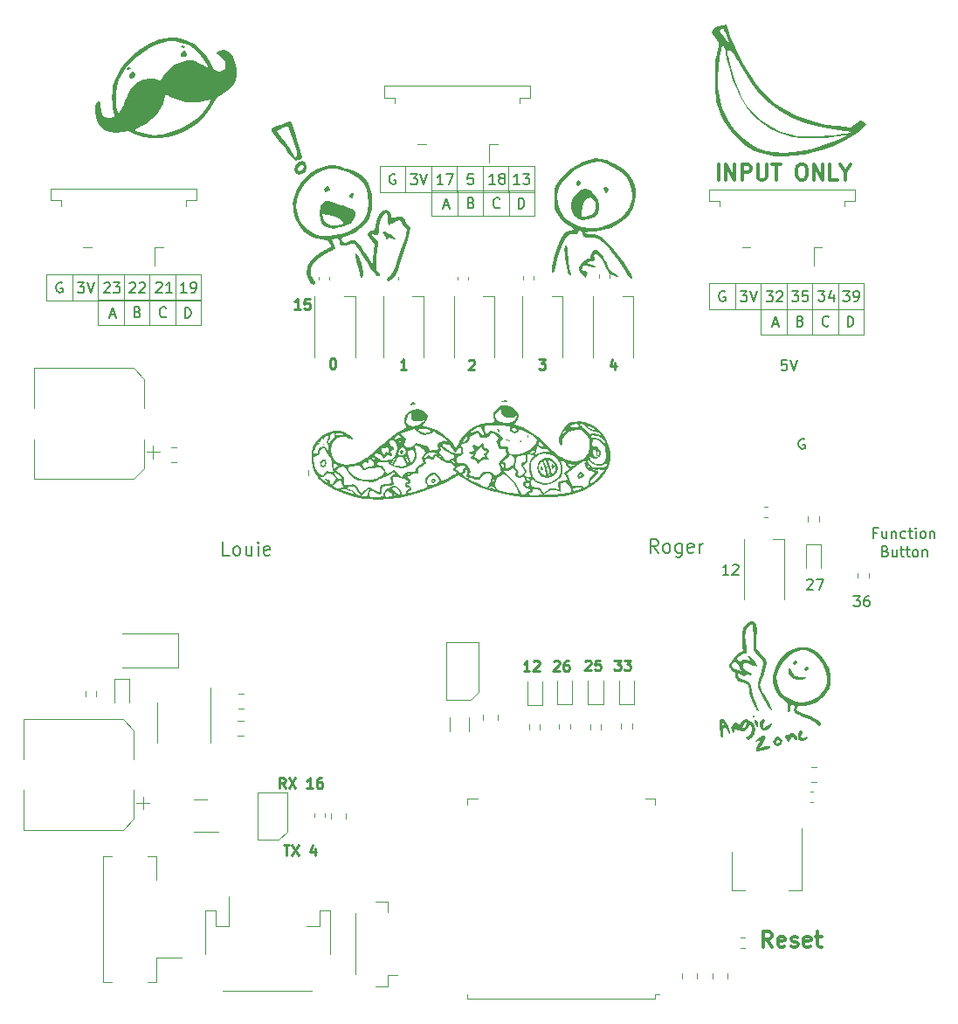
<source format=gbr>
G04 #@! TF.GenerationSoftware,KiCad,Pcbnew,(6.0.5)*
G04 #@! TF.CreationDate,2022-06-24T16:52:39-05:00*
G04 #@! TF.ProjectId,robo_car,726f626f-5f63-4617-922e-6b696361645f,1.0P*
G04 #@! TF.SameCoordinates,Original*
G04 #@! TF.FileFunction,Legend,Top*
G04 #@! TF.FilePolarity,Positive*
%FSLAX46Y46*%
G04 Gerber Fmt 4.6, Leading zero omitted, Abs format (unit mm)*
G04 Created by KiCad (PCBNEW (6.0.5)) date 2022-06-24 16:52:39*
%MOMM*%
%LPD*%
G01*
G04 APERTURE LIST*
%ADD10C,0.250000*%
%ADD11C,0.300000*%
%ADD12C,0.150000*%
%ADD13C,0.120000*%
G04 APERTURE END LIST*
D10*
X133660952Y-134862380D02*
X134232380Y-134862380D01*
X133946666Y-135862380D02*
X133946666Y-134862380D01*
X134470476Y-134862380D02*
X135137142Y-135862380D01*
X135137142Y-134862380D02*
X134470476Y-135862380D01*
X136708571Y-135195714D02*
X136708571Y-135862380D01*
X136470476Y-134814761D02*
X136232380Y-135529047D01*
X136851428Y-135529047D01*
X133820000Y-129332380D02*
X133486666Y-128856190D01*
X133248571Y-129332380D02*
X133248571Y-128332380D01*
X133629523Y-128332380D01*
X133724761Y-128380000D01*
X133772380Y-128427619D01*
X133820000Y-128522857D01*
X133820000Y-128665714D01*
X133772380Y-128760952D01*
X133724761Y-128808571D01*
X133629523Y-128856190D01*
X133248571Y-128856190D01*
X134153333Y-128332380D02*
X134820000Y-129332380D01*
X134820000Y-128332380D02*
X134153333Y-129332380D01*
X136486666Y-129332380D02*
X135915238Y-129332380D01*
X136200952Y-129332380D02*
X136200952Y-128332380D01*
X136105714Y-128475238D01*
X136010476Y-128570476D01*
X135915238Y-128618095D01*
X137343809Y-128332380D02*
X137153333Y-128332380D01*
X137058095Y-128380000D01*
X137010476Y-128427619D01*
X136915238Y-128570476D01*
X136867619Y-128760952D01*
X136867619Y-129141904D01*
X136915238Y-129237142D01*
X136962857Y-129284761D01*
X137058095Y-129332380D01*
X137248571Y-129332380D01*
X137343809Y-129284761D01*
X137391428Y-129237142D01*
X137439047Y-129141904D01*
X137439047Y-128903809D01*
X137391428Y-128808571D01*
X137343809Y-128760952D01*
X137248571Y-128713333D01*
X137058095Y-128713333D01*
X136962857Y-128760952D01*
X136915238Y-128808571D01*
X136867619Y-128903809D01*
D11*
X175834285Y-70368571D02*
X175834285Y-68868571D01*
X176548571Y-70368571D02*
X176548571Y-68868571D01*
X177405714Y-70368571D01*
X177405714Y-68868571D01*
X178120000Y-70368571D02*
X178120000Y-68868571D01*
X178691428Y-68868571D01*
X178834285Y-68940000D01*
X178905714Y-69011428D01*
X178977142Y-69154285D01*
X178977142Y-69368571D01*
X178905714Y-69511428D01*
X178834285Y-69582857D01*
X178691428Y-69654285D01*
X178120000Y-69654285D01*
X179620000Y-68868571D02*
X179620000Y-70082857D01*
X179691428Y-70225714D01*
X179762857Y-70297142D01*
X179905714Y-70368571D01*
X180191428Y-70368571D01*
X180334285Y-70297142D01*
X180405714Y-70225714D01*
X180477142Y-70082857D01*
X180477142Y-68868571D01*
X180977142Y-68868571D02*
X181834285Y-68868571D01*
X181405714Y-70368571D02*
X181405714Y-68868571D01*
X183762857Y-68868571D02*
X184048571Y-68868571D01*
X184191428Y-68940000D01*
X184334285Y-69082857D01*
X184405714Y-69368571D01*
X184405714Y-69868571D01*
X184334285Y-70154285D01*
X184191428Y-70297142D01*
X184048571Y-70368571D01*
X183762857Y-70368571D01*
X183620000Y-70297142D01*
X183477142Y-70154285D01*
X183405714Y-69868571D01*
X183405714Y-69368571D01*
X183477142Y-69082857D01*
X183620000Y-68940000D01*
X183762857Y-68868571D01*
X185048571Y-70368571D02*
X185048571Y-68868571D01*
X185905714Y-70368571D01*
X185905714Y-68868571D01*
X187334285Y-70368571D02*
X186620000Y-70368571D01*
X186620000Y-68868571D01*
X188120000Y-69654285D02*
X188120000Y-70368571D01*
X187620000Y-68868571D02*
X188120000Y-69654285D01*
X188620000Y-68868571D01*
D10*
X135289523Y-82912380D02*
X134718095Y-82912380D01*
X135003809Y-82912380D02*
X135003809Y-81912380D01*
X134908571Y-82055238D01*
X134813333Y-82150476D01*
X134718095Y-82198095D01*
X136194285Y-81912380D02*
X135718095Y-81912380D01*
X135670476Y-82388571D01*
X135718095Y-82340952D01*
X135813333Y-82293333D01*
X136051428Y-82293333D01*
X136146666Y-82340952D01*
X136194285Y-82388571D01*
X136241904Y-82483809D01*
X136241904Y-82721904D01*
X136194285Y-82817142D01*
X136146666Y-82864761D01*
X136051428Y-82912380D01*
X135813333Y-82912380D01*
X135718095Y-82864761D01*
X135670476Y-82817142D01*
X165710476Y-116922380D02*
X166329523Y-116922380D01*
X165996190Y-117303333D01*
X166139047Y-117303333D01*
X166234285Y-117350952D01*
X166281904Y-117398571D01*
X166329523Y-117493809D01*
X166329523Y-117731904D01*
X166281904Y-117827142D01*
X166234285Y-117874761D01*
X166139047Y-117922380D01*
X165853333Y-117922380D01*
X165758095Y-117874761D01*
X165710476Y-117827142D01*
X166662857Y-116922380D02*
X167281904Y-116922380D01*
X166948571Y-117303333D01*
X167091428Y-117303333D01*
X167186666Y-117350952D01*
X167234285Y-117398571D01*
X167281904Y-117493809D01*
X167281904Y-117731904D01*
X167234285Y-117827142D01*
X167186666Y-117874761D01*
X167091428Y-117922380D01*
X166805714Y-117922380D01*
X166710476Y-117874761D01*
X166662857Y-117827142D01*
X162898095Y-117017619D02*
X162945714Y-116970000D01*
X163040952Y-116922380D01*
X163279047Y-116922380D01*
X163374285Y-116970000D01*
X163421904Y-117017619D01*
X163469523Y-117112857D01*
X163469523Y-117208095D01*
X163421904Y-117350952D01*
X162850476Y-117922380D01*
X163469523Y-117922380D01*
X164374285Y-116922380D02*
X163898095Y-116922380D01*
X163850476Y-117398571D01*
X163898095Y-117350952D01*
X163993333Y-117303333D01*
X164231428Y-117303333D01*
X164326666Y-117350952D01*
X164374285Y-117398571D01*
X164421904Y-117493809D01*
X164421904Y-117731904D01*
X164374285Y-117827142D01*
X164326666Y-117874761D01*
X164231428Y-117922380D01*
X163993333Y-117922380D01*
X163898095Y-117874761D01*
X163850476Y-117827142D01*
X159838095Y-117067619D02*
X159885714Y-117020000D01*
X159980952Y-116972380D01*
X160219047Y-116972380D01*
X160314285Y-117020000D01*
X160361904Y-117067619D01*
X160409523Y-117162857D01*
X160409523Y-117258095D01*
X160361904Y-117400952D01*
X159790476Y-117972380D01*
X160409523Y-117972380D01*
X161266666Y-116972380D02*
X161076190Y-116972380D01*
X160980952Y-117020000D01*
X160933333Y-117067619D01*
X160838095Y-117210476D01*
X160790476Y-117400952D01*
X160790476Y-117781904D01*
X160838095Y-117877142D01*
X160885714Y-117924761D01*
X160980952Y-117972380D01*
X161171428Y-117972380D01*
X161266666Y-117924761D01*
X161314285Y-117877142D01*
X161361904Y-117781904D01*
X161361904Y-117543809D01*
X161314285Y-117448571D01*
X161266666Y-117400952D01*
X161171428Y-117353333D01*
X160980952Y-117353333D01*
X160885714Y-117400952D01*
X160838095Y-117448571D01*
X160790476Y-117543809D01*
X157499523Y-117982380D02*
X156928095Y-117982380D01*
X157213809Y-117982380D02*
X157213809Y-116982380D01*
X157118571Y-117125238D01*
X157023333Y-117220476D01*
X156928095Y-117268095D01*
X157880476Y-117077619D02*
X157928095Y-117030000D01*
X158023333Y-116982380D01*
X158261428Y-116982380D01*
X158356666Y-117030000D01*
X158404285Y-117077619D01*
X158451904Y-117172857D01*
X158451904Y-117268095D01*
X158404285Y-117410952D01*
X157832857Y-117982380D01*
X158451904Y-117982380D01*
D12*
X156438095Y-73152380D02*
X156438095Y-72152380D01*
X156676190Y-72152380D01*
X156819047Y-72200000D01*
X156914285Y-72295238D01*
X156961904Y-72390476D01*
X157009523Y-72580952D01*
X157009523Y-72723809D01*
X156961904Y-72914285D01*
X156914285Y-73009523D01*
X156819047Y-73104761D01*
X156676190Y-73152380D01*
X156438095Y-73152380D01*
X149191904Y-72866666D02*
X149668095Y-72866666D01*
X149096666Y-73152380D02*
X149430000Y-72152380D01*
X149763333Y-73152380D01*
X151851428Y-72598571D02*
X151994285Y-72646190D01*
X152041904Y-72693809D01*
X152089523Y-72789047D01*
X152089523Y-72931904D01*
X152041904Y-73027142D01*
X151994285Y-73074761D01*
X151899047Y-73122380D01*
X151518095Y-73122380D01*
X151518095Y-72122380D01*
X151851428Y-72122380D01*
X151946666Y-72170000D01*
X151994285Y-72217619D01*
X152041904Y-72312857D01*
X152041904Y-72408095D01*
X151994285Y-72503333D01*
X151946666Y-72550952D01*
X151851428Y-72598571D01*
X151518095Y-72598571D01*
X154609523Y-73027142D02*
X154561904Y-73074761D01*
X154419047Y-73122380D01*
X154323809Y-73122380D01*
X154180952Y-73074761D01*
X154085714Y-72979523D01*
X154038095Y-72884285D01*
X153990476Y-72693809D01*
X153990476Y-72550952D01*
X154038095Y-72360476D01*
X154085714Y-72265238D01*
X154180952Y-72170000D01*
X154323809Y-72122380D01*
X154419047Y-72122380D01*
X154561904Y-72170000D01*
X154609523Y-72217619D01*
D13*
X158020000Y-73900000D02*
X147980000Y-73900000D01*
X147980000Y-73900000D02*
X147980000Y-71440000D01*
X147980000Y-71440000D02*
X158020000Y-71440000D01*
X158020000Y-71440000D02*
X158020000Y-73900000D01*
X155530000Y-73900000D02*
X155530000Y-71400000D01*
X153010000Y-73900000D02*
X153010000Y-71400000D01*
X150530000Y-71390000D02*
X150530000Y-73890000D01*
X125680000Y-84490000D02*
X115640000Y-84490000D01*
X115640000Y-84490000D02*
X115640000Y-82030000D01*
X115640000Y-82030000D02*
X125680000Y-82030000D01*
X125680000Y-82030000D02*
X125680000Y-84490000D01*
X120670000Y-84490000D02*
X120670000Y-81990000D01*
X123190000Y-84490000D02*
X123190000Y-81990000D01*
D12*
X124098095Y-83742380D02*
X124098095Y-82742380D01*
X124336190Y-82742380D01*
X124479047Y-82790000D01*
X124574285Y-82885238D01*
X124621904Y-82980476D01*
X124669523Y-83170952D01*
X124669523Y-83313809D01*
X124621904Y-83504285D01*
X124574285Y-83599523D01*
X124479047Y-83694761D01*
X124336190Y-83742380D01*
X124098095Y-83742380D01*
X119511428Y-83188571D02*
X119654285Y-83236190D01*
X119701904Y-83283809D01*
X119749523Y-83379047D01*
X119749523Y-83521904D01*
X119701904Y-83617142D01*
X119654285Y-83664761D01*
X119559047Y-83712380D01*
X119178095Y-83712380D01*
X119178095Y-82712380D01*
X119511428Y-82712380D01*
X119606666Y-82760000D01*
X119654285Y-82807619D01*
X119701904Y-82902857D01*
X119701904Y-82998095D01*
X119654285Y-83093333D01*
X119606666Y-83140952D01*
X119511428Y-83188571D01*
X119178095Y-83188571D01*
X116851904Y-83456666D02*
X117328095Y-83456666D01*
X116756666Y-83742380D02*
X117090000Y-82742380D01*
X117423333Y-83742380D01*
X122269523Y-83617142D02*
X122221904Y-83664761D01*
X122079047Y-83712380D01*
X121983809Y-83712380D01*
X121840952Y-83664761D01*
X121745714Y-83569523D01*
X121698095Y-83474285D01*
X121650476Y-83283809D01*
X121650476Y-83140952D01*
X121698095Y-82950476D01*
X121745714Y-82855238D01*
X121840952Y-82760000D01*
X121983809Y-82712380D01*
X122079047Y-82712380D01*
X122221904Y-82760000D01*
X122269523Y-82807619D01*
D13*
X118190000Y-81980000D02*
X118190000Y-84480000D01*
X189925000Y-82905000D02*
X174925000Y-82905000D01*
X174925000Y-82905000D02*
X174925000Y-80405000D01*
X174925000Y-80405000D02*
X189925000Y-80405000D01*
X189925000Y-80405000D02*
X189925000Y-82905000D01*
X182440000Y-82850000D02*
X182440000Y-85350000D01*
X120675000Y-79555000D02*
X118175000Y-79555000D01*
X179925000Y-82905000D02*
X179925000Y-80405000D01*
X184925000Y-80405000D02*
X182425000Y-80405000D01*
X150460000Y-71560000D02*
X150460000Y-69060000D01*
X123175000Y-79555000D02*
X123175000Y-82055000D01*
X177425000Y-80405000D02*
X177425000Y-82905000D01*
X187440000Y-85360000D02*
X187440000Y-82860000D01*
X184920000Y-85360000D02*
X184920000Y-82860000D01*
X187425000Y-80405000D02*
X187425000Y-82905000D01*
X125675000Y-82055000D02*
X110675000Y-82055000D01*
X110675000Y-82055000D02*
X110675000Y-79555000D01*
X110675000Y-79555000D02*
X125675000Y-79555000D01*
X125675000Y-79555000D02*
X125675000Y-82055000D01*
X145460000Y-69060000D02*
X145460000Y-71560000D01*
X157960000Y-71560000D02*
X142960000Y-71560000D01*
X142960000Y-71560000D02*
X142960000Y-69060000D01*
X142960000Y-69060000D02*
X157960000Y-69060000D01*
X157960000Y-69060000D02*
X157960000Y-71560000D01*
X118175000Y-82055000D02*
X118175000Y-79555000D01*
X115675000Y-79555000D02*
X113175000Y-79555000D01*
X187425000Y-82905000D02*
X184925000Y-82905000D01*
X152960000Y-71560000D02*
X152960000Y-69060000D01*
X120675000Y-82055000D02*
X120675000Y-79555000D01*
X115675000Y-82055000D02*
X115675000Y-79555000D01*
X113175000Y-79555000D02*
X113175000Y-82055000D01*
X189930000Y-85360000D02*
X179890000Y-85360000D01*
X179890000Y-85360000D02*
X179890000Y-82900000D01*
X179890000Y-82900000D02*
X189930000Y-82900000D01*
X189930000Y-82900000D02*
X189930000Y-85360000D01*
X179925000Y-80405000D02*
X177425000Y-80405000D01*
X155460000Y-69060000D02*
X155460000Y-71560000D01*
X182425000Y-82905000D02*
X182425000Y-80405000D01*
X123175000Y-82055000D02*
X120675000Y-82055000D01*
X147960000Y-71560000D02*
X147960000Y-69060000D01*
X184925000Y-82905000D02*
X184925000Y-80405000D01*
D12*
X183761428Y-84058571D02*
X183904285Y-84106190D01*
X183951904Y-84153809D01*
X183999523Y-84249047D01*
X183999523Y-84391904D01*
X183951904Y-84487142D01*
X183904285Y-84534761D01*
X183809047Y-84582380D01*
X183428095Y-84582380D01*
X183428095Y-83582380D01*
X183761428Y-83582380D01*
X183856666Y-83630000D01*
X183904285Y-83677619D01*
X183951904Y-83772857D01*
X183951904Y-83868095D01*
X183904285Y-83963333D01*
X183856666Y-84010952D01*
X183761428Y-84058571D01*
X183428095Y-84058571D01*
D10*
X145560714Y-88732380D02*
X144989285Y-88732380D01*
X145275000Y-88732380D02*
X145275000Y-87732380D01*
X145179761Y-87875238D01*
X145084523Y-87970476D01*
X144989285Y-88018095D01*
X158416666Y-87757380D02*
X159035714Y-87757380D01*
X158702380Y-88138333D01*
X158845238Y-88138333D01*
X158940476Y-88185952D01*
X158988095Y-88233571D01*
X159035714Y-88328809D01*
X159035714Y-88566904D01*
X158988095Y-88662142D01*
X158940476Y-88709761D01*
X158845238Y-88757380D01*
X158559523Y-88757380D01*
X158464285Y-88709761D01*
X158416666Y-88662142D01*
D12*
X154169523Y-70787380D02*
X153598095Y-70787380D01*
X153883809Y-70787380D02*
X153883809Y-69787380D01*
X153788571Y-69930238D01*
X153693333Y-70025476D01*
X153598095Y-70073095D01*
X154740952Y-70215952D02*
X154645714Y-70168333D01*
X154598095Y-70120714D01*
X154550476Y-70025476D01*
X154550476Y-69977857D01*
X154598095Y-69882619D01*
X154645714Y-69835000D01*
X154740952Y-69787380D01*
X154931428Y-69787380D01*
X155026666Y-69835000D01*
X155074285Y-69882619D01*
X155121904Y-69977857D01*
X155121904Y-70025476D01*
X155074285Y-70120714D01*
X155026666Y-70168333D01*
X154931428Y-70215952D01*
X154740952Y-70215952D01*
X154645714Y-70263571D01*
X154598095Y-70311190D01*
X154550476Y-70406428D01*
X154550476Y-70596904D01*
X154598095Y-70692142D01*
X154645714Y-70739761D01*
X154740952Y-70787380D01*
X154931428Y-70787380D01*
X155026666Y-70739761D01*
X155074285Y-70692142D01*
X155121904Y-70596904D01*
X155121904Y-70406428D01*
X155074285Y-70311190D01*
X155026666Y-70263571D01*
X154931428Y-70215952D01*
X182940476Y-81157380D02*
X183559523Y-81157380D01*
X183226190Y-81538333D01*
X183369047Y-81538333D01*
X183464285Y-81585952D01*
X183511904Y-81633571D01*
X183559523Y-81728809D01*
X183559523Y-81966904D01*
X183511904Y-82062142D01*
X183464285Y-82109761D01*
X183369047Y-82157380D01*
X183083333Y-82157380D01*
X182988095Y-82109761D01*
X182940476Y-82062142D01*
X184464285Y-81157380D02*
X183988095Y-81157380D01*
X183940476Y-81633571D01*
X183988095Y-81585952D01*
X184083333Y-81538333D01*
X184321428Y-81538333D01*
X184416666Y-81585952D01*
X184464285Y-81633571D01*
X184511904Y-81728809D01*
X184511904Y-81966904D01*
X184464285Y-82062142D01*
X184416666Y-82109761D01*
X184321428Y-82157380D01*
X184083333Y-82157380D01*
X183988095Y-82109761D01*
X183940476Y-82062142D01*
D11*
X181022857Y-144696571D02*
X180522857Y-143982285D01*
X180165714Y-144696571D02*
X180165714Y-143196571D01*
X180737142Y-143196571D01*
X180880000Y-143268000D01*
X180951428Y-143339428D01*
X181022857Y-143482285D01*
X181022857Y-143696571D01*
X180951428Y-143839428D01*
X180880000Y-143910857D01*
X180737142Y-143982285D01*
X180165714Y-143982285D01*
X182237142Y-144625142D02*
X182094285Y-144696571D01*
X181808571Y-144696571D01*
X181665714Y-144625142D01*
X181594285Y-144482285D01*
X181594285Y-143910857D01*
X181665714Y-143768000D01*
X181808571Y-143696571D01*
X182094285Y-143696571D01*
X182237142Y-143768000D01*
X182308571Y-143910857D01*
X182308571Y-144053714D01*
X181594285Y-144196571D01*
X182880000Y-144625142D02*
X183022857Y-144696571D01*
X183308571Y-144696571D01*
X183451428Y-144625142D01*
X183522857Y-144482285D01*
X183522857Y-144410857D01*
X183451428Y-144268000D01*
X183308571Y-144196571D01*
X183094285Y-144196571D01*
X182951428Y-144125142D01*
X182880000Y-143982285D01*
X182880000Y-143910857D01*
X182951428Y-143768000D01*
X183094285Y-143696571D01*
X183308571Y-143696571D01*
X183451428Y-143768000D01*
X184737142Y-144625142D02*
X184594285Y-144696571D01*
X184308571Y-144696571D01*
X184165714Y-144625142D01*
X184094285Y-144482285D01*
X184094285Y-143910857D01*
X184165714Y-143768000D01*
X184308571Y-143696571D01*
X184594285Y-143696571D01*
X184737142Y-143768000D01*
X184808571Y-143910857D01*
X184808571Y-144053714D01*
X184094285Y-144196571D01*
X185237142Y-143696571D02*
X185808571Y-143696571D01*
X185451428Y-143196571D02*
X185451428Y-144482285D01*
X185522857Y-144625142D01*
X185665714Y-144696571D01*
X185808571Y-144696571D01*
D12*
X149119523Y-70837380D02*
X148548095Y-70837380D01*
X148833809Y-70837380D02*
X148833809Y-69837380D01*
X148738571Y-69980238D01*
X148643333Y-70075476D01*
X148548095Y-70123095D01*
X149452857Y-69837380D02*
X150119523Y-69837380D01*
X149690952Y-70837380D01*
X191994857Y-106376571D02*
X192137714Y-106424190D01*
X192185333Y-106471809D01*
X192232952Y-106567047D01*
X192232952Y-106709904D01*
X192185333Y-106805142D01*
X192137714Y-106852761D01*
X192042476Y-106900380D01*
X191661523Y-106900380D01*
X191661523Y-105900380D01*
X191994857Y-105900380D01*
X192090095Y-105948000D01*
X192137714Y-105995619D01*
X192185333Y-106090857D01*
X192185333Y-106186095D01*
X192137714Y-106281333D01*
X192090095Y-106328952D01*
X191994857Y-106376571D01*
X191661523Y-106376571D01*
X193090095Y-106233714D02*
X193090095Y-106900380D01*
X192661523Y-106233714D02*
X192661523Y-106757523D01*
X192709142Y-106852761D01*
X192804380Y-106900380D01*
X192947238Y-106900380D01*
X193042476Y-106852761D01*
X193090095Y-106805142D01*
X193423428Y-106233714D02*
X193804380Y-106233714D01*
X193566285Y-105900380D02*
X193566285Y-106757523D01*
X193613904Y-106852761D01*
X193709142Y-106900380D01*
X193804380Y-106900380D01*
X193994857Y-106233714D02*
X194375809Y-106233714D01*
X194137714Y-105900380D02*
X194137714Y-106757523D01*
X194185333Y-106852761D01*
X194280571Y-106900380D01*
X194375809Y-106900380D01*
X194852000Y-106900380D02*
X194756761Y-106852761D01*
X194709142Y-106805142D01*
X194661523Y-106709904D01*
X194661523Y-106424190D01*
X194709142Y-106328952D01*
X194756761Y-106281333D01*
X194852000Y-106233714D01*
X194994857Y-106233714D01*
X195090095Y-106281333D01*
X195137714Y-106328952D01*
X195185333Y-106424190D01*
X195185333Y-106709904D01*
X195137714Y-106805142D01*
X195090095Y-106852761D01*
X194994857Y-106900380D01*
X194852000Y-106900380D01*
X195613904Y-106233714D02*
X195613904Y-106900380D01*
X195613904Y-106328952D02*
X195661523Y-106281333D01*
X195756761Y-106233714D01*
X195899619Y-106233714D01*
X195994857Y-106281333D01*
X196042476Y-106376571D01*
X196042476Y-106900380D01*
X145998095Y-69837380D02*
X146617142Y-69837380D01*
X146283809Y-70218333D01*
X146426666Y-70218333D01*
X146521904Y-70265952D01*
X146569523Y-70313571D01*
X146617142Y-70408809D01*
X146617142Y-70646904D01*
X146569523Y-70742142D01*
X146521904Y-70789761D01*
X146426666Y-70837380D01*
X146140952Y-70837380D01*
X146045714Y-70789761D01*
X145998095Y-70742142D01*
X146902857Y-69837380D02*
X147236190Y-70837380D01*
X147569523Y-69837380D01*
D10*
X138382380Y-87682380D02*
X138477619Y-87682380D01*
X138572857Y-87730000D01*
X138620476Y-87777619D01*
X138668095Y-87872857D01*
X138715714Y-88063333D01*
X138715714Y-88301428D01*
X138668095Y-88491904D01*
X138620476Y-88587142D01*
X138572857Y-88634761D01*
X138477619Y-88682380D01*
X138382380Y-88682380D01*
X138287142Y-88634761D01*
X138239523Y-88587142D01*
X138191904Y-88491904D01*
X138144285Y-88301428D01*
X138144285Y-88063333D01*
X138191904Y-87872857D01*
X138239523Y-87777619D01*
X138287142Y-87730000D01*
X138382380Y-87682380D01*
D12*
X112186904Y-80355000D02*
X112091666Y-80307380D01*
X111948809Y-80307380D01*
X111805952Y-80355000D01*
X111710714Y-80450238D01*
X111663095Y-80545476D01*
X111615476Y-80735952D01*
X111615476Y-80878809D01*
X111663095Y-81069285D01*
X111710714Y-81164523D01*
X111805952Y-81259761D01*
X111948809Y-81307380D01*
X112044047Y-81307380D01*
X112186904Y-81259761D01*
X112234523Y-81212142D01*
X112234523Y-80878809D01*
X112044047Y-80878809D01*
D10*
X165798476Y-88115714D02*
X165798476Y-88782380D01*
X165560380Y-87734761D02*
X165322285Y-88449047D01*
X165941333Y-88449047D01*
D12*
X176809523Y-108656380D02*
X176238095Y-108656380D01*
X176523809Y-108656380D02*
X176523809Y-107656380D01*
X176428571Y-107799238D01*
X176333333Y-107894476D01*
X176238095Y-107942095D01*
X177190476Y-107751619D02*
X177238095Y-107704000D01*
X177333333Y-107656380D01*
X177571428Y-107656380D01*
X177666666Y-107704000D01*
X177714285Y-107751619D01*
X177761904Y-107846857D01*
X177761904Y-107942095D01*
X177714285Y-108084952D01*
X177142857Y-108656380D01*
X177761904Y-108656380D01*
X184413095Y-109177619D02*
X184460714Y-109130000D01*
X184555952Y-109082380D01*
X184794047Y-109082380D01*
X184889285Y-109130000D01*
X184936904Y-109177619D01*
X184984523Y-109272857D01*
X184984523Y-109368095D01*
X184936904Y-109510952D01*
X184365476Y-110082380D01*
X184984523Y-110082380D01*
X185317857Y-109082380D02*
X185984523Y-109082380D01*
X185555952Y-110082380D01*
X191182952Y-104576571D02*
X190849619Y-104576571D01*
X190849619Y-105100380D02*
X190849619Y-104100380D01*
X191325809Y-104100380D01*
X192135333Y-104433714D02*
X192135333Y-105100380D01*
X191706761Y-104433714D02*
X191706761Y-104957523D01*
X191754380Y-105052761D01*
X191849619Y-105100380D01*
X191992476Y-105100380D01*
X192087714Y-105052761D01*
X192135333Y-105005142D01*
X192611523Y-104433714D02*
X192611523Y-105100380D01*
X192611523Y-104528952D02*
X192659142Y-104481333D01*
X192754380Y-104433714D01*
X192897238Y-104433714D01*
X192992476Y-104481333D01*
X193040095Y-104576571D01*
X193040095Y-105100380D01*
X193944857Y-105052761D02*
X193849619Y-105100380D01*
X193659142Y-105100380D01*
X193563904Y-105052761D01*
X193516285Y-105005142D01*
X193468666Y-104909904D01*
X193468666Y-104624190D01*
X193516285Y-104528952D01*
X193563904Y-104481333D01*
X193659142Y-104433714D01*
X193849619Y-104433714D01*
X193944857Y-104481333D01*
X194230571Y-104433714D02*
X194611523Y-104433714D01*
X194373428Y-104100380D02*
X194373428Y-104957523D01*
X194421047Y-105052761D01*
X194516285Y-105100380D01*
X194611523Y-105100380D01*
X194944857Y-105100380D02*
X194944857Y-104433714D01*
X194944857Y-104100380D02*
X194897238Y-104148000D01*
X194944857Y-104195619D01*
X194992476Y-104148000D01*
X194944857Y-104100380D01*
X194944857Y-104195619D01*
X195563904Y-105100380D02*
X195468666Y-105052761D01*
X195421047Y-105005142D01*
X195373428Y-104909904D01*
X195373428Y-104624190D01*
X195421047Y-104528952D01*
X195468666Y-104481333D01*
X195563904Y-104433714D01*
X195706761Y-104433714D01*
X195802000Y-104481333D01*
X195849619Y-104528952D01*
X195897238Y-104624190D01*
X195897238Y-104909904D01*
X195849619Y-105005142D01*
X195802000Y-105052761D01*
X195706761Y-105100380D01*
X195563904Y-105100380D01*
X196325809Y-104433714D02*
X196325809Y-105100380D01*
X196325809Y-104528952D02*
X196373428Y-104481333D01*
X196468666Y-104433714D01*
X196611523Y-104433714D01*
X196706761Y-104481333D01*
X196754380Y-104576571D01*
X196754380Y-105100380D01*
X144471904Y-69860000D02*
X144376666Y-69812380D01*
X144233809Y-69812380D01*
X144090952Y-69860000D01*
X143995714Y-69955238D01*
X143948095Y-70050476D01*
X143900476Y-70240952D01*
X143900476Y-70383809D01*
X143948095Y-70574285D01*
X143995714Y-70669523D01*
X144090952Y-70764761D01*
X144233809Y-70812380D01*
X144329047Y-70812380D01*
X144471904Y-70764761D01*
X144519523Y-70717142D01*
X144519523Y-70383809D01*
X144329047Y-70383809D01*
X177963095Y-81182380D02*
X178582142Y-81182380D01*
X178248809Y-81563333D01*
X178391666Y-81563333D01*
X178486904Y-81610952D01*
X178534523Y-81658571D01*
X178582142Y-81753809D01*
X178582142Y-81991904D01*
X178534523Y-82087142D01*
X178486904Y-82134761D01*
X178391666Y-82182380D01*
X178105952Y-82182380D01*
X178010714Y-82134761D01*
X177963095Y-82087142D01*
X178867857Y-81182380D02*
X179201190Y-82182380D01*
X179534523Y-81182380D01*
X184157904Y-95512000D02*
X184062666Y-95464380D01*
X183919809Y-95464380D01*
X183776952Y-95512000D01*
X183681714Y-95607238D01*
X183634095Y-95702476D01*
X183586476Y-95892952D01*
X183586476Y-96035809D01*
X183634095Y-96226285D01*
X183681714Y-96321523D01*
X183776952Y-96416761D01*
X183919809Y-96464380D01*
X184015047Y-96464380D01*
X184157904Y-96416761D01*
X184205523Y-96369142D01*
X184205523Y-96035809D01*
X184015047Y-96035809D01*
X152023095Y-69812380D02*
X151546904Y-69812380D01*
X151499285Y-70288571D01*
X151546904Y-70240952D01*
X151642142Y-70193333D01*
X151880238Y-70193333D01*
X151975476Y-70240952D01*
X152023095Y-70288571D01*
X152070714Y-70383809D01*
X152070714Y-70621904D01*
X152023095Y-70717142D01*
X151975476Y-70764761D01*
X151880238Y-70812380D01*
X151642142Y-70812380D01*
X151546904Y-70764761D01*
X151499285Y-70717142D01*
X188348095Y-84612380D02*
X188348095Y-83612380D01*
X188586190Y-83612380D01*
X188729047Y-83660000D01*
X188824285Y-83755238D01*
X188871904Y-83850476D01*
X188919523Y-84040952D01*
X188919523Y-84183809D01*
X188871904Y-84374285D01*
X188824285Y-84469523D01*
X188729047Y-84564761D01*
X188586190Y-84612380D01*
X188348095Y-84612380D01*
D10*
X151606285Y-87902619D02*
X151653904Y-87855000D01*
X151749142Y-87807380D01*
X151987238Y-87807380D01*
X152082476Y-87855000D01*
X152130095Y-87902619D01*
X152177714Y-87997857D01*
X152177714Y-88093095D01*
X152130095Y-88235952D01*
X151558666Y-88807380D01*
X152177714Y-88807380D01*
D12*
X176436904Y-81205000D02*
X176341666Y-81157380D01*
X176198809Y-81157380D01*
X176055952Y-81205000D01*
X175960714Y-81300238D01*
X175913095Y-81395476D01*
X175865476Y-81585952D01*
X175865476Y-81728809D01*
X175913095Y-81919285D01*
X175960714Y-82014523D01*
X176055952Y-82109761D01*
X176198809Y-82157380D01*
X176294047Y-82157380D01*
X176436904Y-82109761D01*
X176484523Y-82062142D01*
X176484523Y-81728809D01*
X176294047Y-81728809D01*
X118738095Y-80402619D02*
X118785714Y-80355000D01*
X118880952Y-80307380D01*
X119119047Y-80307380D01*
X119214285Y-80355000D01*
X119261904Y-80402619D01*
X119309523Y-80497857D01*
X119309523Y-80593095D01*
X119261904Y-80735952D01*
X118690476Y-81307380D01*
X119309523Y-81307380D01*
X119690476Y-80402619D02*
X119738095Y-80355000D01*
X119833333Y-80307380D01*
X120071428Y-80307380D01*
X120166666Y-80355000D01*
X120214285Y-80402619D01*
X120261904Y-80497857D01*
X120261904Y-80593095D01*
X120214285Y-80735952D01*
X119642857Y-81307380D01*
X120261904Y-81307380D01*
X182435523Y-87844380D02*
X181959333Y-87844380D01*
X181911714Y-88320571D01*
X181959333Y-88272952D01*
X182054571Y-88225333D01*
X182292666Y-88225333D01*
X182387904Y-88272952D01*
X182435523Y-88320571D01*
X182483142Y-88415809D01*
X182483142Y-88653904D01*
X182435523Y-88749142D01*
X182387904Y-88796761D01*
X182292666Y-88844380D01*
X182054571Y-88844380D01*
X181959333Y-88796761D01*
X181911714Y-88749142D01*
X182768857Y-87844380D02*
X183102190Y-88844380D01*
X183435523Y-87844380D01*
X128407523Y-106760095D02*
X127788476Y-106760095D01*
X127788476Y-105460095D01*
X129026571Y-106760095D02*
X128902761Y-106698190D01*
X128840857Y-106636285D01*
X128778952Y-106512476D01*
X128778952Y-106141047D01*
X128840857Y-106017238D01*
X128902761Y-105955333D01*
X129026571Y-105893428D01*
X129212285Y-105893428D01*
X129336095Y-105955333D01*
X129398000Y-106017238D01*
X129459904Y-106141047D01*
X129459904Y-106512476D01*
X129398000Y-106636285D01*
X129336095Y-106698190D01*
X129212285Y-106760095D01*
X129026571Y-106760095D01*
X130574190Y-105893428D02*
X130574190Y-106760095D01*
X130017047Y-105893428D02*
X130017047Y-106574380D01*
X130078952Y-106698190D01*
X130202761Y-106760095D01*
X130388476Y-106760095D01*
X130512285Y-106698190D01*
X130574190Y-106636285D01*
X131193238Y-106760095D02*
X131193238Y-105893428D01*
X131193238Y-105460095D02*
X131131333Y-105522000D01*
X131193238Y-105583904D01*
X131255142Y-105522000D01*
X131193238Y-105460095D01*
X131193238Y-105583904D01*
X132307523Y-106698190D02*
X132183714Y-106760095D01*
X131936095Y-106760095D01*
X131812285Y-106698190D01*
X131750380Y-106574380D01*
X131750380Y-106079142D01*
X131812285Y-105955333D01*
X131936095Y-105893428D01*
X132183714Y-105893428D01*
X132307523Y-105955333D01*
X132369428Y-106079142D01*
X132369428Y-106202952D01*
X131750380Y-106326761D01*
X181101904Y-84326666D02*
X181578095Y-84326666D01*
X181006666Y-84612380D02*
X181340000Y-83612380D01*
X181673333Y-84612380D01*
X169970666Y-106506095D02*
X169537333Y-105887047D01*
X169227809Y-106506095D02*
X169227809Y-105206095D01*
X169723047Y-105206095D01*
X169846857Y-105268000D01*
X169908761Y-105329904D01*
X169970666Y-105453714D01*
X169970666Y-105639428D01*
X169908761Y-105763238D01*
X169846857Y-105825142D01*
X169723047Y-105887047D01*
X169227809Y-105887047D01*
X170713523Y-106506095D02*
X170589714Y-106444190D01*
X170527809Y-106382285D01*
X170465904Y-106258476D01*
X170465904Y-105887047D01*
X170527809Y-105763238D01*
X170589714Y-105701333D01*
X170713523Y-105639428D01*
X170899238Y-105639428D01*
X171023047Y-105701333D01*
X171084952Y-105763238D01*
X171146857Y-105887047D01*
X171146857Y-106258476D01*
X171084952Y-106382285D01*
X171023047Y-106444190D01*
X170899238Y-106506095D01*
X170713523Y-106506095D01*
X172261142Y-105639428D02*
X172261142Y-106691809D01*
X172199238Y-106815619D01*
X172137333Y-106877523D01*
X172013523Y-106939428D01*
X171827809Y-106939428D01*
X171704000Y-106877523D01*
X172261142Y-106444190D02*
X172137333Y-106506095D01*
X171889714Y-106506095D01*
X171765904Y-106444190D01*
X171704000Y-106382285D01*
X171642095Y-106258476D01*
X171642095Y-105887047D01*
X171704000Y-105763238D01*
X171765904Y-105701333D01*
X171889714Y-105639428D01*
X172137333Y-105639428D01*
X172261142Y-105701333D01*
X173375428Y-106444190D02*
X173251619Y-106506095D01*
X173004000Y-106506095D01*
X172880190Y-106444190D01*
X172818285Y-106320380D01*
X172818285Y-105825142D01*
X172880190Y-105701333D01*
X173004000Y-105639428D01*
X173251619Y-105639428D01*
X173375428Y-105701333D01*
X173437333Y-105825142D01*
X173437333Y-105948952D01*
X172818285Y-106072761D01*
X173994476Y-106506095D02*
X173994476Y-105639428D01*
X173994476Y-105887047D02*
X174056380Y-105763238D01*
X174118285Y-105701333D01*
X174242095Y-105639428D01*
X174365904Y-105639428D01*
X186519523Y-84487142D02*
X186471904Y-84534761D01*
X186329047Y-84582380D01*
X186233809Y-84582380D01*
X186090952Y-84534761D01*
X185995714Y-84439523D01*
X185948095Y-84344285D01*
X185900476Y-84153809D01*
X185900476Y-84010952D01*
X185948095Y-83820476D01*
X185995714Y-83725238D01*
X186090952Y-83630000D01*
X186233809Y-83582380D01*
X186329047Y-83582380D01*
X186471904Y-83630000D01*
X186519523Y-83677619D01*
X180465476Y-81182380D02*
X181084523Y-81182380D01*
X180751190Y-81563333D01*
X180894047Y-81563333D01*
X180989285Y-81610952D01*
X181036904Y-81658571D01*
X181084523Y-81753809D01*
X181084523Y-81991904D01*
X181036904Y-82087142D01*
X180989285Y-82134761D01*
X180894047Y-82182380D01*
X180608333Y-82182380D01*
X180513095Y-82134761D01*
X180465476Y-82087142D01*
X181465476Y-81277619D02*
X181513095Y-81230000D01*
X181608333Y-81182380D01*
X181846428Y-81182380D01*
X181941666Y-81230000D01*
X181989285Y-81277619D01*
X182036904Y-81372857D01*
X182036904Y-81468095D01*
X181989285Y-81610952D01*
X181417857Y-82182380D01*
X182036904Y-82182380D01*
X121313095Y-80377619D02*
X121360714Y-80330000D01*
X121455952Y-80282380D01*
X121694047Y-80282380D01*
X121789285Y-80330000D01*
X121836904Y-80377619D01*
X121884523Y-80472857D01*
X121884523Y-80568095D01*
X121836904Y-80710952D01*
X121265476Y-81282380D01*
X121884523Y-81282380D01*
X122836904Y-81282380D02*
X122265476Y-81282380D01*
X122551190Y-81282380D02*
X122551190Y-80282380D01*
X122455952Y-80425238D01*
X122360714Y-80520476D01*
X122265476Y-80568095D01*
X113713095Y-80332380D02*
X114332142Y-80332380D01*
X113998809Y-80713333D01*
X114141666Y-80713333D01*
X114236904Y-80760952D01*
X114284523Y-80808571D01*
X114332142Y-80903809D01*
X114332142Y-81141904D01*
X114284523Y-81237142D01*
X114236904Y-81284761D01*
X114141666Y-81332380D01*
X113855952Y-81332380D01*
X113760714Y-81284761D01*
X113713095Y-81237142D01*
X114617857Y-80332380D02*
X114951190Y-81332380D01*
X115284523Y-80332380D01*
X187890476Y-81157380D02*
X188509523Y-81157380D01*
X188176190Y-81538333D01*
X188319047Y-81538333D01*
X188414285Y-81585952D01*
X188461904Y-81633571D01*
X188509523Y-81728809D01*
X188509523Y-81966904D01*
X188461904Y-82062142D01*
X188414285Y-82109761D01*
X188319047Y-82157380D01*
X188033333Y-82157380D01*
X187938095Y-82109761D01*
X187890476Y-82062142D01*
X188985714Y-82157380D02*
X189176190Y-82157380D01*
X189271428Y-82109761D01*
X189319047Y-82062142D01*
X189414285Y-81919285D01*
X189461904Y-81728809D01*
X189461904Y-81347857D01*
X189414285Y-81252619D01*
X189366666Y-81205000D01*
X189271428Y-81157380D01*
X189080952Y-81157380D01*
X188985714Y-81205000D01*
X188938095Y-81252619D01*
X188890476Y-81347857D01*
X188890476Y-81585952D01*
X188938095Y-81681190D01*
X188985714Y-81728809D01*
X189080952Y-81776428D01*
X189271428Y-81776428D01*
X189366666Y-81728809D01*
X189414285Y-81681190D01*
X189461904Y-81585952D01*
X188928476Y-110704380D02*
X189547523Y-110704380D01*
X189214190Y-111085333D01*
X189357047Y-111085333D01*
X189452285Y-111132952D01*
X189499904Y-111180571D01*
X189547523Y-111275809D01*
X189547523Y-111513904D01*
X189499904Y-111609142D01*
X189452285Y-111656761D01*
X189357047Y-111704380D01*
X189071333Y-111704380D01*
X188976095Y-111656761D01*
X188928476Y-111609142D01*
X190404666Y-110704380D02*
X190214190Y-110704380D01*
X190118952Y-110752000D01*
X190071333Y-110799619D01*
X189976095Y-110942476D01*
X189928476Y-111132952D01*
X189928476Y-111513904D01*
X189976095Y-111609142D01*
X190023714Y-111656761D01*
X190118952Y-111704380D01*
X190309428Y-111704380D01*
X190404666Y-111656761D01*
X190452285Y-111609142D01*
X190499904Y-111513904D01*
X190499904Y-111275809D01*
X190452285Y-111180571D01*
X190404666Y-111132952D01*
X190309428Y-111085333D01*
X190118952Y-111085333D01*
X190023714Y-111132952D01*
X189976095Y-111180571D01*
X189928476Y-111275809D01*
X116263095Y-80427619D02*
X116310714Y-80380000D01*
X116405952Y-80332380D01*
X116644047Y-80332380D01*
X116739285Y-80380000D01*
X116786904Y-80427619D01*
X116834523Y-80522857D01*
X116834523Y-80618095D01*
X116786904Y-80760952D01*
X116215476Y-81332380D01*
X116834523Y-81332380D01*
X117167857Y-80332380D02*
X117786904Y-80332380D01*
X117453571Y-80713333D01*
X117596428Y-80713333D01*
X117691666Y-80760952D01*
X117739285Y-80808571D01*
X117786904Y-80903809D01*
X117786904Y-81141904D01*
X117739285Y-81237142D01*
X117691666Y-81284761D01*
X117596428Y-81332380D01*
X117310714Y-81332380D01*
X117215476Y-81284761D01*
X117167857Y-81237142D01*
X185515476Y-81132380D02*
X186134523Y-81132380D01*
X185801190Y-81513333D01*
X185944047Y-81513333D01*
X186039285Y-81560952D01*
X186086904Y-81608571D01*
X186134523Y-81703809D01*
X186134523Y-81941904D01*
X186086904Y-82037142D01*
X186039285Y-82084761D01*
X185944047Y-82132380D01*
X185658333Y-82132380D01*
X185563095Y-82084761D01*
X185515476Y-82037142D01*
X186991666Y-81465714D02*
X186991666Y-82132380D01*
X186753571Y-81084761D02*
X186515476Y-81799047D01*
X187134523Y-81799047D01*
X156544523Y-70812380D02*
X155973095Y-70812380D01*
X156258809Y-70812380D02*
X156258809Y-69812380D01*
X156163571Y-69955238D01*
X156068333Y-70050476D01*
X155973095Y-70098095D01*
X156877857Y-69812380D02*
X157496904Y-69812380D01*
X157163571Y-70193333D01*
X157306428Y-70193333D01*
X157401666Y-70240952D01*
X157449285Y-70288571D01*
X157496904Y-70383809D01*
X157496904Y-70621904D01*
X157449285Y-70717142D01*
X157401666Y-70764761D01*
X157306428Y-70812380D01*
X157020714Y-70812380D01*
X156925476Y-70764761D01*
X156877857Y-70717142D01*
X124259523Y-81307380D02*
X123688095Y-81307380D01*
X123973809Y-81307380D02*
X123973809Y-80307380D01*
X123878571Y-80450238D01*
X123783333Y-80545476D01*
X123688095Y-80593095D01*
X124735714Y-81307380D02*
X124926190Y-81307380D01*
X125021428Y-81259761D01*
X125069047Y-81212142D01*
X125164285Y-81069285D01*
X125211904Y-80878809D01*
X125211904Y-80497857D01*
X125164285Y-80402619D01*
X125116666Y-80355000D01*
X125021428Y-80307380D01*
X124830952Y-80307380D01*
X124735714Y-80355000D01*
X124688095Y-80402619D01*
X124640476Y-80497857D01*
X124640476Y-80735952D01*
X124688095Y-80831190D01*
X124735714Y-80878809D01*
X124830952Y-80926428D01*
X125021428Y-80926428D01*
X125116666Y-80878809D01*
X125164285Y-80831190D01*
X125211904Y-80735952D01*
D13*
X115522500Y-120412258D02*
X115522500Y-119937742D01*
X114477500Y-120412258D02*
X114477500Y-119937742D01*
X157874648Y-79724068D02*
X157874648Y-80005228D01*
X156854648Y-79724068D02*
X156854648Y-80005228D01*
X129286248Y-121630000D02*
X129808752Y-121630000D01*
X129286248Y-120160000D02*
X129808752Y-120160000D01*
X163175000Y-121186000D02*
X164645000Y-121186000D01*
X164645000Y-121186000D02*
X164645000Y-118901000D01*
X163175000Y-118901000D02*
X163175000Y-121186000D01*
X122738748Y-96265000D02*
X123261252Y-96265000D01*
X122738748Y-97735000D02*
X123261252Y-97735000D01*
X164432500Y-123613758D02*
X164432500Y-123139242D01*
X163387500Y-123613758D02*
X163387500Y-123139242D01*
X117265000Y-118727500D02*
X117265000Y-121012500D01*
X118735000Y-118727500D02*
X117265000Y-118727500D01*
X118735000Y-121012500D02*
X118735000Y-118727500D01*
X184788748Y-128735000D02*
X185311252Y-128735000D01*
X184788748Y-127265000D02*
X185311252Y-127265000D01*
X156814648Y-87564648D02*
X156814648Y-81664648D01*
X160714648Y-87564648D02*
X160714648Y-81664648D01*
X160714648Y-81664648D02*
X159639648Y-81664648D01*
X184990580Y-130660000D02*
X184709420Y-130660000D01*
X184990580Y-129640000D02*
X184709420Y-129640000D01*
X178314000Y-111073000D02*
X178314000Y-105173000D01*
X182214000Y-105173000D02*
X181139000Y-105173000D01*
X182214000Y-111073000D02*
X182214000Y-105173000D01*
X120160000Y-89704437D02*
X119095563Y-88640000D01*
X121650000Y-96760000D02*
X120400000Y-96760000D01*
X119095563Y-99360000D02*
X109440000Y-99360000D01*
X120160000Y-98295563D02*
X120160000Y-95510000D01*
X121025000Y-97385000D02*
X121025000Y-96135000D01*
X120160000Y-98295563D02*
X119095563Y-99360000D01*
X119095563Y-88640000D02*
X109440000Y-88640000D01*
X109440000Y-88640000D02*
X109440000Y-92490000D01*
X120160000Y-89704437D02*
X120160000Y-92490000D01*
X109440000Y-99360000D02*
X109440000Y-95510000D01*
X133983000Y-133536000D02*
X133183000Y-134336000D01*
X131133000Y-134336000D02*
X131133000Y-129726000D01*
X131133000Y-129726000D02*
X133983000Y-129726000D01*
X133983000Y-129726000D02*
X133983000Y-133536000D01*
X133183000Y-134336000D02*
X131133000Y-134336000D01*
X160175000Y-121186000D02*
X161645000Y-121186000D01*
X161645000Y-121186000D02*
X161645000Y-118901000D01*
X160175000Y-118901000D02*
X160175000Y-121186000D01*
X123400000Y-117650000D02*
X118000000Y-117650000D01*
X123400000Y-117650000D02*
X123400000Y-114350000D01*
X123400000Y-114350000D02*
X118000000Y-114350000D01*
X185562500Y-102990242D02*
X185562500Y-103464758D01*
X184517500Y-102990242D02*
X184517500Y-103464758D01*
G36*
X124062587Y-57423683D02*
G01*
X124104779Y-57479568D01*
X124063102Y-57561901D01*
X123914279Y-57585401D01*
X123749436Y-57553000D01*
X123723779Y-57479568D01*
X123826959Y-57389801D01*
X123914279Y-57373735D01*
X124062587Y-57423683D01*
G37*
G36*
X175491381Y-59467541D02*
G01*
X175510614Y-59093312D01*
X175542024Y-58783293D01*
X175588393Y-58502457D01*
X175652502Y-58215777D01*
X175668816Y-58150216D01*
X175753117Y-57798742D01*
X175817946Y-57495886D01*
X175853467Y-57289075D01*
X175857279Y-57241767D01*
X175808030Y-57094112D01*
X175679505Y-56867548D01*
X175516797Y-56634619D01*
X175290658Y-56295731D01*
X175201264Y-56035968D01*
X175226838Y-55928252D01*
X175970204Y-55928252D01*
X176037714Y-56047887D01*
X176170080Y-56246514D01*
X176340070Y-56487030D01*
X176520456Y-56732331D01*
X176684006Y-56945313D01*
X176803492Y-57088872D01*
X176850776Y-57128126D01*
X176833925Y-57042972D01*
X176765761Y-56839035D01*
X176659302Y-56554169D01*
X176611741Y-56433140D01*
X176488004Y-56126371D01*
X176388177Y-55886427D01*
X176328333Y-55751658D01*
X176319583Y-55736171D01*
X176217473Y-55724482D01*
X176077458Y-55786193D01*
X175978148Y-55878086D01*
X175970204Y-55928252D01*
X175226838Y-55928252D01*
X175249297Y-55833654D01*
X175435439Y-55667116D01*
X175549168Y-55605443D01*
X175859141Y-55488987D01*
X176194743Y-55410828D01*
X176242278Y-55404539D01*
X176608500Y-55363261D01*
X176751827Y-55860498D01*
X176961289Y-56473143D01*
X177258776Y-57183013D01*
X177625770Y-57955719D01*
X178043755Y-58756870D01*
X178494211Y-59552076D01*
X178958623Y-60306949D01*
X179418473Y-60987098D01*
X179749798Y-61428203D01*
X180501337Y-62247034D01*
X181389803Y-62992226D01*
X182392722Y-63647287D01*
X183487622Y-64195722D01*
X183566671Y-64229500D01*
X184452304Y-64569613D01*
X185326121Y-64829752D01*
X186246201Y-65024510D01*
X187270622Y-65168477D01*
X187330681Y-65175160D01*
X188601749Y-65314912D01*
X189002847Y-65032191D01*
X189219302Y-64868736D01*
X189364935Y-64737925D01*
X189403946Y-64681103D01*
X189467815Y-64613810D01*
X189621473Y-64618821D01*
X189807994Y-64683890D01*
X189970454Y-64796769D01*
X189978022Y-64804612D01*
X190158282Y-64996490D01*
X189802280Y-65379693D01*
X189284865Y-65843101D01*
X188624970Y-66286200D01*
X187849023Y-66700654D01*
X186983454Y-67078131D01*
X186054693Y-67410295D01*
X185089167Y-67688813D01*
X184113306Y-67905351D01*
X183153539Y-68051574D01*
X182236295Y-68119148D01*
X181388004Y-68099740D01*
X181225479Y-68084311D01*
X180219808Y-67896237D01*
X179294506Y-67559341D01*
X178449397Y-67073487D01*
X177684304Y-66438540D01*
X176999051Y-65654366D01*
X176393461Y-64720830D01*
X176112323Y-64181170D01*
X175905629Y-63724521D01*
X175747502Y-63295431D01*
X175632040Y-62860083D01*
X175553340Y-62384659D01*
X175505499Y-61835342D01*
X175482616Y-61178316D01*
X175478316Y-60548735D01*
X175478922Y-60434488D01*
X175774563Y-60434488D01*
X175805813Y-61403877D01*
X175911440Y-62313493D01*
X176089462Y-63125551D01*
X176206444Y-63487122D01*
X176575718Y-64303462D01*
X177060979Y-65084389D01*
X177638196Y-65803666D01*
X178283338Y-66435056D01*
X178972373Y-66952323D01*
X179681272Y-67329230D01*
X179751946Y-67358039D01*
X180448333Y-67567253D01*
X181256061Y-67696002D01*
X182136102Y-67741684D01*
X183049426Y-67701695D01*
X183691471Y-67620718D01*
X184705822Y-67409468D01*
X185780326Y-67100051D01*
X186682386Y-66777611D01*
X187199112Y-66571397D01*
X187627025Y-66392013D01*
X187948683Y-66247315D01*
X188146639Y-66145157D01*
X188203450Y-66093394D01*
X188203024Y-66092924D01*
X188112358Y-66092212D01*
X187890289Y-66113431D01*
X187572762Y-66152671D01*
X187285821Y-66192707D01*
X186788408Y-66249396D01*
X186200375Y-66291150D01*
X185560804Y-66317618D01*
X184908778Y-66328448D01*
X184283380Y-66323287D01*
X183723691Y-66301783D01*
X183268794Y-66263584D01*
X183053946Y-66230855D01*
X181962213Y-65935251D01*
X180962880Y-65498282D01*
X180057865Y-64921714D01*
X179249084Y-64207313D01*
X178538457Y-63356847D01*
X177927899Y-62372080D01*
X177419329Y-61254781D01*
X177299439Y-60929735D01*
X177112943Y-60364147D01*
X176933994Y-59756837D01*
X176774532Y-59153867D01*
X176646495Y-58601303D01*
X176561822Y-58145208D01*
X176544727Y-58017657D01*
X176507887Y-57832975D01*
X176677020Y-57832975D01*
X176686301Y-57976186D01*
X176732697Y-58246097D01*
X176749150Y-58333078D01*
X176933864Y-59154858D01*
X177179529Y-60028663D01*
X177467518Y-60897837D01*
X177779198Y-61705721D01*
X178064512Y-62333467D01*
X178589679Y-63199803D01*
X179249928Y-63983477D01*
X180025663Y-64670738D01*
X180897287Y-65247832D01*
X181845205Y-65701009D01*
X182849821Y-66016518D01*
X183482408Y-66135543D01*
X183892106Y-66171281D01*
X184428175Y-66185779D01*
X185049169Y-66180422D01*
X185713643Y-66156593D01*
X186380154Y-66115677D01*
X187007256Y-66059058D01*
X187456613Y-66002818D01*
X187859488Y-65940730D01*
X188212876Y-65880217D01*
X188475722Y-65828686D01*
X188599613Y-65796617D01*
X188662996Y-65763768D01*
X188657634Y-65732923D01*
X188566830Y-65700920D01*
X188373884Y-65664600D01*
X188062098Y-65620802D01*
X187614775Y-65566365D01*
X187033279Y-65500149D01*
X185592693Y-65263566D01*
X184240555Y-64887046D01*
X182980702Y-64372342D01*
X181816970Y-63721206D01*
X180753197Y-62935392D01*
X180094849Y-62330971D01*
X179585106Y-61766944D01*
X179063101Y-61079521D01*
X178520233Y-60256249D01*
X177947897Y-59284672D01*
X177773839Y-58970952D01*
X177558185Y-58593176D01*
X177358281Y-58271516D01*
X177193188Y-58034665D01*
X177081964Y-57911317D01*
X177063177Y-57901058D01*
X176850134Y-57829745D01*
X176776196Y-57800973D01*
X176706453Y-57785043D01*
X176677020Y-57832975D01*
X176507887Y-57832975D01*
X176477791Y-57682104D01*
X176373671Y-57490269D01*
X176348173Y-57470319D01*
X176211235Y-57415528D01*
X176158848Y-57424943D01*
X176127769Y-57521467D01*
X176076639Y-57750758D01*
X176012569Y-58078443D01*
X175943121Y-58467529D01*
X175819671Y-59443110D01*
X175774563Y-60434488D01*
X175478922Y-60434488D01*
X175481542Y-59941006D01*
X175491381Y-59467541D01*
G37*
G36*
X156722613Y-95688058D02*
G01*
X156653996Y-95760829D01*
X156595613Y-95770068D01*
X156482650Y-95751953D01*
X156468613Y-95736793D01*
X156534818Y-95682199D01*
X156595613Y-95654783D01*
X156704634Y-95653024D01*
X156722613Y-95688058D01*
G37*
G36*
X177467555Y-123582248D02*
G01*
X177399638Y-123840825D01*
X177298981Y-123953812D01*
X177191554Y-123916351D01*
X177103327Y-123723588D01*
X177087816Y-123653257D01*
X177067080Y-123410909D01*
X177117802Y-123304058D01*
X177119931Y-123303295D01*
X177205956Y-123203834D01*
X177211946Y-123163046D01*
X177271475Y-123023323D01*
X177348643Y-122940020D01*
X177458769Y-122880874D01*
X177566495Y-122931572D01*
X177672061Y-123043646D01*
X177858781Y-123260721D01*
X177997109Y-123019699D01*
X178142866Y-122835744D01*
X178323603Y-122695202D01*
X178494612Y-122622485D01*
X178611185Y-122642003D01*
X178630444Y-122673897D01*
X178733474Y-122763946D01*
X178814546Y-122778735D01*
X179015074Y-122857575D01*
X179202549Y-123072417D01*
X179333005Y-123347609D01*
X179374984Y-123687994D01*
X179300320Y-124048486D01*
X179128883Y-124358255D01*
X179018820Y-124467528D01*
X178831988Y-124601171D01*
X178714274Y-124630485D01*
X178609300Y-124564830D01*
X178583546Y-124539801D01*
X178489099Y-124399822D01*
X178553040Y-124316162D01*
X178672446Y-124287456D01*
X178844030Y-124186339D01*
X178974023Y-123972701D01*
X179043941Y-123701770D01*
X179035297Y-123428775D01*
X178998222Y-123314107D01*
X178888996Y-123075068D01*
X178723949Y-123396139D01*
X178540272Y-123661139D01*
X178331639Y-123820466D01*
X178131701Y-123854271D01*
X178029518Y-123805722D01*
X177858583Y-123746941D01*
X177772727Y-123760107D01*
X177666824Y-123755665D01*
X177596319Y-123621911D01*
X177573106Y-123528735D01*
X177549211Y-123418456D01*
X178143279Y-123418456D01*
X178180785Y-123531132D01*
X178274205Y-123509517D01*
X178394895Y-123366029D01*
X178437438Y-123290939D01*
X178526649Y-123085688D01*
X178563960Y-122934432D01*
X178563937Y-122931106D01*
X178521514Y-122908282D01*
X178422431Y-122985579D01*
X178302633Y-123121351D01*
X178198067Y-123273950D01*
X178144681Y-123401733D01*
X178143279Y-123418456D01*
X177549211Y-123418456D01*
X177511498Y-123244401D01*
X177467555Y-123582248D01*
G37*
G36*
X136137779Y-98514230D02*
G01*
X136141335Y-98669901D01*
X136136351Y-98947110D01*
X136109167Y-99062121D01*
X136060847Y-99012539D01*
X136028659Y-98923901D01*
X136018486Y-98738498D01*
X136058010Y-98521735D01*
X136103436Y-98384202D01*
X136127177Y-98376636D01*
X136137779Y-98514230D01*
G37*
G36*
X140427137Y-71672668D02*
G01*
X140456998Y-71802171D01*
X140451070Y-71872177D01*
X140381616Y-72049657D01*
X140257919Y-72136038D01*
X140132247Y-72109683D01*
X140076298Y-72027325D01*
X140060241Y-71816376D01*
X140168341Y-71673339D01*
X140300246Y-71640068D01*
X140427137Y-71672668D01*
G37*
G36*
X137964850Y-71015212D02*
G01*
X138108617Y-71143751D01*
X138138687Y-71328060D01*
X138087040Y-71439133D01*
X137926095Y-71537496D01*
X137736941Y-71546568D01*
X137644390Y-71498957D01*
X137594872Y-71350749D01*
X137653481Y-71179535D01*
X137780625Y-71045083D01*
X137936709Y-71007163D01*
X137964850Y-71015212D01*
G37*
G36*
X118804788Y-59497882D02*
G01*
X118837761Y-59538367D01*
X118871483Y-59624670D01*
X118808948Y-59682329D01*
X118643779Y-59739589D01*
X118499095Y-59756954D01*
X118454338Y-59660881D01*
X118453279Y-59623107D01*
X118517843Y-59489870D01*
X118660519Y-59442507D01*
X118804788Y-59497882D01*
G37*
G36*
X145184324Y-96567037D02*
G01*
X145219188Y-96594110D01*
X145272905Y-96733348D01*
X145235694Y-96881747D01*
X145129882Y-96955204D01*
X145123279Y-96955401D01*
X145018734Y-96887448D01*
X144982380Y-96822710D01*
X144978805Y-96666204D01*
X145063007Y-96564677D01*
X145184324Y-96567037D01*
G37*
G36*
X183849734Y-123737407D02*
G01*
X183956561Y-123852159D01*
X183981695Y-124025236D01*
X183914596Y-124165829D01*
X183900613Y-124175735D01*
X183822708Y-124298237D01*
X183815946Y-124350065D01*
X183881928Y-124442868D01*
X184025184Y-124470240D01*
X184163675Y-124424141D01*
X184196946Y-124387401D01*
X184306687Y-124312184D01*
X184434071Y-124318208D01*
X184493279Y-124399234D01*
X184418546Y-124535934D01*
X184233929Y-124649274D01*
X183998805Y-124720903D01*
X183772550Y-124732471D01*
X183618390Y-124669623D01*
X183577771Y-124543115D01*
X183564444Y-124320221D01*
X183576703Y-124071390D01*
X183612842Y-123867068D01*
X183639364Y-123803564D01*
X183770501Y-123727471D01*
X183849734Y-123737407D01*
G37*
G36*
X154467458Y-94519325D02*
G01*
X154481639Y-94537417D01*
X154578179Y-94690520D01*
X154605946Y-94770250D01*
X154560786Y-94838740D01*
X154468720Y-94801281D01*
X154403338Y-94704810D01*
X154354643Y-94521993D01*
X154379547Y-94452617D01*
X154467458Y-94519325D01*
G37*
G36*
X161533367Y-73224118D02*
G01*
X161517354Y-72793657D01*
X161625152Y-72350942D01*
X161858124Y-71923188D01*
X162180177Y-71569775D01*
X162534926Y-71317917D01*
X162862643Y-71225252D01*
X163191452Y-71291438D01*
X163549474Y-71516128D01*
X163594177Y-71552434D01*
X163906843Y-71899296D01*
X164128459Y-72323325D01*
X164248528Y-72781313D01*
X164256548Y-73230051D01*
X164142022Y-73626329D01*
X164111629Y-73681970D01*
X163868575Y-73941822D01*
X163514739Y-74132526D01*
X163099196Y-74240787D01*
X162671018Y-74253312D01*
X162310613Y-74169846D01*
X161931361Y-73939427D01*
X161920670Y-73926068D01*
X162564613Y-73926068D01*
X162863665Y-73926068D01*
X163159146Y-73890861D01*
X163449517Y-73806236D01*
X163713701Y-73645605D01*
X163862522Y-73413507D01*
X163917379Y-73072239D01*
X163918963Y-72979134D01*
X163873313Y-72636863D01*
X163752714Y-72343166D01*
X163580775Y-72138526D01*
X163384949Y-72063401D01*
X163142923Y-72142513D01*
X162920855Y-72357635D01*
X162737772Y-72675446D01*
X162612699Y-73062625D01*
X162564665Y-73485852D01*
X162564613Y-73500015D01*
X162564613Y-73926068D01*
X161920670Y-73926068D01*
X161671824Y-73615113D01*
X161533367Y-73224118D01*
G37*
G36*
X180275865Y-122676547D02*
G01*
X180327636Y-122824085D01*
X180271188Y-122970692D01*
X180202061Y-123104717D01*
X180176973Y-123278060D01*
X180199398Y-123417588D01*
X180248131Y-123456068D01*
X180357253Y-123412094D01*
X180546204Y-123301396D01*
X180632891Y-123244401D01*
X180853959Y-123099307D01*
X180970421Y-123044376D01*
X181015328Y-123071161D01*
X181021946Y-123144976D01*
X180953288Y-123298238D01*
X180780391Y-123476735D01*
X180552869Y-123634973D01*
X180418384Y-123698427D01*
X180193863Y-123735609D01*
X180016217Y-123656933D01*
X179877631Y-123488829D01*
X179836613Y-123336901D01*
X179868327Y-123081815D01*
X179948075Y-122839414D01*
X180052762Y-122664377D01*
X180143886Y-122609401D01*
X180275865Y-122676547D01*
G37*
G36*
X143529939Y-75413124D02*
G01*
X143767083Y-75525235D01*
X144031046Y-75675734D01*
X144274994Y-75836240D01*
X144452094Y-75978372D01*
X144515158Y-76063901D01*
X144489227Y-76184140D01*
X144359444Y-76190752D01*
X144147699Y-76083527D01*
X144124476Y-76067664D01*
X143954986Y-75983260D01*
X143838799Y-76023555D01*
X143832376Y-76029771D01*
X143690164Y-76121855D01*
X143611403Y-76060122D01*
X143599279Y-75961047D01*
X143531001Y-75791243D01*
X143429946Y-75704068D01*
X143303777Y-75589016D01*
X143262321Y-75459767D01*
X143316771Y-75375593D01*
X143366446Y-75367782D01*
X143529939Y-75413124D01*
G37*
G36*
X162294053Y-98744697D02*
G01*
X162320928Y-98727881D01*
X162476760Y-98679980D01*
X162616858Y-98751500D01*
X162675421Y-98806580D01*
X162792080Y-98939069D01*
X162790248Y-99035374D01*
X162694317Y-99153746D01*
X162500440Y-99293157D01*
X162303616Y-99322251D01*
X162197724Y-99269623D01*
X162137136Y-99106212D01*
X162152460Y-99025335D01*
X162323693Y-99025335D01*
X162342058Y-99137070D01*
X162408360Y-99138303D01*
X162520759Y-99031441D01*
X162551532Y-98949468D01*
X162533167Y-98837733D01*
X162466865Y-98836500D01*
X162354466Y-98943361D01*
X162323693Y-99025335D01*
X162152460Y-99025335D01*
X162175507Y-98903704D01*
X162294053Y-98744697D01*
G37*
G36*
X179319060Y-122254644D02*
G01*
X179328613Y-122313068D01*
X179282895Y-122425740D01*
X179243946Y-122440068D01*
X179168831Y-122371491D01*
X179159279Y-122313068D01*
X179204997Y-122200396D01*
X179243946Y-122186068D01*
X179319060Y-122254644D01*
G37*
G36*
X134682227Y-72011886D02*
G01*
X134936888Y-71332952D01*
X135314058Y-70702417D01*
X135798199Y-70139240D01*
X136373774Y-69662382D01*
X137025246Y-69290801D01*
X137737077Y-69043457D01*
X138279127Y-68952859D01*
X138642545Y-68943461D01*
X138939264Y-69003668D01*
X139125794Y-69079825D01*
X139427902Y-69197799D01*
X139734095Y-69283322D01*
X139813436Y-69297750D01*
X140365023Y-69447557D01*
X140899295Y-69718112D01*
X141372467Y-70079346D01*
X141740755Y-70501194D01*
X141861180Y-70703935D01*
X142067563Y-71245346D01*
X142195913Y-71870451D01*
X142244756Y-72530462D01*
X142212617Y-73176589D01*
X142098023Y-73760045D01*
X141964192Y-74112790D01*
X141635801Y-74614835D01*
X141177624Y-75077768D01*
X140628927Y-75472242D01*
X140028977Y-75768910D01*
X139556446Y-75912305D01*
X139347015Y-75995427D01*
X139285449Y-76142204D01*
X139332671Y-76332143D01*
X139420135Y-76437170D01*
X139586609Y-76455026D01*
X139859254Y-76385587D01*
X140015610Y-76328968D01*
X140241866Y-76252794D01*
X140428961Y-76227609D01*
X140597669Y-76268825D01*
X140768765Y-76391854D01*
X140963025Y-76612109D01*
X141201222Y-76945001D01*
X141504132Y-77405945D01*
X141537917Y-77458333D01*
X142286946Y-78620820D01*
X142337114Y-77860944D01*
X142366859Y-77483463D01*
X142402409Y-77139593D01*
X142437515Y-76887154D01*
X142448339Y-76831982D01*
X142469846Y-76650747D01*
X142416898Y-76504550D01*
X142262677Y-76331302D01*
X142210645Y-76281648D01*
X141960240Y-75987153D01*
X141852491Y-75717822D01*
X141892771Y-75491292D01*
X141948203Y-75419906D01*
X142143620Y-75307551D01*
X142289157Y-75280735D01*
X142428941Y-75251749D01*
X142504218Y-75133900D01*
X142539745Y-74963235D01*
X142663544Y-74388503D01*
X142837984Y-73911734D01*
X143052493Y-73550895D01*
X143296499Y-73323952D01*
X143548582Y-73248735D01*
X143813442Y-73325079D01*
X144012906Y-73524143D01*
X144105236Y-73800977D01*
X144107279Y-73850460D01*
X144123300Y-74027671D01*
X144188420Y-74071975D01*
X144255446Y-74051875D01*
X144428709Y-74005198D01*
X144687359Y-73961383D01*
X144790434Y-73948852D01*
X145133683Y-73961972D01*
X145360611Y-74081312D01*
X145458831Y-74299349D01*
X145461946Y-74356642D01*
X145521889Y-74513632D01*
X145671460Y-74704383D01*
X145729641Y-74760307D01*
X145997336Y-74999493D01*
X145894609Y-75542280D01*
X145828312Y-75825631D01*
X145717653Y-76226312D01*
X145574148Y-76708696D01*
X145409315Y-77237154D01*
X145234671Y-77776060D01*
X145061734Y-78289785D01*
X144902020Y-78742702D01*
X144767048Y-79099182D01*
X144679079Y-79302401D01*
X144498883Y-79604560D01*
X144281524Y-79877321D01*
X144062157Y-80083585D01*
X143875937Y-80186253D01*
X143836670Y-80191401D01*
X143706575Y-80143471D01*
X143706831Y-80015338D01*
X143833915Y-79830493D01*
X143900896Y-79763104D01*
X144105748Y-79537533D01*
X144276850Y-79302017D01*
X144361569Y-79125856D01*
X144484366Y-78819487D01*
X144634393Y-78414815D01*
X144800804Y-77943744D01*
X144972751Y-77438177D01*
X145139387Y-76930018D01*
X145289865Y-76451171D01*
X145413339Y-76033540D01*
X145498960Y-75709030D01*
X145500127Y-75704068D01*
X145629247Y-75153735D01*
X145381649Y-74942068D01*
X145210228Y-74747383D01*
X145112470Y-74545663D01*
X145107498Y-74518735D01*
X145023482Y-74334514D01*
X144844293Y-74278252D01*
X144585828Y-74350093D01*
X144316304Y-74511540D01*
X144094970Y-74659312D01*
X143923256Y-74753996D01*
X143864473Y-74772735D01*
X143815572Y-74694693D01*
X143775065Y-74487066D01*
X143751314Y-74201235D01*
X143732447Y-73895662D01*
X143701222Y-73722903D01*
X143645219Y-73646441D01*
X143556946Y-73629735D01*
X143398656Y-73707641D01*
X143238567Y-73916353D01*
X143093405Y-74218357D01*
X142979893Y-74576142D01*
X142914758Y-74952197D01*
X142906248Y-75089155D01*
X142886868Y-75452799D01*
X142844459Y-75670247D01*
X142765872Y-75764348D01*
X142637961Y-75757950D01*
X142543025Y-75720421D01*
X142350325Y-75639108D01*
X142265636Y-75635303D01*
X142244946Y-75711932D01*
X142244613Y-75740256D01*
X142307267Y-75869497D01*
X142459871Y-76022149D01*
X142477446Y-76035668D01*
X142666023Y-76179260D01*
X142802967Y-76287288D01*
X142806882Y-76290528D01*
X142851661Y-76386038D01*
X142847019Y-76577993D01*
X142791765Y-76896833D01*
X142781136Y-76947616D01*
X142720568Y-77317035D01*
X142671911Y-77768274D01*
X142644244Y-78213845D01*
X142642200Y-78286401D01*
X142638481Y-78661137D01*
X142652643Y-78913130D01*
X142693183Y-79088712D01*
X142768595Y-79234211D01*
X142832465Y-79324149D01*
X142958495Y-79516512D01*
X142977791Y-79636078D01*
X142931156Y-79705149D01*
X142850643Y-79730767D01*
X142735020Y-79674211D01*
X142577045Y-79526208D01*
X142369479Y-79277485D01*
X142105081Y-78918770D01*
X141776610Y-78440790D01*
X141376825Y-77834272D01*
X140940314Y-77155563D01*
X140746716Y-76855423D01*
X140599279Y-76670900D01*
X140452844Y-76585913D01*
X140262255Y-76584384D01*
X139982353Y-76650234D01*
X139725716Y-76723092D01*
X139421496Y-76774414D01*
X139224475Y-76708236D01*
X139105623Y-76507640D01*
X139063678Y-76337210D01*
X139016725Y-76153988D01*
X138931897Y-76086313D01*
X138750511Y-76096339D01*
X138701604Y-76103701D01*
X138493083Y-76140220D01*
X138373046Y-76169542D01*
X138365206Y-76173514D01*
X138383978Y-76254416D01*
X138462262Y-76434926D01*
X138519281Y-76550738D01*
X138618113Y-76787457D01*
X138659055Y-76976434D01*
X138653235Y-77028806D01*
X138555061Y-77126322D01*
X138347929Y-77254947D01*
X138127467Y-77363441D01*
X137626259Y-77625552D01*
X137163886Y-77942562D01*
X136769745Y-78288221D01*
X136473230Y-78636277D01*
X136303738Y-78960480D01*
X136291758Y-79002718D01*
X136280028Y-79271779D01*
X136340094Y-79591994D01*
X136451544Y-79887797D01*
X136580684Y-80072309D01*
X136705210Y-80242854D01*
X136741279Y-80373857D01*
X136687151Y-80503340D01*
X136554292Y-80523396D01*
X136386990Y-80440962D01*
X136251994Y-80297235D01*
X136009970Y-79829018D01*
X135905694Y-79338225D01*
X135944211Y-78863602D01*
X136032764Y-78613527D01*
X136211026Y-78348377D01*
X136500368Y-78038204D01*
X136862001Y-77716809D01*
X137257137Y-77417994D01*
X137646988Y-77175558D01*
X137736113Y-77129192D01*
X137997840Y-76995425D01*
X138187026Y-76891739D01*
X138264983Y-76839398D01*
X138265279Y-76838318D01*
X138232481Y-76751576D01*
X138151242Y-76571766D01*
X138127216Y-76520958D01*
X138036262Y-76357479D01*
X137926530Y-76262977D01*
X137746255Y-76209664D01*
X137480661Y-76173907D01*
X136799199Y-76042423D01*
X136224884Y-75805639D01*
X135720242Y-75446337D01*
X135552827Y-75288132D01*
X135098995Y-74742821D01*
X134791958Y-74154031D01*
X134609178Y-73477907D01*
X134602580Y-73439117D01*
X134580744Y-73014511D01*
X134907516Y-73014511D01*
X135000383Y-73663899D01*
X135229923Y-74269465D01*
X135581451Y-74808318D01*
X136040283Y-75257564D01*
X136591734Y-75594312D01*
X137173986Y-75786284D01*
X137576849Y-75828630D01*
X138078758Y-75819631D01*
X138618743Y-75763340D01*
X139135836Y-75663810D01*
X139178493Y-75653043D01*
X139932600Y-75399875D01*
X140585031Y-75061046D01*
X141118116Y-74648998D01*
X141514187Y-74176175D01*
X141663522Y-73902958D01*
X141757565Y-73670460D01*
X141816324Y-73444393D01*
X141847015Y-73174863D01*
X141856857Y-72811975D01*
X141856145Y-72571401D01*
X141819488Y-71869569D01*
X141710668Y-71298942D01*
X141511841Y-70832900D01*
X141205168Y-70444819D01*
X140772805Y-70108080D01*
X140196911Y-69796061D01*
X139909342Y-69666584D01*
X139328381Y-69438303D01*
X138843511Y-69305377D01*
X138413508Y-69264068D01*
X137997151Y-69310643D01*
X137553215Y-69441366D01*
X137527622Y-69450759D01*
X136784569Y-69808838D01*
X136143877Y-70288032D01*
X135619643Y-70872418D01*
X135225964Y-71546073D01*
X134976936Y-72293074D01*
X134966007Y-72344195D01*
X134907516Y-73014511D01*
X134580744Y-73014511D01*
X134565611Y-72720261D01*
X134682227Y-72011886D01*
G37*
G36*
X138058136Y-72452208D02*
G01*
X138341106Y-72522917D01*
X138726793Y-72643445D01*
X139240089Y-72817326D01*
X139401994Y-72873260D01*
X139930416Y-73065625D01*
X140320431Y-73228315D01*
X140562686Y-73357133D01*
X140642272Y-73429888D01*
X140660670Y-73612931D01*
X140596537Y-73876149D01*
X140472122Y-74166693D01*
X140309672Y-74431715D01*
X140146837Y-74606714D01*
X139898822Y-74748636D01*
X139543534Y-74888342D01*
X139142240Y-75007249D01*
X138756208Y-75086772D01*
X138489194Y-75109542D01*
X138177696Y-75070460D01*
X137853384Y-74976230D01*
X137793190Y-74950949D01*
X137501721Y-74767235D01*
X137308294Y-74511573D01*
X137202178Y-74158378D01*
X137175975Y-73735859D01*
X137400573Y-73735859D01*
X137461703Y-74021464D01*
X137613414Y-74402873D01*
X137878351Y-74658419D01*
X138256537Y-74788109D01*
X138747994Y-74791953D01*
X139281279Y-74689379D01*
X139447606Y-74613608D01*
X139469892Y-74505305D01*
X139343747Y-74355545D01*
X139064784Y-74155404D01*
X138997973Y-74113321D01*
X138664899Y-73927493D01*
X138370360Y-73824761D01*
X138025920Y-73776184D01*
X137951787Y-73770958D01*
X137400573Y-73735859D01*
X137175975Y-73735859D01*
X137172639Y-73682064D01*
X137178250Y-73484942D01*
X137198801Y-73139891D01*
X137231904Y-72917238D01*
X137292213Y-72770060D01*
X137394381Y-72651433D01*
X137455586Y-72596869D01*
X137576608Y-72503648D01*
X137700779Y-72446108D01*
X137852991Y-72427783D01*
X138058136Y-72452208D01*
G37*
G36*
X132485297Y-65422714D02*
G01*
X132627312Y-65294300D01*
X132790186Y-65243940D01*
X133004627Y-65181232D01*
X133306627Y-65071699D01*
X133622827Y-64942423D01*
X133918387Y-64828353D01*
X134165755Y-64758400D01*
X134314581Y-64746568D01*
X134320408Y-64748430D01*
X134423234Y-64856682D01*
X134520277Y-65066135D01*
X134545925Y-65150607D01*
X134604529Y-65353842D01*
X134704409Y-65680002D01*
X134833729Y-66091226D01*
X134980648Y-66549653D01*
X135054845Y-66778108D01*
X135197455Y-67223324D01*
X135319029Y-67618340D01*
X135410453Y-67932299D01*
X135462611Y-68134342D01*
X135471279Y-68187993D01*
X135398048Y-68297086D01*
X135218664Y-68406325D01*
X134993589Y-68485639D01*
X134829064Y-68507401D01*
X134743795Y-68443589D01*
X134575114Y-68266637D01*
X134342004Y-67998274D01*
X134063445Y-67660228D01*
X133812057Y-67343235D01*
X133495147Y-66937427D01*
X133196368Y-66555717D01*
X132938888Y-66227639D01*
X132745876Y-65982725D01*
X132660857Y-65875740D01*
X132522149Y-65654418D01*
X133017392Y-65654418D01*
X133066430Y-65747202D01*
X133198482Y-65936013D01*
X133388833Y-66186227D01*
X133470678Y-66289418D01*
X133734112Y-66627883D01*
X134000926Y-66987822D01*
X134251160Y-67340225D01*
X134464853Y-67656088D01*
X134622045Y-67906402D01*
X134702777Y-68062160D01*
X134709279Y-68089419D01*
X134764311Y-68163474D01*
X134916659Y-68114185D01*
X134949465Y-68094397D01*
X134981477Y-68036878D01*
X134977840Y-67912176D01*
X134933835Y-67700301D01*
X134844742Y-67381263D01*
X134705842Y-66935070D01*
X134594948Y-66592860D01*
X134440920Y-66134212D01*
X134300444Y-65738705D01*
X134183118Y-65431579D01*
X134098538Y-65238075D01*
X134058429Y-65181904D01*
X133849606Y-65251906D01*
X133594058Y-65354655D01*
X133339506Y-65468490D01*
X133133670Y-65571753D01*
X133024271Y-65642783D01*
X133017392Y-65654418D01*
X132522149Y-65654418D01*
X132496952Y-65614213D01*
X132485297Y-65422714D01*
G37*
G36*
X182810971Y-117701487D02*
G01*
X182868437Y-117882680D01*
X182946091Y-118097535D01*
X183099371Y-118313360D01*
X183112816Y-118327180D01*
X183265438Y-118453526D01*
X183439191Y-118520264D01*
X183694503Y-118545547D01*
X183848658Y-118548218D01*
X184366279Y-118551035D01*
X184166399Y-118717551D01*
X183875940Y-118854524D01*
X183513475Y-118862139D01*
X183166170Y-118760528D01*
X182850447Y-118536681D01*
X182654019Y-118209252D01*
X182600973Y-117933498D01*
X182631301Y-117728597D01*
X182716370Y-117648396D01*
X182810971Y-117701487D01*
G37*
G36*
X165117807Y-71155387D02*
G01*
X165159959Y-71324206D01*
X165119935Y-71499756D01*
X165001430Y-71613548D01*
X164959438Y-71624398D01*
X164805322Y-71601301D01*
X164721704Y-71449803D01*
X164715871Y-71427699D01*
X164711089Y-71197409D01*
X164822900Y-71071180D01*
X164989786Y-71061787D01*
X165117807Y-71155387D01*
G37*
G36*
X177012900Y-117093658D02*
G01*
X177101673Y-117011496D01*
X177297377Y-116802866D01*
X177442846Y-116577158D01*
X177446082Y-116570057D01*
X177632015Y-116342158D01*
X177895267Y-116189057D01*
X178237314Y-116047735D01*
X178169130Y-115666735D01*
X178115496Y-115223580D01*
X178101454Y-114756315D01*
X178124745Y-114314675D01*
X178183109Y-113948394D01*
X178256793Y-113736824D01*
X178462152Y-113468455D01*
X178735318Y-113261428D01*
X179020809Y-113152186D01*
X179156036Y-113146157D01*
X179343362Y-113247375D01*
X179470832Y-113494047D01*
X179535005Y-113871970D01*
X179532438Y-114366938D01*
X179510392Y-114608401D01*
X179464682Y-115101667D01*
X179463393Y-115468967D01*
X179516269Y-115750082D01*
X179633054Y-115984789D01*
X179823490Y-116212869D01*
X179928991Y-116317415D01*
X180226036Y-116631580D01*
X180400446Y-116911792D01*
X180464887Y-117207090D01*
X180432024Y-117566511D01*
X180345273Y-117929201D01*
X180233703Y-118299020D01*
X180108885Y-118655496D01*
X179996374Y-118926084D01*
X179988276Y-118942640D01*
X179811520Y-119297545D01*
X179996025Y-119726439D01*
X180120300Y-119987379D01*
X180303176Y-120337391D01*
X180515130Y-120720955D01*
X180638907Y-120935475D01*
X180821897Y-121257615D01*
X180961289Y-121523807D01*
X181041176Y-121702266D01*
X181051727Y-121760343D01*
X180967135Y-121736452D01*
X180820415Y-121586882D01*
X180628753Y-121335563D01*
X180409334Y-121006427D01*
X180179342Y-120623403D01*
X180000288Y-120296184D01*
X179803388Y-119913667D01*
X179678971Y-119628369D01*
X179623802Y-119390829D01*
X179634647Y-119151586D01*
X179708272Y-118861179D01*
X179841443Y-118470148D01*
X179874743Y-118376068D01*
X179991631Y-118017633D01*
X180088546Y-117669449D01*
X180145879Y-117402483D01*
X180148233Y-117386288D01*
X180165631Y-117207045D01*
X180145507Y-117065789D01*
X180066661Y-116921128D01*
X179907892Y-116731670D01*
X179699261Y-116509734D01*
X179201613Y-115987959D01*
X179201613Y-114776221D01*
X179197381Y-114338570D01*
X179185755Y-113962072D01*
X179168335Y-113678825D01*
X179146722Y-113520927D01*
X179137985Y-113500703D01*
X179013655Y-113480731D01*
X178839425Y-113568202D01*
X178659883Y-113730040D01*
X178519614Y-113933166D01*
X178501384Y-113972977D01*
X178435118Y-114239758D01*
X178416376Y-114620304D01*
X178445409Y-115130350D01*
X178522466Y-115785629D01*
X178531207Y-115848310D01*
X178558850Y-116087834D01*
X178537572Y-116211210D01*
X178444096Y-116269669D01*
X178326594Y-116298664D01*
X178103159Y-116379919D01*
X177877705Y-116509584D01*
X177703870Y-116651281D01*
X177635279Y-116767499D01*
X177689121Y-116878826D01*
X177772342Y-116977036D01*
X177888360Y-117067494D01*
X177991150Y-117035929D01*
X178065709Y-116972646D01*
X178178390Y-116894975D01*
X178315645Y-116871952D01*
X178523529Y-116904319D01*
X178820613Y-116984776D01*
X179032279Y-117046489D01*
X178827334Y-116822612D01*
X178706908Y-116661988D01*
X178672752Y-116553000D01*
X178678810Y-116542315D01*
X178804741Y-116520665D01*
X178978951Y-116606238D01*
X179154972Y-116765909D01*
X179286334Y-116966559D01*
X179291815Y-116979257D01*
X179391650Y-117170574D01*
X179482873Y-117270988D01*
X179499082Y-117275401D01*
X179573195Y-117343995D01*
X179582613Y-117402401D01*
X179571091Y-117515008D01*
X179561446Y-117528754D01*
X179476231Y-117505650D01*
X179272873Y-117445643D01*
X178995072Y-117361633D01*
X178989946Y-117360068D01*
X178641669Y-117257483D01*
X178420300Y-117208180D01*
X178291960Y-117212333D01*
X178222768Y-117270116D01*
X178184297Y-117364213D01*
X178190610Y-117598302D01*
X178336089Y-117817598D01*
X178591810Y-117986797D01*
X178735719Y-118037340D01*
X178975655Y-118133606D01*
X179073568Y-118248509D01*
X179074613Y-118261754D01*
X179039786Y-118347068D01*
X178907902Y-118359575D01*
X178784882Y-118340559D01*
X178566484Y-118325785D01*
X178443841Y-118369655D01*
X178441218Y-118373470D01*
X178306163Y-118453129D01*
X178112486Y-118435008D01*
X177943708Y-118333735D01*
X177802730Y-118220872D01*
X177735095Y-118255871D01*
X177719946Y-118409208D01*
X177759945Y-118560703D01*
X177905559Y-118677865D01*
X178060326Y-118747875D01*
X178296454Y-118832673D01*
X178476025Y-118880299D01*
X178511234Y-118884068D01*
X178708741Y-118963789D01*
X178883183Y-119183366D01*
X179017271Y-119513421D01*
X179087059Y-119862627D01*
X179176758Y-120302415D01*
X179336204Y-120796427D01*
X179452869Y-121079324D01*
X179588337Y-121385126D01*
X179691812Y-121629687D01*
X179747013Y-121774076D01*
X179751946Y-121794557D01*
X179704969Y-121852293D01*
X179595802Y-121803785D01*
X179472095Y-121671669D01*
X179462170Y-121656901D01*
X179201815Y-121172464D01*
X178984655Y-120608619D01*
X178844180Y-120055015D01*
X178829692Y-119963856D01*
X178781501Y-119663826D01*
X178733284Y-119428693D01*
X178696774Y-119312516D01*
X178591105Y-119241855D01*
X178377284Y-119153074D01*
X178210232Y-119098318D01*
X177834108Y-118959186D01*
X177601741Y-118796620D01*
X177487561Y-118586143D01*
X177464113Y-118384112D01*
X177437680Y-118161756D01*
X177356087Y-118061670D01*
X178072260Y-118061670D01*
X178092861Y-118108986D01*
X178178111Y-118199880D01*
X178227122Y-118181234D01*
X178227946Y-118169398D01*
X178167809Y-118097785D01*
X178130197Y-118071650D01*
X178072260Y-118061670D01*
X177356087Y-118061670D01*
X177329303Y-118028816D01*
X177188947Y-117952735D01*
X176992827Y-117827396D01*
X176907538Y-117650421D01*
X176890006Y-117519496D01*
X176891250Y-117493135D01*
X177127279Y-117493135D01*
X177167190Y-117633074D01*
X177311964Y-117740886D01*
X177487113Y-117811995D01*
X177811935Y-117915329D01*
X177995099Y-117946022D01*
X178032304Y-117903740D01*
X177990879Y-117851135D01*
X177900141Y-117690581D01*
X177889279Y-117622934D01*
X177834251Y-117483069D01*
X177698314Y-117298605D01*
X177662395Y-117259517D01*
X177508423Y-117111914D01*
X177408598Y-117077157D01*
X177305621Y-117140608D01*
X177281395Y-117162173D01*
X177158978Y-117348461D01*
X177127279Y-117493135D01*
X176891250Y-117493135D01*
X176901536Y-117275147D01*
X177012900Y-117093658D01*
G37*
G36*
X181226536Y-124597986D02*
G01*
X181367626Y-124425634D01*
X181493199Y-124331208D01*
X181673747Y-124340496D01*
X181864334Y-124455451D01*
X182003690Y-124628157D01*
X182037946Y-124757231D01*
X181972765Y-124985365D01*
X181809296Y-125147113D01*
X181595650Y-125227454D01*
X181379937Y-125211369D01*
X181210268Y-125083837D01*
X181177454Y-125025869D01*
X181128528Y-124835353D01*
X181131205Y-124827768D01*
X181411264Y-124827768D01*
X181413552Y-124912562D01*
X181526954Y-124965689D01*
X181675255Y-124934638D01*
X181754387Y-124853068D01*
X181735420Y-124717066D01*
X181696294Y-124641401D01*
X181617792Y-124564618D01*
X181531688Y-124621387D01*
X181488716Y-124675041D01*
X181411264Y-124827768D01*
X181131205Y-124827768D01*
X181193855Y-124650279D01*
X181226536Y-124597986D01*
G37*
G36*
X119160266Y-59920584D02*
G01*
X119311135Y-60047552D01*
X119314655Y-60239026D01*
X119246424Y-60369681D01*
X119085745Y-60501619D01*
X118891482Y-60544872D01*
X118729069Y-60493463D01*
X118676661Y-60421735D01*
X118671397Y-60210905D01*
X118783570Y-60025611D01*
X118966344Y-59914387D01*
X119160266Y-59920584D01*
G37*
G36*
X115616651Y-64813289D02*
G01*
X115453717Y-64269067D01*
X115413719Y-63687201D01*
X115437049Y-63262485D01*
X115494144Y-62982221D01*
X115592759Y-62823536D01*
X115726250Y-62765346D01*
X115831110Y-62763305D01*
X115887172Y-62821187D01*
X115909610Y-62976707D01*
X115913596Y-63231013D01*
X115966007Y-63691859D01*
X116112776Y-64055515D01*
X116339174Y-64303802D01*
X116630474Y-64418541D01*
X116868053Y-64409080D01*
X117143087Y-64330322D01*
X117270287Y-64212051D01*
X117271128Y-64017602D01*
X117210778Y-63823960D01*
X117114699Y-63442239D01*
X117054597Y-62951780D01*
X117032336Y-62411401D01*
X117399073Y-62411401D01*
X117415219Y-62861668D01*
X117459360Y-63260968D01*
X117525380Y-63578988D01*
X117607161Y-63785415D01*
X117689482Y-63850735D01*
X117773483Y-63784643D01*
X117892978Y-63621171D01*
X117920706Y-63575568D01*
X118019712Y-63379733D01*
X118156493Y-63073574D01*
X118309935Y-62705531D01*
X118408016Y-62457589D01*
X118589862Y-62016739D01*
X118756312Y-61691215D01*
X118935568Y-61432719D01*
X119133492Y-61215124D01*
X119578647Y-60871119D01*
X120086628Y-60646931D01*
X120618687Y-60551835D01*
X121136074Y-60595104D01*
X121387338Y-60675735D01*
X121588494Y-60756848D01*
X121710134Y-60800381D01*
X121721565Y-60802735D01*
X121774862Y-60735026D01*
X121872529Y-60565093D01*
X121914391Y-60485235D01*
X122125497Y-60162265D01*
X122427886Y-59808588D01*
X122771825Y-59474614D01*
X123107583Y-59210757D01*
X123263908Y-59117243D01*
X123744265Y-58927260D01*
X124257689Y-58815578D01*
X124732729Y-58796176D01*
X124843132Y-58808270D01*
X125098210Y-58880420D01*
X125425179Y-59018597D01*
X125755810Y-59193746D01*
X125774395Y-59204868D01*
X126044691Y-59361739D01*
X126254093Y-59471717D01*
X126365705Y-59515753D01*
X126373898Y-59514338D01*
X126354441Y-59423769D01*
X126250576Y-59233956D01*
X126084936Y-58976862D01*
X125880157Y-58684452D01*
X125658871Y-58388690D01*
X125443712Y-58121541D01*
X125257316Y-57914968D01*
X125207116Y-57866583D01*
X124868889Y-57585970D01*
X124526218Y-57371896D01*
X124138934Y-57207702D01*
X123666864Y-57076728D01*
X123069839Y-56962312D01*
X122998631Y-56950639D01*
X122498784Y-56944083D01*
X121927969Y-57061952D01*
X121310918Y-57288974D01*
X120672361Y-57609876D01*
X120037030Y-58009386D01*
X119429655Y-58472231D01*
X118874967Y-58983138D01*
X118397696Y-59526835D01*
X118080630Y-59987791D01*
X117725081Y-60678201D01*
X117506376Y-61354141D01*
X117408248Y-62073459D01*
X117399073Y-62411401D01*
X117032336Y-62411401D01*
X117032266Y-62409692D01*
X117049500Y-61873082D01*
X117108093Y-61399060D01*
X117131154Y-61289567D01*
X117406945Y-60471044D01*
X117833500Y-59680822D01*
X118392541Y-58937243D01*
X119065791Y-58258652D01*
X119834974Y-57663392D01*
X120681811Y-57169807D01*
X121588027Y-56796240D01*
X121617920Y-56786435D01*
X122153501Y-56640690D01*
X122641006Y-56580373D01*
X123147825Y-56602629D01*
X123709416Y-56697832D01*
X124379622Y-56899813D01*
X124977636Y-57215582D01*
X125521116Y-57659320D01*
X126027724Y-58245211D01*
X126473875Y-58917701D01*
X126669568Y-59241372D01*
X126840395Y-59516317D01*
X126963286Y-59705806D01*
X127006379Y-59765568D01*
X127172425Y-59849786D01*
X127421101Y-59865171D01*
X127681338Y-59813959D01*
X127832440Y-59739600D01*
X127986119Y-59539494D01*
X128028263Y-59267465D01*
X127970784Y-58967493D01*
X127825598Y-58683561D01*
X127604619Y-58459649D01*
X127464656Y-58381928D01*
X127234106Y-58238888D01*
X127168794Y-58085101D01*
X127267422Y-57940476D01*
X127500432Y-57833047D01*
X127755946Y-57779889D01*
X127971273Y-57812733D01*
X128137735Y-57882722D01*
X128432428Y-58065410D01*
X128656735Y-58316723D01*
X128837847Y-58674066D01*
X128952151Y-59002999D01*
X129094128Y-59678308D01*
X129103802Y-60330467D01*
X129027686Y-60760401D01*
X128872641Y-61080181D01*
X128592333Y-61424340D01*
X128220685Y-61759527D01*
X127791622Y-62052386D01*
X127616877Y-62147508D01*
X127368909Y-62281093D01*
X127194877Y-62409967D01*
X127055536Y-62577625D01*
X126911639Y-62827562D01*
X126795624Y-63057676D01*
X126590769Y-63431289D01*
X126352952Y-63772239D01*
X126045050Y-64129255D01*
X125742105Y-64440545D01*
X125198735Y-64944865D01*
X124687651Y-65333949D01*
X124158176Y-65640177D01*
X123559629Y-65895927D01*
X123343729Y-65972910D01*
X122440820Y-66232316D01*
X121611189Y-66360670D01*
X120824366Y-66360750D01*
X120167821Y-66262330D01*
X119794833Y-66157761D01*
X119381498Y-66007136D01*
X119108578Y-65886410D01*
X118815504Y-65749035D01*
X118605826Y-65680320D01*
X118413857Y-65668621D01*
X118173913Y-65702293D01*
X118123314Y-65711751D01*
X117413798Y-65788091D01*
X116803149Y-65732511D01*
X116296592Y-65548915D01*
X116295984Y-65548444D01*
X119260317Y-65548444D01*
X119378711Y-65627519D01*
X119622928Y-65722384D01*
X119951614Y-65821901D01*
X120323415Y-65914928D01*
X120696977Y-65990327D01*
X121030945Y-66036958D01*
X121092986Y-66042109D01*
X121241930Y-66035653D01*
X121505767Y-66009478D01*
X121831921Y-65968936D01*
X121889192Y-65961082D01*
X122786417Y-65764415D01*
X123665300Y-65435900D01*
X124488333Y-64994779D01*
X125218009Y-64460293D01*
X125671555Y-64020690D01*
X125893277Y-63755862D01*
X126113950Y-63459109D01*
X126312356Y-63163698D01*
X126467279Y-62902899D01*
X126557501Y-62709981D01*
X126564557Y-62620457D01*
X126472124Y-62624952D01*
X126271469Y-62672764D01*
X126111662Y-62720356D01*
X125787791Y-62791410D01*
X125356789Y-62840914D01*
X124887946Y-62861685D01*
X124233847Y-62834815D01*
X123666907Y-62728287D01*
X123116743Y-62524522D01*
X122709062Y-62317458D01*
X122466446Y-62187216D01*
X122288211Y-62098452D01*
X122222228Y-62072735D01*
X122189911Y-62145972D01*
X122176603Y-62305568D01*
X122120473Y-62623421D01*
X121970561Y-63021433D01*
X121747771Y-63455182D01*
X121473012Y-63880245D01*
X121373144Y-64012766D01*
X120906821Y-64506475D01*
X120346881Y-64941282D01*
X119754906Y-65271250D01*
X119599947Y-65335501D01*
X119387488Y-65432023D01*
X119269381Y-65516352D01*
X119260317Y-65548444D01*
X116295984Y-65548444D01*
X115899351Y-65241206D01*
X115616651Y-64813289D01*
G37*
G36*
X161131253Y-76729575D02*
G01*
X161180185Y-77003076D01*
X161218597Y-77440333D01*
X161221178Y-77482068D01*
X161258878Y-77933160D01*
X161314931Y-78395812D01*
X161379876Y-78797226D01*
X161411678Y-78947822D01*
X161488847Y-79273358D01*
X161529675Y-79467446D01*
X161534849Y-79563871D01*
X161505053Y-79596420D01*
X161440974Y-79598880D01*
X161424893Y-79598735D01*
X161323649Y-79520246D01*
X161218600Y-79306336D01*
X161178160Y-79184505D01*
X161088874Y-78819885D01*
X161011796Y-78387880D01*
X160951994Y-77934699D01*
X160914535Y-77506547D01*
X160904487Y-77149630D01*
X160926916Y-76910155D01*
X160928187Y-76905102D01*
X161004568Y-76679239D01*
X161072486Y-76621179D01*
X161131253Y-76729575D01*
G37*
G36*
X183120035Y-123990620D02*
G01*
X183306554Y-124145616D01*
X183348105Y-124213863D01*
X183437570Y-124411784D01*
X183477172Y-124548690D01*
X183477279Y-124552530D01*
X183419333Y-124634728D01*
X183290422Y-124633528D01*
X183157933Y-124563160D01*
X183096279Y-124472068D01*
X183013916Y-124323762D01*
X182922938Y-124338285D01*
X182837190Y-124510627D01*
X182819644Y-124572142D01*
X182727336Y-124801166D01*
X182615123Y-124863246D01*
X182487364Y-124757514D01*
X182423913Y-124651006D01*
X182311383Y-124379930D01*
X182302057Y-124211768D01*
X182395195Y-124160499D01*
X182449326Y-124171941D01*
X182635031Y-124154379D01*
X182713693Y-124092979D01*
X182905801Y-123969909D01*
X183120035Y-123990620D01*
G37*
G36*
X164155993Y-77232589D02*
G01*
X164353123Y-77404527D01*
X164574412Y-77694509D01*
X164792857Y-78059160D01*
X164981456Y-78455106D01*
X165075579Y-78709735D01*
X165175361Y-78971480D01*
X165300026Y-79137792D01*
X165505220Y-79271242D01*
X165629922Y-79333079D01*
X165933605Y-79507064D01*
X166096598Y-79667283D01*
X166108294Y-79802164D01*
X166086087Y-79830815D01*
X165988688Y-79822879D01*
X165790702Y-79746710D01*
X165572338Y-79638344D01*
X165345045Y-79506621D01*
X165184335Y-79377376D01*
X165055116Y-79207631D01*
X164922293Y-78954409D01*
X164806687Y-78700667D01*
X164555172Y-78186382D01*
X164321922Y-77809398D01*
X164113294Y-77577923D01*
X163935646Y-77500163D01*
X163884220Y-77509894D01*
X163791076Y-77578677D01*
X163768756Y-77717778D01*
X163792311Y-77905588D01*
X163820148Y-78121541D01*
X163792422Y-78219267D01*
X163689674Y-78245977D01*
X163651555Y-78247068D01*
X163422379Y-78291189D01*
X163250986Y-78362370D01*
X163048359Y-78474673D01*
X163342110Y-78529781D01*
X163572711Y-78596398D01*
X163775487Y-78692560D01*
X163905115Y-78791844D01*
X163918448Y-78865788D01*
X163819722Y-78870914D01*
X163607029Y-78840644D01*
X163381333Y-78793802D01*
X162995081Y-78726072D01*
X162750117Y-78734358D01*
X162651226Y-78818368D01*
X162649279Y-78838868D01*
X162621706Y-78971533D01*
X162597887Y-79041476D01*
X162598832Y-79137646D01*
X162724499Y-79173385D01*
X162800496Y-79175401D01*
X163015837Y-79216478D01*
X163110321Y-79354699D01*
X163098738Y-79612551D01*
X163096355Y-79625267D01*
X163017220Y-79803715D01*
X162902839Y-79843704D01*
X162797240Y-79737240D01*
X162776279Y-79683401D01*
X162683032Y-79546127D01*
X162603192Y-79514068D01*
X162473609Y-79449253D01*
X162350412Y-79310417D01*
X162269436Y-79154847D01*
X162270300Y-79006929D01*
X162341947Y-78807666D01*
X162472974Y-78602684D01*
X162682844Y-78378046D01*
X162924393Y-78174355D01*
X163150461Y-78032215D01*
X163291618Y-77990068D01*
X163374331Y-77915928D01*
X163425740Y-77735609D01*
X163427081Y-77723272D01*
X163537733Y-77433381D01*
X163690326Y-77280511D01*
X163864581Y-77168184D01*
X163996661Y-77158173D01*
X164155993Y-77232589D01*
G37*
G36*
X137587946Y-95981735D02*
G01*
X137545613Y-96024068D01*
X137503279Y-95981735D01*
X137545613Y-95939401D01*
X137587946Y-95981735D01*
G37*
G36*
X155261994Y-91761944D02*
G01*
X155379756Y-91811871D01*
X155389113Y-91829580D01*
X155328686Y-91883890D01*
X155152215Y-91918147D01*
X155090237Y-91921872D01*
X154876325Y-91908283D01*
X154798861Y-91853267D01*
X154800960Y-91840693D01*
X154895701Y-91777808D01*
X155075010Y-91751073D01*
X155261994Y-91761944D01*
G37*
G36*
X179568202Y-122824848D02*
G01*
X179658724Y-123003742D01*
X179691624Y-123156690D01*
X179675512Y-123363005D01*
X179603964Y-123425589D01*
X179505355Y-123347846D01*
X179408057Y-123133185D01*
X179404726Y-123122240D01*
X179353439Y-122897170D01*
X179348285Y-122744808D01*
X179359396Y-122719728D01*
X179456621Y-122714650D01*
X179568202Y-122824848D01*
G37*
G36*
X159765834Y-97933347D02*
G01*
X159834200Y-97998703D01*
X159929982Y-98118046D01*
X159897574Y-98215461D01*
X159834200Y-98282766D01*
X159722895Y-98378212D01*
X159665755Y-98348122D01*
X159637665Y-98282766D01*
X159618682Y-98080560D01*
X159637665Y-97998703D01*
X159690150Y-97903257D01*
X159765834Y-97933347D01*
G37*
G36*
X162413083Y-70448239D02*
G01*
X162465771Y-70571651D01*
X162440625Y-70744310D01*
X162338546Y-70900821D01*
X162218558Y-70962735D01*
X162126392Y-70897106D01*
X162059759Y-70799281D01*
X162022825Y-70630557D01*
X162108941Y-70499168D01*
X162280169Y-70397939D01*
X162413083Y-70448239D01*
G37*
G36*
X181264369Y-117856112D02*
G01*
X181522265Y-117258798D01*
X181888536Y-116714652D01*
X182091197Y-116491343D01*
X182557329Y-116094454D01*
X183036658Y-115840771D01*
X183578329Y-115708022D01*
X183880709Y-115680411D01*
X184238367Y-115671759D01*
X184502324Y-115699650D01*
X184746589Y-115777219D01*
X184949586Y-115870113D01*
X185478249Y-116213428D01*
X185935672Y-116675017D01*
X186304575Y-117222124D01*
X186567678Y-117821995D01*
X186707699Y-118441874D01*
X186707358Y-119049005D01*
X186688790Y-119166748D01*
X186563215Y-119640853D01*
X186363492Y-120033404D01*
X186055460Y-120403758D01*
X185880080Y-120571991D01*
X185312278Y-120987495D01*
X184695246Y-121244518D01*
X184039027Y-121338982D01*
X183991282Y-121339401D01*
X183711480Y-121345144D01*
X183555751Y-121374592D01*
X183478920Y-121446076D01*
X183439438Y-121563314D01*
X183413332Y-121697690D01*
X183432540Y-121796771D01*
X183523485Y-121882046D01*
X183712594Y-121975002D01*
X184026293Y-122097130D01*
X184154613Y-122144883D01*
X184796583Y-122401593D01*
X185272762Y-122634189D01*
X185584802Y-122843789D01*
X185734354Y-123031510D01*
X185723070Y-123198469D01*
X185719864Y-123203818D01*
X185602699Y-123283569D01*
X185485183Y-123215716D01*
X185453723Y-123155807D01*
X185342184Y-123032786D01*
X185085287Y-122873815D01*
X184677593Y-122676067D01*
X184113667Y-122436713D01*
X183928175Y-122362307D01*
X183610749Y-122224245D01*
X183357275Y-122091477D01*
X183207522Y-121985761D01*
X183185637Y-121956097D01*
X183165074Y-121783460D01*
X183186289Y-121552363D01*
X183186458Y-121551464D01*
X183204100Y-121355628D01*
X183142230Y-121262035D01*
X183060906Y-121232022D01*
X182941953Y-121225974D01*
X182874745Y-121314750D01*
X182831457Y-121514996D01*
X182767395Y-121760367D01*
X182678665Y-121924123D01*
X182587716Y-121977801D01*
X182522057Y-121907270D01*
X182509091Y-121756861D01*
X182529967Y-121520124D01*
X182543154Y-121439334D01*
X182574304Y-121209684D01*
X182539064Y-121074551D01*
X182409200Y-120963471D01*
X182333197Y-120915399D01*
X181971834Y-120632617D01*
X181627288Y-120260733D01*
X181351383Y-119860877D01*
X181235615Y-119620761D01*
X181111576Y-119071725D01*
X181122507Y-118557158D01*
X181469810Y-118557158D01*
X181480833Y-119099786D01*
X181572476Y-119446700D01*
X181857004Y-119968293D01*
X182259386Y-120393221D01*
X182751920Y-120711344D01*
X183306903Y-120912524D01*
X183896633Y-120986621D01*
X184493407Y-120923496D01*
X185054056Y-120720931D01*
X185429107Y-120476653D01*
X185786325Y-120150333D01*
X186080892Y-119789798D01*
X186267990Y-119442875D01*
X186277588Y-119415286D01*
X186326955Y-119152782D01*
X186344954Y-118800623D01*
X186336420Y-118547161D01*
X186207109Y-117888524D01*
X185925966Y-117281345D01*
X185507805Y-116747048D01*
X184967439Y-116307053D01*
X184668467Y-116135368D01*
X184276043Y-115976588D01*
X183919065Y-115934964D01*
X183544076Y-116011973D01*
X183160834Y-116176996D01*
X182635190Y-116515217D01*
X182189652Y-116950368D01*
X181837834Y-117454425D01*
X181593348Y-117999363D01*
X181469810Y-118557158D01*
X181122507Y-118557158D01*
X181124317Y-118471965D01*
X181264369Y-117856112D01*
G37*
G36*
X184492805Y-117580292D02*
G01*
X184501746Y-117588668D01*
X184548943Y-117731031D01*
X184481136Y-117876060D01*
X184335290Y-117951734D01*
X184314887Y-117952735D01*
X184180312Y-117888876D01*
X184154613Y-117780744D01*
X184214279Y-117620173D01*
X184349099Y-117541134D01*
X184492805Y-117580292D01*
G37*
G36*
X162892533Y-97265839D02*
G01*
X163358567Y-97265839D01*
X163396042Y-97433932D01*
X163424343Y-97500595D01*
X163632186Y-97770564D01*
X163932050Y-97926037D01*
X164278759Y-97951771D01*
X164540993Y-97877382D01*
X164742970Y-97728364D01*
X164853439Y-97585120D01*
X164913123Y-97352931D01*
X164921618Y-97022522D01*
X164884148Y-96655329D01*
X164805934Y-96312793D01*
X164728776Y-96118719D01*
X164528190Y-95854306D01*
X164255921Y-95649388D01*
X163969129Y-95541250D01*
X163834613Y-95535491D01*
X163690190Y-95578498D01*
X163621026Y-95699838D01*
X163596668Y-95875901D01*
X163589566Y-96083379D01*
X163639602Y-96172531D01*
X163783469Y-96193128D01*
X163830746Y-96193401D01*
X164040892Y-96233004D01*
X164200379Y-96379902D01*
X164258874Y-96468568D01*
X164394661Y-96743616D01*
X164407206Y-96961505D01*
X164295962Y-97181775D01*
X164251801Y-97240316D01*
X164027044Y-97423879D01*
X163783100Y-97445195D01*
X163565593Y-97322809D01*
X163418043Y-97225075D01*
X163358567Y-97265839D01*
X162892533Y-97265839D01*
X162990355Y-97191631D01*
X163237234Y-96818433D01*
X163269090Y-96686695D01*
X163666217Y-96686695D01*
X163695379Y-96894610D01*
X163764052Y-97080302D01*
X163805401Y-97139234D01*
X163950506Y-97270752D01*
X164062508Y-97269921D01*
X164156346Y-97192468D01*
X164250251Y-96989675D01*
X164216489Y-96736777D01*
X164089071Y-96520281D01*
X163920195Y-96320401D01*
X164043158Y-96626614D01*
X164116022Y-96846381D01*
X164108842Y-96989362D01*
X164050702Y-97090671D01*
X163970847Y-97188306D01*
X163957236Y-97146342D01*
X163977671Y-97026779D01*
X163975613Y-96809403D01*
X163909667Y-96601498D01*
X163805317Y-96467065D01*
X163746967Y-96447401D01*
X163681701Y-96517358D01*
X163666217Y-96686695D01*
X163269090Y-96686695D01*
X163350298Y-96350871D01*
X163359912Y-96097746D01*
X163287348Y-95570849D01*
X163167227Y-95299087D01*
X163495946Y-95299087D01*
X163551052Y-95386938D01*
X163623583Y-95377108D01*
X163880139Y-95355213D01*
X164185004Y-95436733D01*
X164471982Y-95600333D01*
X164562799Y-95679809D01*
X164747000Y-95844998D01*
X164835169Y-95882741D01*
X164819494Y-95795152D01*
X164726458Y-95635529D01*
X164572423Y-95462101D01*
X164418656Y-95369012D01*
X164285987Y-95297593D01*
X164257946Y-95243014D01*
X164188944Y-95197354D01*
X164053286Y-95210410D01*
X163877452Y-95215714D01*
X163815375Y-95162023D01*
X163731338Y-95101481D01*
X163605851Y-95136619D01*
X163510260Y-95236823D01*
X163495946Y-95299087D01*
X163167227Y-95299087D01*
X163099531Y-95145933D01*
X162819083Y-94832906D01*
X162468631Y-94641678D01*
X162070799Y-94582159D01*
X161648210Y-94664257D01*
X161223489Y-94897883D01*
X161019446Y-95072625D01*
X160823186Y-95286295D01*
X160728967Y-95473626D01*
X160702263Y-95708399D01*
X160701946Y-95751126D01*
X160690589Y-95982705D01*
X160645548Y-96083807D01*
X160553779Y-96093072D01*
X160426453Y-95992951D01*
X160372017Y-95779639D01*
X160383553Y-95489292D01*
X160454142Y-95158065D01*
X160493472Y-95050401D01*
X160680401Y-95050401D01*
X160902840Y-94845143D01*
X161052156Y-94676831D01*
X161124112Y-94535733D01*
X161125279Y-94522646D01*
X161090813Y-94443679D01*
X161001789Y-94497894D01*
X160879770Y-94667217D01*
X160817571Y-94780603D01*
X160680401Y-95050401D01*
X160493472Y-95050401D01*
X160576867Y-94822113D01*
X160744809Y-94517592D01*
X160827348Y-94415401D01*
X161252279Y-94415401D01*
X161258992Y-94493420D01*
X161289616Y-94500068D01*
X161375834Y-94438607D01*
X161379279Y-94415401D01*
X161350392Y-94332936D01*
X161341943Y-94330735D01*
X161269657Y-94390063D01*
X161252279Y-94415401D01*
X160827348Y-94415401D01*
X160889519Y-94338427D01*
X161034366Y-94212416D01*
X161431593Y-94212416D01*
X161460998Y-94284849D01*
X161621588Y-94359689D01*
X161911758Y-94352918D01*
X162135295Y-94321612D01*
X162271801Y-94297195D01*
X162288571Y-94291738D01*
X162262132Y-94221287D01*
X162199378Y-94126310D01*
X162159426Y-94086988D01*
X162393556Y-94086988D01*
X162465866Y-94166273D01*
X162522279Y-94192019D01*
X162634785Y-94297575D01*
X162649279Y-94356820D01*
X162718483Y-94474749D01*
X162856468Y-94567289D01*
X163059911Y-94710917D01*
X163202378Y-94873406D01*
X163321105Y-95014571D01*
X163432826Y-95022247D01*
X163491974Y-94990899D01*
X163703257Y-94942034D01*
X163802230Y-94965385D01*
X164005208Y-95015759D01*
X164102279Y-95017029D01*
X164254213Y-95048287D01*
X164297775Y-95088683D01*
X164381984Y-95172652D01*
X164400270Y-95177401D01*
X164395392Y-95117830D01*
X164321872Y-94986901D01*
X164164701Y-94845078D01*
X163900382Y-94764375D01*
X163789114Y-94748575D01*
X163490340Y-94686085D01*
X163270916Y-94554544D01*
X163121682Y-94401947D01*
X162919595Y-94213329D01*
X163179971Y-94213329D01*
X163180920Y-94281845D01*
X163283809Y-94414882D01*
X163481363Y-94544417D01*
X163657235Y-94582092D01*
X163778424Y-94573679D01*
X163785497Y-94537496D01*
X163665904Y-94450842D01*
X163542040Y-94373721D01*
X163303100Y-94243515D01*
X163179971Y-94213329D01*
X162919595Y-94213329D01*
X162911751Y-94206008D01*
X162695425Y-94070158D01*
X162628113Y-94045994D01*
X162456071Y-94035259D01*
X162393556Y-94086988D01*
X162159426Y-94086988D01*
X162109104Y-94037459D01*
X161983733Y-94018956D01*
X161764606Y-94064279D01*
X161728326Y-94073939D01*
X161509083Y-94145388D01*
X161431593Y-94212416D01*
X161034366Y-94212416D01*
X161214051Y-94056098D01*
X161546778Y-93889228D01*
X161947164Y-93813932D01*
X162222763Y-93802864D01*
X162889915Y-93862779D01*
X163483864Y-94061184D01*
X164046742Y-94412584D01*
X164088613Y-94445299D01*
X164585856Y-94938098D01*
X164962789Y-95518007D01*
X165214582Y-96157532D01*
X165336403Y-96829181D01*
X165323422Y-97505459D01*
X165170808Y-98158873D01*
X164873731Y-98761929D01*
X164852636Y-98793786D01*
X164317126Y-99439010D01*
X163646482Y-99983245D01*
X162841848Y-100426004D01*
X161904373Y-100766801D01*
X160835200Y-101005153D01*
X159635478Y-101140573D01*
X159262613Y-101160551D01*
X158067723Y-101167406D01*
X156872487Y-101093630D01*
X155700546Y-100944620D01*
X154575546Y-100725768D01*
X153521130Y-100442472D01*
X152560942Y-100100125D01*
X151718626Y-99704122D01*
X151177081Y-99364157D01*
X151653456Y-99364157D01*
X151694922Y-99412244D01*
X151798134Y-99475192D01*
X152013794Y-99585044D01*
X152300245Y-99722624D01*
X152615836Y-99868755D01*
X152918910Y-100004261D01*
X153167815Y-100109965D01*
X153320896Y-100166692D01*
X153343990Y-100171424D01*
X153356280Y-100163676D01*
X153589946Y-100163676D01*
X153657509Y-100255626D01*
X153721343Y-100289706D01*
X153808743Y-100295624D01*
X153801013Y-100256431D01*
X153788375Y-100180240D01*
X153864838Y-100185888D01*
X153977962Y-100262259D01*
X154014977Y-100301781D01*
X154119968Y-100389004D01*
X154164409Y-100388493D01*
X154153363Y-100298835D01*
X154099644Y-100217114D01*
X153967556Y-100131180D01*
X153793127Y-100090529D01*
X153644732Y-100102329D01*
X153589946Y-100163676D01*
X153356280Y-100163676D01*
X153432156Y-100115841D01*
X153521640Y-100024568D01*
X153558564Y-99963335D01*
X154155711Y-99963335D01*
X154194073Y-100052817D01*
X154287248Y-100166510D01*
X154351751Y-100299223D01*
X154417130Y-100405045D01*
X154543227Y-100484416D01*
X154766909Y-100553468D01*
X155087362Y-100621132D01*
X155459614Y-100684830D01*
X155818818Y-100733164D01*
X156091684Y-100756384D01*
X156107712Y-100756868D01*
X156466477Y-100765401D01*
X156251638Y-100278568D01*
X156003839Y-99834684D01*
X155684160Y-99431573D01*
X155335811Y-99119730D01*
X155173278Y-99018427D01*
X155002631Y-98946227D01*
X154861096Y-98957389D01*
X154668183Y-99059798D01*
X154652512Y-99069452D01*
X154452641Y-99219763D01*
X154321632Y-99366834D01*
X154309195Y-99391281D01*
X154189486Y-99735703D01*
X154155711Y-99963335D01*
X153558564Y-99963335D01*
X153614609Y-99870391D01*
X153887433Y-99870391D01*
X153926999Y-99918735D01*
X154010593Y-99862968D01*
X154013279Y-99844651D01*
X154026284Y-99716592D01*
X154057926Y-99504788D01*
X154061249Y-99484818D01*
X154079725Y-99312284D01*
X154049687Y-99298541D01*
X154030341Y-99326068D01*
X153942727Y-99516192D01*
X153891662Y-99717298D01*
X153887433Y-99870391D01*
X153614609Y-99870391D01*
X153623035Y-99856418D01*
X153732806Y-99601884D01*
X153776492Y-99476252D01*
X153847583Y-99230685D01*
X153858869Y-99089278D01*
X153809474Y-98997443D01*
X153768175Y-98958575D01*
X153557121Y-98878478D01*
X153306169Y-98882159D01*
X153072376Y-98937008D01*
X152935410Y-99059529D01*
X152860532Y-99209336D01*
X152775124Y-99382207D01*
X152674088Y-99468324D01*
X152515376Y-99476707D01*
X152256939Y-99416377D01*
X152104519Y-99371506D01*
X151808119Y-99297058D01*
X151656545Y-99294729D01*
X151653456Y-99364157D01*
X151177081Y-99364157D01*
X151055697Y-99287956D01*
X150650626Y-98990607D01*
X149893576Y-99412773D01*
X149419495Y-99654024D01*
X148826310Y-99920555D01*
X148158802Y-100195042D01*
X147461754Y-100460163D01*
X146779949Y-100698596D01*
X146158167Y-100893017D01*
X145849870Y-100976974D01*
X144877615Y-101176824D01*
X143860384Y-101302402D01*
X142852150Y-101350177D01*
X141906886Y-101316614D01*
X141451684Y-101264902D01*
X140592695Y-101099502D01*
X139756746Y-100862993D01*
X138970550Y-100567458D01*
X138534998Y-100357283D01*
X139200261Y-100357283D01*
X139238946Y-100406632D01*
X139351204Y-100470429D01*
X139565438Y-100556696D01*
X139831933Y-100649349D01*
X140100974Y-100732306D01*
X140322847Y-100789484D01*
X140447838Y-100804799D01*
X140457511Y-100800848D01*
X140439091Y-100720298D01*
X140383644Y-100640447D01*
X140222942Y-100543476D01*
X140041971Y-100511401D01*
X139847754Y-100467838D01*
X139757260Y-100380750D01*
X139685603Y-100296107D01*
X139548197Y-100335268D01*
X139534786Y-100342332D01*
X139357109Y-100392449D01*
X139258363Y-100375896D01*
X139200261Y-100357283D01*
X138534998Y-100357283D01*
X138260824Y-100224981D01*
X137870147Y-99981937D01*
X138455878Y-99981937D01*
X138499841Y-100083189D01*
X138649688Y-100199286D01*
X138662207Y-100206229D01*
X138910747Y-100315222D01*
X139068197Y-100330000D01*
X139111946Y-100269142D01*
X139183138Y-100229897D01*
X139344779Y-100239125D01*
X139504571Y-100261883D01*
X139507584Y-100251911D01*
X139830038Y-100251911D01*
X139837096Y-100266273D01*
X139950327Y-100328370D01*
X140069443Y-100344885D01*
X140307067Y-100417490D01*
X140531221Y-100591038D01*
X140656298Y-100780640D01*
X140788938Y-100895625D01*
X141079617Y-100971158D01*
X141117847Y-100976521D01*
X141385640Y-101012016D01*
X141595045Y-101040136D01*
X141651946Y-101047949D01*
X141763521Y-100985813D01*
X141788803Y-100913568D01*
X141991909Y-100913568D01*
X142001394Y-101008595D01*
X142054487Y-101065297D01*
X142185746Y-101093527D01*
X142429726Y-101103137D01*
X142660019Y-101104068D01*
X142992840Y-101101278D01*
X143188387Y-101086943D01*
X143278699Y-101052116D01*
X143295816Y-100987848D01*
X143283865Y-100929843D01*
X143295311Y-100850613D01*
X143474659Y-100850613D01*
X143538140Y-101008063D01*
X143711392Y-101092025D01*
X143966483Y-101083344D01*
X144125841Y-101034423D01*
X144207089Y-100983605D01*
X144197011Y-100900249D01*
X144086452Y-100740604D01*
X144056205Y-100701707D01*
X143880050Y-100501511D01*
X143752523Y-100442271D01*
X143635855Y-100519306D01*
X143548882Y-100638825D01*
X143474659Y-100850613D01*
X143295311Y-100850613D01*
X143312260Y-100733287D01*
X143464111Y-100514390D01*
X143696111Y-100308105D01*
X143985349Y-100308105D01*
X144088010Y-100476259D01*
X144200937Y-100638261D01*
X144356272Y-100839652D01*
X144471705Y-100961893D01*
X144512738Y-100980832D01*
X144486790Y-100899238D01*
X144378824Y-100731503D01*
X144279705Y-100599972D01*
X144086241Y-100367510D01*
X143986441Y-100271038D01*
X143985349Y-100308105D01*
X143696111Y-100308105D01*
X143701802Y-100303045D01*
X143803985Y-100240894D01*
X144208301Y-100240894D01*
X144280990Y-100366965D01*
X144459291Y-100590696D01*
X144467113Y-100600120D01*
X144677851Y-100821505D01*
X144822496Y-100892898D01*
X144909729Y-100816235D01*
X144937388Y-100705039D01*
X144889107Y-100531343D01*
X144734498Y-100352311D01*
X144527617Y-100216922D01*
X144349861Y-100172735D01*
X144233750Y-100185233D01*
X144208301Y-100240894D01*
X143803985Y-100240894D01*
X143987712Y-100129145D01*
X144284224Y-100022583D01*
X144449739Y-100003401D01*
X144650219Y-100072594D01*
X144863666Y-100244126D01*
X145038159Y-100463928D01*
X145121779Y-100677933D01*
X145123279Y-100704814D01*
X145149368Y-100853043D01*
X145261914Y-100882046D01*
X145334946Y-100870790D01*
X145503658Y-100788363D01*
X145546613Y-100634236D01*
X145614805Y-100447460D01*
X145715946Y-100384401D01*
X145862452Y-100300949D01*
X145862896Y-100221704D01*
X145722414Y-100192664D01*
X145694779Y-100194899D01*
X145558820Y-100179699D01*
X145495611Y-100065299D01*
X145477748Y-99939901D01*
X145477704Y-99927793D01*
X145631279Y-99927793D01*
X145692762Y-99984680D01*
X145756988Y-99973279D01*
X145884640Y-99998963D01*
X145991056Y-100129857D01*
X146036296Y-100302873D01*
X146021456Y-100391017D01*
X145906854Y-100499254D01*
X145845603Y-100511401D01*
X145732423Y-100579562D01*
X145715946Y-100644107D01*
X145773196Y-100740328D01*
X145864113Y-100735491D01*
X146063712Y-100681426D01*
X146223946Y-100639246D01*
X146406746Y-100584367D01*
X146690391Y-100491155D01*
X147016480Y-100378850D01*
X147046943Y-100368100D01*
X147353408Y-100256675D01*
X147525936Y-100178557D01*
X147590871Y-100112429D01*
X147574555Y-100036972D01*
X147533776Y-99974134D01*
X147413479Y-99679652D01*
X147418214Y-99599902D01*
X147578613Y-99599902D01*
X147627669Y-99837421D01*
X147780105Y-99956776D01*
X148043821Y-99960161D01*
X148426714Y-99849770D01*
X148448615Y-99841499D01*
X148677449Y-99695851D01*
X148748240Y-99490447D01*
X148691097Y-99275862D01*
X148518337Y-99057792D01*
X148286376Y-98964688D01*
X148035819Y-98984723D01*
X147807273Y-99106069D01*
X147641342Y-99316899D01*
X147578613Y-99599902D01*
X147418214Y-99599902D01*
X147431098Y-99382898D01*
X147559801Y-99115001D01*
X147772756Y-98907091D01*
X148043131Y-98790298D01*
X148344093Y-98795752D01*
X148498751Y-98854612D01*
X148699216Y-99021733D01*
X148848712Y-99252204D01*
X148851299Y-99258575D01*
X148930693Y-99451539D01*
X148980593Y-99561241D01*
X148984001Y-99566788D01*
X149067195Y-99549973D01*
X149253849Y-99465234D01*
X149504110Y-99334838D01*
X149778120Y-99181051D01*
X150036024Y-99026139D01*
X150217107Y-98906183D01*
X150922946Y-98906183D01*
X151172017Y-99111087D01*
X151350775Y-99231741D01*
X151480898Y-99273351D01*
X151498556Y-99268112D01*
X151509553Y-99192760D01*
X151462318Y-99149960D01*
X151394916Y-99069665D01*
X151410484Y-98926636D01*
X151452580Y-98804245D01*
X151506713Y-98582913D01*
X151479957Y-98452213D01*
X151361984Y-98409746D01*
X151279541Y-98491834D01*
X151276387Y-98637159D01*
X151255437Y-98778809D01*
X151120272Y-98850466D01*
X150922946Y-98906183D01*
X150217107Y-98906183D01*
X150237965Y-98892366D01*
X150336477Y-98811219D01*
X150431636Y-98692553D01*
X150408645Y-98652215D01*
X150346380Y-98648735D01*
X150203098Y-98593094D01*
X150107501Y-98467221D01*
X150102305Y-98428726D01*
X150335552Y-98428726D01*
X150437989Y-98482734D01*
X150608145Y-98592916D01*
X150679881Y-98689034D01*
X150736489Y-98797047D01*
X150820989Y-98796820D01*
X150955036Y-98720149D01*
X151070169Y-98571081D01*
X151071012Y-98466149D01*
X151085706Y-98335267D01*
X151167071Y-98310068D01*
X151288817Y-98259638D01*
X151278922Y-98152678D01*
X151216172Y-98096481D01*
X151065242Y-98066361D01*
X150851170Y-98087194D01*
X150637826Y-98143940D01*
X150489079Y-98221561D01*
X150457279Y-98275177D01*
X150396906Y-98386133D01*
X150351446Y-98400101D01*
X150335552Y-98428726D01*
X150102305Y-98428726D01*
X150089343Y-98332691D01*
X150157295Y-98257420D01*
X150271550Y-98175648D01*
X150287946Y-98133850D01*
X150218267Y-98044666D01*
X150055185Y-97941819D01*
X149867632Y-97859822D01*
X149724542Y-97833187D01*
X149701787Y-97840379D01*
X149579210Y-97841270D01*
X149385787Y-97781743D01*
X149186545Y-97689903D01*
X149046513Y-97593853D01*
X149017946Y-97544836D01*
X148947881Y-97454691D01*
X148806279Y-97378735D01*
X148649274Y-97290313D01*
X148594613Y-97211497D01*
X148542476Y-97152957D01*
X148792168Y-97152957D01*
X148803790Y-97203291D01*
X148848613Y-97209401D01*
X148918303Y-97178423D01*
X148905057Y-97152957D01*
X148804577Y-97142824D01*
X148792168Y-97152957D01*
X148542476Y-97152957D01*
X148526069Y-97134535D01*
X148467613Y-97124735D01*
X148355329Y-97190982D01*
X148340613Y-97248756D01*
X148273232Y-97381550D01*
X148161402Y-97468688D01*
X147992554Y-97518808D01*
X147853369Y-97435776D01*
X147852928Y-97435336D01*
X147741701Y-97353000D01*
X147624534Y-97376040D01*
X147522659Y-97437778D01*
X147389423Y-97555470D01*
X147398589Y-97660099D01*
X147415088Y-97682067D01*
X147468895Y-97815048D01*
X147388076Y-97942928D01*
X147159488Y-98081091D01*
X147020347Y-98144135D01*
X146797650Y-98249421D01*
X146698090Y-98342430D01*
X146686019Y-98469722D01*
X146701591Y-98560461D01*
X146724009Y-98732366D01*
X146668048Y-98803388D01*
X146491190Y-98817994D01*
X146455254Y-98818068D01*
X146216008Y-98854527D01*
X146108661Y-98945068D01*
X145993813Y-99049653D01*
X145887936Y-99072068D01*
X145742003Y-99117429D01*
X145737293Y-99238548D01*
X145842946Y-99380496D01*
X145954272Y-99558733D01*
X145958960Y-99724796D01*
X145862051Y-99824689D01*
X145800613Y-99834068D01*
X145663095Y-99873269D01*
X145631279Y-99927793D01*
X145477704Y-99927793D01*
X145477049Y-99748552D01*
X145543304Y-99673655D01*
X145625915Y-99664735D01*
X145780087Y-99645125D01*
X145776975Y-99589689D01*
X145623609Y-99503518D01*
X145327021Y-99391700D01*
X145185260Y-99345745D01*
X144764511Y-99223423D01*
X145429568Y-99223423D01*
X145464603Y-99241401D01*
X145537374Y-99172784D01*
X145546613Y-99114401D01*
X145528498Y-99001438D01*
X145513338Y-98987401D01*
X145458744Y-99053607D01*
X145431328Y-99114401D01*
X145429568Y-99223423D01*
X144764511Y-99223423D01*
X144754319Y-99220460D01*
X144462893Y-99164795D01*
X144294353Y-99182841D01*
X144232074Y-99278689D01*
X144259427Y-99456433D01*
X144296626Y-99564429D01*
X144348151Y-99760264D01*
X144339891Y-99882772D01*
X144335887Y-99887683D01*
X144226489Y-99933056D01*
X144001368Y-99991393D01*
X143747044Y-100042922D01*
X143218279Y-100138083D01*
X143191455Y-100472909D01*
X143157472Y-100705035D01*
X143106768Y-100861608D01*
X143093335Y-100880454D01*
X142986938Y-100881660D01*
X142784433Y-100809278D01*
X142588785Y-100711121D01*
X142300060Y-100573599D01*
X142117837Y-100555252D01*
X142021892Y-100662939D01*
X141992001Y-100903519D01*
X141991909Y-100913568D01*
X141788803Y-100913568D01*
X141826145Y-100806859D01*
X141879741Y-100588686D01*
X141936975Y-100445025D01*
X141972717Y-100350194D01*
X141900397Y-100366184D01*
X141733577Y-100485998D01*
X141548246Y-100645524D01*
X141212357Y-100948980D01*
X141015626Y-100764161D01*
X140834880Y-100544067D01*
X140717148Y-100333705D01*
X140608748Y-100156703D01*
X140441186Y-100092650D01*
X140336265Y-100088068D01*
X140051816Y-100109744D01*
X139873348Y-100167831D01*
X139830038Y-100251911D01*
X139507584Y-100251911D01*
X139517065Y-100220532D01*
X139422894Y-100107645D01*
X139315208Y-99906010D01*
X139295894Y-99735495D01*
X139289791Y-99591352D01*
X139182304Y-99555198D01*
X139111946Y-99560267D01*
X138888066Y-99628784D01*
X138658305Y-99762578D01*
X138491805Y-99917210D01*
X138455878Y-99981937D01*
X137870147Y-99981937D01*
X137654282Y-99847645D01*
X137177639Y-99447533D01*
X137004996Y-99253669D01*
X136965977Y-99199068D01*
X137220149Y-99199068D01*
X137615714Y-99522236D01*
X137856807Y-99701447D01*
X137986462Y-99753973D01*
X138011279Y-99718442D01*
X137940694Y-99593060D01*
X137841946Y-99537735D01*
X137705115Y-99461722D01*
X137672613Y-99405029D01*
X137686973Y-99340771D01*
X137760511Y-99338516D01*
X137938912Y-99399365D01*
X137973009Y-99412279D01*
X138135561Y-99508300D01*
X138167851Y-99654388D01*
X138159595Y-99708613D01*
X138143806Y-99862362D01*
X138189872Y-99900657D01*
X138317154Y-99820913D01*
X138498113Y-99663446D01*
X138702556Y-99449939D01*
X138764548Y-99303160D01*
X138689183Y-99206744D01*
X138646279Y-99187352D01*
X138533755Y-99080749D01*
X138519279Y-99020676D01*
X138448976Y-98924095D01*
X138354943Y-98902735D01*
X138195479Y-98867687D01*
X138143533Y-98826288D01*
X138593173Y-98826288D01*
X138674273Y-98989394D01*
X138734917Y-99080817D01*
X138900299Y-99278053D01*
X139045736Y-99351337D01*
X139158829Y-99345920D01*
X139315632Y-99290251D01*
X139365946Y-99232593D01*
X139298844Y-99144499D01*
X139134221Y-99017449D01*
X138927099Y-98885997D01*
X138732502Y-98784699D01*
X138605451Y-98748111D01*
X138597154Y-98749776D01*
X138593173Y-98826288D01*
X138143533Y-98826288D01*
X138143192Y-98826016D01*
X138031080Y-98775042D01*
X137877662Y-98820922D01*
X137755303Y-98935003D01*
X137732414Y-98988675D01*
X137618407Y-99120872D01*
X137456021Y-99171347D01*
X137220149Y-99199068D01*
X136965977Y-99199068D01*
X136740421Y-98883433D01*
X136563920Y-98531414D01*
X136459794Y-98146872D01*
X136412345Y-97679064D01*
X136406985Y-97429505D01*
X136531803Y-97429505D01*
X136543543Y-97526901D01*
X136630387Y-97999915D01*
X136743377Y-98344605D01*
X136898594Y-98601680D01*
X137019263Y-98731350D01*
X137273612Y-98925036D01*
X137466964Y-98977936D01*
X137588006Y-98888159D01*
X137609344Y-98830052D01*
X137721176Y-98694571D01*
X137924316Y-98624775D01*
X138147444Y-98639173D01*
X138223034Y-98670792D01*
X138388470Y-98712501D01*
X138468786Y-98628140D01*
X138456883Y-98509352D01*
X138749211Y-98509352D01*
X138838334Y-98628728D01*
X139005585Y-98740133D01*
X139300777Y-98924217D01*
X139473465Y-99064574D01*
X139549350Y-99199386D01*
X139554132Y-99366835D01*
X139529852Y-99518999D01*
X139501115Y-99751711D01*
X139508307Y-99909261D01*
X139520498Y-99935537D01*
X139628469Y-99955633D01*
X139850965Y-99947886D01*
X140085613Y-99921196D01*
X140387078Y-99887734D01*
X140589223Y-99911417D01*
X140740797Y-100018943D01*
X140890548Y-100237007D01*
X140991841Y-100417462D01*
X141106231Y-100592464D01*
X141198987Y-100678809D01*
X141208834Y-100680735D01*
X141308048Y-100624646D01*
X141467738Y-100484456D01*
X141524946Y-100426735D01*
X141708576Y-100259578D01*
X141874306Y-100192273D01*
X142068331Y-100224818D01*
X142336842Y-100357214D01*
X142456279Y-100426735D01*
X142694347Y-100562632D01*
X142872265Y-100654408D01*
X142938244Y-100679291D01*
X142979526Y-100604784D01*
X143013998Y-100415720D01*
X143022911Y-100321274D01*
X143048946Y-99961813D01*
X143514613Y-99893193D01*
X143855687Y-99840659D01*
X144055224Y-99793914D01*
X144139108Y-99733367D01*
X144133220Y-99639424D01*
X144063444Y-99492493D01*
X144057960Y-99481893D01*
X143982028Y-99304778D01*
X143992013Y-99177421D01*
X144109691Y-99058185D01*
X144356840Y-98905433D01*
X144360574Y-98903288D01*
X144436025Y-98811240D01*
X144420013Y-98763913D01*
X144307375Y-98752341D01*
X144209052Y-98800510D01*
X144018184Y-98916494D01*
X143853279Y-98999449D01*
X143675918Y-99082205D01*
X143401096Y-99213438D01*
X143083385Y-99367058D01*
X143031474Y-99392334D01*
X142712425Y-99541884D01*
X142476585Y-99626173D01*
X142257199Y-99658586D01*
X141987512Y-99652504D01*
X141803807Y-99638453D01*
X141443376Y-99597721D01*
X141102863Y-99541196D01*
X140866665Y-99484099D01*
X140517163Y-99316043D01*
X140185057Y-99062379D01*
X139921433Y-98768785D01*
X139788817Y-98520335D01*
X139673993Y-98323536D01*
X139930472Y-98323536D01*
X139958485Y-98436880D01*
X139969351Y-98466133D01*
X140199452Y-98847757D01*
X140567493Y-99137976D01*
X141076437Y-99338703D01*
X141440279Y-99415338D01*
X142081329Y-99453367D01*
X142641734Y-99353182D01*
X142946813Y-99220292D01*
X143234879Y-99034627D01*
X143378425Y-98865945D01*
X143395054Y-98682344D01*
X143335199Y-98516440D01*
X143192646Y-98325704D01*
X142964503Y-98230777D01*
X142902767Y-98219322D01*
X142671120Y-98205865D01*
X142560199Y-98253699D01*
X142557830Y-98259417D01*
X142462398Y-98312146D01*
X142264576Y-98326722D01*
X142212300Y-98323488D01*
X141906841Y-98345630D01*
X141692874Y-98430203D01*
X141518171Y-98535040D01*
X141415437Y-98535043D01*
X141324639Y-98411925D01*
X141265807Y-98300130D01*
X141176713Y-98147039D01*
X141079838Y-98076207D01*
X140919005Y-98067371D01*
X140692133Y-98093197D01*
X140316763Y-98145135D01*
X140082662Y-98191568D01*
X139962881Y-98246400D01*
X139930472Y-98323536D01*
X139673993Y-98323536D01*
X139641398Y-98267671D01*
X139420097Y-98166156D01*
X139132202Y-98218327D01*
X139041767Y-98260243D01*
X138816269Y-98396510D01*
X138749211Y-98509352D01*
X138456883Y-98509352D01*
X138450444Y-98445099D01*
X138396914Y-98319032D01*
X138314756Y-98095596D01*
X138472267Y-98095596D01*
X138519058Y-98248810D01*
X138596822Y-98310068D01*
X138705618Y-98265291D01*
X138808493Y-98198744D01*
X138903045Y-98112747D01*
X138876000Y-98039773D01*
X138747846Y-97947927D01*
X138592353Y-97860954D01*
X138516226Y-97876728D01*
X138487440Y-97932251D01*
X138472267Y-98095596D01*
X138314756Y-98095596D01*
X138311018Y-98085430D01*
X138339915Y-97906182D01*
X138347580Y-97891155D01*
X138362684Y-97691350D01*
X138252231Y-97403444D01*
X138023791Y-97043980D01*
X137868089Y-96843072D01*
X137737439Y-96652049D01*
X137673809Y-96498033D01*
X137672613Y-96483238D01*
X137662120Y-96390509D01*
X137599664Y-96372487D01*
X137438778Y-96423811D01*
X137372932Y-96448674D01*
X137212163Y-96543180D01*
X137185354Y-96680706D01*
X137194514Y-96724344D01*
X137192033Y-96880230D01*
X137069805Y-97008995D01*
X136984845Y-97061738D01*
X136778483Y-97162387D01*
X136621794Y-97209010D01*
X136612741Y-97209401D01*
X136540060Y-97259531D01*
X136531803Y-97429505D01*
X136406985Y-97429505D01*
X136404472Y-97312515D01*
X136415103Y-96827684D01*
X136574221Y-96827684D01*
X136611482Y-96940525D01*
X136649688Y-96955401D01*
X136791577Y-96927473D01*
X136861354Y-96904009D01*
X136964414Y-96784569D01*
X136995279Y-96615959D01*
X137031350Y-96433035D01*
X137171106Y-96322058D01*
X137261913Y-96286350D01*
X137526901Y-96210254D01*
X137687490Y-96226337D01*
X137791574Y-96352751D01*
X137854483Y-96510901D01*
X137964819Y-96828401D01*
X138011292Y-96489735D01*
X138005032Y-96133596D01*
X137934676Y-95952262D01*
X137864002Y-95786851D01*
X138015707Y-95786851D01*
X138072036Y-95854472D01*
X138077691Y-95854735D01*
X138160940Y-95789051D01*
X138277546Y-95628176D01*
X138294144Y-95600735D01*
X138415509Y-95430408D01*
X138514910Y-95348119D01*
X138524066Y-95346735D01*
X138584123Y-95274250D01*
X138603946Y-95135068D01*
X138594314Y-95088458D01*
X138688613Y-95088458D01*
X138762157Y-95119279D01*
X138942220Y-95127667D01*
X139167944Y-95116868D01*
X139378474Y-95090132D01*
X139512954Y-95050707D01*
X139522764Y-95043933D01*
X139469710Y-95014275D01*
X139300767Y-94972213D01*
X139248235Y-94961891D01*
X138952233Y-94937142D01*
X138755548Y-94984129D01*
X138688613Y-95088458D01*
X138594314Y-95088458D01*
X138569305Y-94967437D01*
X138452385Y-94933149D01*
X138258950Y-95011455D01*
X138138665Y-95138761D01*
X138144377Y-95298552D01*
X138149584Y-95472238D01*
X138102806Y-95554161D01*
X138028335Y-95658361D01*
X138015707Y-95786851D01*
X137864002Y-95786851D01*
X137857437Y-95771486D01*
X137899036Y-95614637D01*
X137915458Y-95587133D01*
X137977883Y-95385444D01*
X137967285Y-95256836D01*
X137900365Y-95144796D01*
X137777223Y-95167447D01*
X137745027Y-95183958D01*
X137627285Y-95302389D01*
X137621055Y-95395561D01*
X137619462Y-95500555D01*
X137585289Y-95516068D01*
X137507274Y-95450272D01*
X137503279Y-95421034D01*
X137470995Y-95359415D01*
X137395714Y-95409822D01*
X137309795Y-95532643D01*
X137245597Y-95688261D01*
X137233138Y-95751749D01*
X137151112Y-95947133D01*
X136995279Y-96024537D01*
X136820467Y-96124543D01*
X136783613Y-96239552D01*
X136731581Y-96436934D01*
X136677779Y-96516949D01*
X136597837Y-96662812D01*
X136574221Y-96827684D01*
X136415103Y-96827684D01*
X136415765Y-96797508D01*
X136462478Y-96406460D01*
X136560074Y-96095177D01*
X136703042Y-95854735D01*
X136995279Y-95854735D01*
X137024166Y-95937200D01*
X137032616Y-95939401D01*
X137104902Y-95880072D01*
X137122279Y-95854735D01*
X137115566Y-95776716D01*
X137084943Y-95770068D01*
X136998725Y-95831528D01*
X136995279Y-95854735D01*
X136703042Y-95854735D01*
X136724014Y-95819465D01*
X136969759Y-95535129D01*
X137057595Y-95445689D01*
X137475794Y-95116840D01*
X137975860Y-94861508D01*
X138496296Y-94706216D01*
X138853219Y-94671261D01*
X139221528Y-94733796D01*
X139645678Y-94902176D01*
X140071475Y-95153536D01*
X140174722Y-95228863D01*
X140363783Y-95405102D01*
X140405847Y-95516791D01*
X140315429Y-95550254D01*
X140107042Y-95491813D01*
X139966141Y-95425418D01*
X139668719Y-95302954D01*
X139383689Y-95277503D01*
X139219471Y-95293943D01*
X138803404Y-95421582D01*
X138501978Y-95672963D01*
X138317501Y-96045116D01*
X138252282Y-96535070D01*
X138252261Y-96537646D01*
X138319560Y-97034407D01*
X138522551Y-97436288D01*
X138850310Y-97733130D01*
X139291912Y-97914770D01*
X139793763Y-97971401D01*
X140247719Y-97937656D01*
X140456987Y-97886524D01*
X141283235Y-97886524D01*
X141290369Y-97998828D01*
X141363946Y-98156850D01*
X141459268Y-98322152D01*
X141535586Y-98354007D01*
X141648093Y-98271183D01*
X141662351Y-98258318D01*
X141896623Y-98142825D01*
X142100747Y-98124749D01*
X142288567Y-98120444D01*
X142364075Y-98041972D01*
X142379520Y-97898988D01*
X142755693Y-97898988D01*
X142822563Y-98014780D01*
X143027779Y-98071870D01*
X143210855Y-98113889D01*
X143343404Y-98225631D01*
X143474690Y-98450641D01*
X143488843Y-98479401D01*
X143626224Y-98721679D01*
X143753504Y-98814560D01*
X143913027Y-98769656D01*
X144089921Y-98644215D01*
X144260564Y-98525099D01*
X144392155Y-98499178D01*
X144530990Y-98578422D01*
X144723361Y-98774798D01*
X144762363Y-98818068D01*
X144939000Y-99006583D01*
X145068408Y-99129536D01*
X145109836Y-99156735D01*
X145185960Y-99097899D01*
X145324120Y-98950624D01*
X145378486Y-98886974D01*
X145382732Y-98882492D01*
X145668001Y-98882492D01*
X145751224Y-98896050D01*
X145861038Y-98880484D01*
X145862349Y-98851582D01*
X145749032Y-98831370D01*
X145700071Y-98844898D01*
X145668001Y-98882492D01*
X145382732Y-98882492D01*
X145531727Y-98725203D01*
X145681577Y-98649237D01*
X145898128Y-98632368D01*
X146034818Y-98636886D01*
X146289232Y-98642583D01*
X146420666Y-98614935D01*
X146475081Y-98532174D01*
X146493111Y-98419813D01*
X146600006Y-98201956D01*
X146856273Y-98004858D01*
X147181527Y-97864013D01*
X147194109Y-97783208D01*
X147133424Y-97616680D01*
X147122682Y-97595398D01*
X147048115Y-97422890D01*
X147061946Y-97297577D01*
X147325596Y-97297577D01*
X147334085Y-97372615D01*
X147441110Y-97320358D01*
X147581247Y-97188235D01*
X147711969Y-97063870D01*
X147792936Y-97059592D01*
X147869046Y-97145901D01*
X148013034Y-97275347D01*
X148126164Y-97266559D01*
X148171279Y-97124735D01*
X148217310Y-96995061D01*
X148380971Y-96955536D01*
X148397057Y-96955401D01*
X148539718Y-96935993D01*
X148559243Y-96891901D01*
X148444360Y-96855808D01*
X148219841Y-96832803D01*
X148054421Y-96828401D01*
X147785161Y-96838672D01*
X147621409Y-96888139D01*
X147499712Y-97004787D01*
X147430466Y-97103568D01*
X147325596Y-97297577D01*
X147061946Y-97297577D01*
X147062232Y-97294984D01*
X147177761Y-97133049D01*
X147202267Y-97103762D01*
X147350891Y-96914866D01*
X147389201Y-96786098D01*
X147367902Y-96745913D01*
X148727558Y-96745913D01*
X148764498Y-96823860D01*
X148923815Y-96948662D01*
X149096259Y-97110579D01*
X149184342Y-97269797D01*
X149187279Y-97295626D01*
X149248417Y-97463150D01*
X149393807Y-97578610D01*
X149566413Y-97620686D01*
X149633710Y-97595880D01*
X149957912Y-97595880D01*
X149976204Y-97667255D01*
X150086905Y-97749905D01*
X150223372Y-97796995D01*
X150245613Y-97798079D01*
X150254317Y-97756064D01*
X150167127Y-97673250D01*
X150026011Y-97595359D01*
X149957912Y-97595880D01*
X149633710Y-97595880D01*
X149709198Y-97568055D01*
X149749328Y-97505735D01*
X149863123Y-97405241D01*
X149990796Y-97378735D01*
X150156921Y-97318896D01*
X150472906Y-97318896D01*
X150473018Y-97525303D01*
X150473817Y-97534995D01*
X150499613Y-97844401D01*
X150895656Y-97824487D01*
X151144596Y-97824072D01*
X151307992Y-97877407D01*
X151458594Y-98018698D01*
X151551823Y-98133004D01*
X151751113Y-98432492D01*
X151806466Y-98647402D01*
X151722810Y-98778497D01*
X151654624Y-98880787D01*
X151742002Y-98993219D01*
X151972839Y-99102256D01*
X152028586Y-99120445D01*
X152340545Y-99205842D01*
X152531900Y-99221066D01*
X152638347Y-99161091D01*
X152694132Y-99026740D01*
X152822641Y-98827824D01*
X153059240Y-98697636D01*
X153354592Y-98642535D01*
X153659357Y-98668879D01*
X153924199Y-98783027D01*
X154010204Y-98857127D01*
X154150869Y-98981045D01*
X154282579Y-99005620D01*
X154454596Y-98926015D01*
X154639245Y-98795370D01*
X154730582Y-98715213D01*
X154756885Y-98624765D01*
X154745246Y-98577424D01*
X155060530Y-98577424D01*
X155125038Y-98693782D01*
X155260068Y-98849144D01*
X155449230Y-99016581D01*
X155507389Y-99060316D01*
X155901494Y-99406330D01*
X156212765Y-99828278D01*
X156471909Y-100363235D01*
X156587387Y-100631425D01*
X156681406Y-100777377D01*
X156790449Y-100837967D01*
X156950997Y-100850067D01*
X156953571Y-100850068D01*
X157149446Y-100830598D01*
X157162092Y-100816834D01*
X157484613Y-100816834D01*
X157496942Y-100868495D01*
X157549373Y-100904265D01*
X157665071Y-100925527D01*
X157867202Y-100933665D01*
X158178932Y-100930060D01*
X158623425Y-100916098D01*
X158945113Y-100904033D01*
X159478283Y-100878327D01*
X160001420Y-100843948D01*
X160470331Y-100804442D01*
X160840826Y-100763355D01*
X160998279Y-100739276D01*
X161338693Y-100664028D01*
X161522491Y-100573302D01*
X161561808Y-100437577D01*
X161498956Y-100295536D01*
X161737120Y-100295536D01*
X161742592Y-100381378D01*
X161764855Y-100450461D01*
X161812141Y-100525102D01*
X161903690Y-100535854D01*
X162086477Y-100482041D01*
X162190181Y-100444317D01*
X162410521Y-100347999D01*
X162545100Y-100260924D01*
X162564613Y-100229525D01*
X162491248Y-100205706D01*
X162311893Y-100204445D01*
X162087651Y-100220868D01*
X161879629Y-100250102D01*
X161748929Y-100287270D01*
X161737120Y-100295536D01*
X161498956Y-100295536D01*
X161468777Y-100227333D01*
X161307748Y-99986397D01*
X161136777Y-99770749D01*
X160989893Y-99681758D01*
X160809328Y-99697845D01*
X160666391Y-99746824D01*
X160537046Y-99810872D01*
X160483555Y-99907244D01*
X160487637Y-100090027D01*
X160504767Y-100224988D01*
X160559055Y-100621062D01*
X160324289Y-100562139D01*
X159979897Y-100481681D01*
X159746202Y-100451910D01*
X159571305Y-100476221D01*
X159403308Y-100558008D01*
X159293854Y-100629530D01*
X159035323Y-100788312D01*
X158862768Y-100834726D01*
X158734072Y-100767159D01*
X158618622Y-100603647D01*
X158461508Y-100419206D01*
X158236378Y-100337153D01*
X158151931Y-100326602D01*
X157940143Y-100318700D01*
X157842569Y-100368126D01*
X157806693Y-100502641D01*
X157805875Y-100509523D01*
X157745912Y-100672341D01*
X157632779Y-100698190D01*
X157506761Y-100736194D01*
X157484613Y-100816834D01*
X157162092Y-100816834D01*
X157215681Y-100758510D01*
X157213157Y-100704646D01*
X157252849Y-100582735D01*
X157437872Y-100511486D01*
X157442279Y-100510634D01*
X157611385Y-100472421D01*
X157628427Y-100432148D01*
X157511345Y-100359723D01*
X157315393Y-100279129D01*
X157196020Y-100257401D01*
X157074290Y-100187644D01*
X156948912Y-100023250D01*
X156912649Y-99946019D01*
X157152326Y-99946019D01*
X157202390Y-100031623D01*
X157341953Y-100095091D01*
X157448115Y-100014186D01*
X157484613Y-99840993D01*
X157485301Y-99831118D01*
X157653946Y-99831118D01*
X157696495Y-100011487D01*
X157841036Y-100118627D01*
X158112912Y-100166062D01*
X158291858Y-100171578D01*
X158511131Y-100218541D01*
X158672980Y-100384882D01*
X158698811Y-100426735D01*
X158808920Y-100596061D01*
X158882668Y-100679039D01*
X158888214Y-100680735D01*
X158975837Y-100638069D01*
X159153660Y-100529755D01*
X159262410Y-100459152D01*
X159507719Y-100319680D01*
X159722074Y-100273189D01*
X159972750Y-100293880D01*
X160348255Y-100350190D01*
X160303010Y-100012858D01*
X160257764Y-99675526D01*
X160407702Y-99631938D01*
X161239050Y-99631938D01*
X161252279Y-99664735D01*
X161328361Y-99745505D01*
X161341943Y-99749401D01*
X161378308Y-99683895D01*
X161379279Y-99664735D01*
X161314191Y-99583321D01*
X161289616Y-99580068D01*
X161239050Y-99631938D01*
X160407702Y-99631938D01*
X160736561Y-99536336D01*
X161215358Y-99397145D01*
X161030742Y-99098431D01*
X160887702Y-98866986D01*
X161125279Y-98866986D01*
X161166816Y-98960379D01*
X161260551Y-99115143D01*
X161371702Y-99329953D01*
X161480462Y-99608266D01*
X161504539Y-99683665D01*
X161613255Y-100045735D01*
X162124554Y-100021791D01*
X162410727Y-100022358D01*
X162616715Y-100049358D01*
X162689896Y-100085291D01*
X162745505Y-100155617D01*
X162824591Y-100158580D01*
X162987193Y-100092253D01*
X163026295Y-100074478D01*
X163177809Y-99967908D01*
X163219345Y-99845598D01*
X163411279Y-99845598D01*
X163656040Y-99671313D01*
X163834670Y-99521939D01*
X164074839Y-99292554D01*
X164326834Y-99030804D01*
X164345079Y-99010917D01*
X164789357Y-98524806D01*
X164509786Y-98467628D01*
X164260607Y-98448227D01*
X164053762Y-98481818D01*
X164053580Y-98481892D01*
X163942705Y-98536127D01*
X163986566Y-98556615D01*
X164025113Y-98558701D01*
X164155217Y-98608490D01*
X164146910Y-98734586D01*
X164005615Y-98923939D01*
X163792279Y-99118932D01*
X163532393Y-99368303D01*
X163418777Y-99575111D01*
X163411279Y-99638366D01*
X163411279Y-99845598D01*
X163219345Y-99845598D01*
X163236475Y-99795154D01*
X163241946Y-99667753D01*
X163276726Y-99426054D01*
X163404306Y-99213439D01*
X163534985Y-99075261D01*
X163698247Y-98898512D01*
X163785715Y-98766619D01*
X163789920Y-98729584D01*
X163688458Y-98673837D01*
X163490935Y-98619240D01*
X163463055Y-98613759D01*
X163243550Y-98552987D01*
X163118074Y-98459159D01*
X163617334Y-98459159D01*
X163700557Y-98472717D01*
X163810371Y-98457150D01*
X163811682Y-98428248D01*
X163698365Y-98408037D01*
X163649404Y-98421564D01*
X163617334Y-98459159D01*
X163118074Y-98459159D01*
X163096017Y-98442665D01*
X162975381Y-98238535D01*
X162900740Y-98061644D01*
X162892665Y-98036328D01*
X163125287Y-98036328D01*
X163172685Y-98183068D01*
X163265816Y-98338429D01*
X163338388Y-98394735D01*
X163358605Y-98329808D01*
X163311207Y-98183068D01*
X163218076Y-98027707D01*
X163145504Y-97971401D01*
X163125287Y-98036328D01*
X162892665Y-98036328D01*
X162834850Y-97855070D01*
X162853231Y-97756087D01*
X162886550Y-97737089D01*
X162981686Y-97661505D01*
X162987946Y-97636301D01*
X162924922Y-97616905D01*
X162755209Y-97682203D01*
X162507841Y-97815633D01*
X162211853Y-98000637D01*
X161896282Y-98220653D01*
X161696779Y-98372719D01*
X161439077Y-98581299D01*
X161241752Y-98749594D01*
X161135450Y-98851102D01*
X161125279Y-98866986D01*
X160887702Y-98866986D01*
X160846127Y-98799716D01*
X161112703Y-98591089D01*
X161306815Y-98424445D01*
X161364620Y-98316072D01*
X161292282Y-98232723D01*
X161188779Y-98180806D01*
X161036595Y-98043528D01*
X161022443Y-97963463D01*
X161205128Y-97963463D01*
X161245627Y-98036746D01*
X161358113Y-98082372D01*
X161575865Y-98125079D01*
X161719391Y-98102081D01*
X161802613Y-98056068D01*
X161865899Y-97988688D01*
X161834363Y-97972698D01*
X161688655Y-97956130D01*
X161474529Y-97918485D01*
X161289499Y-97912681D01*
X161205128Y-97963463D01*
X161022443Y-97963463D01*
X161015427Y-97923774D01*
X160968000Y-97768872D01*
X160775302Y-97654382D01*
X160604995Y-97598237D01*
X160556057Y-97618166D01*
X160584550Y-97700836D01*
X160623951Y-97857496D01*
X160660213Y-98122302D01*
X160682701Y-98396612D01*
X160674752Y-98803600D01*
X160579779Y-99111559D01*
X160372258Y-99368167D01*
X160027515Y-99620569D01*
X159509717Y-99877904D01*
X159027961Y-99970977D01*
X158576661Y-99899661D01*
X158150226Y-99663830D01*
X158042835Y-99575637D01*
X157847542Y-99430794D01*
X157728212Y-99422126D01*
X157668986Y-99560051D01*
X157653946Y-99831118D01*
X157485301Y-99831118D01*
X157500235Y-99616919D01*
X157531734Y-99471120D01*
X157504838Y-99352162D01*
X157404734Y-99302788D01*
X157260594Y-99303740D01*
X157237246Y-99377768D01*
X157315279Y-99453068D01*
X157394712Y-99568871D01*
X157373286Y-99695307D01*
X157272946Y-99749401D01*
X157166337Y-99812296D01*
X157152326Y-99946019D01*
X156912649Y-99946019D01*
X156858894Y-99831536D01*
X156843243Y-99679818D01*
X156851149Y-99662248D01*
X156972193Y-99586371D01*
X157022127Y-99580068D01*
X157096683Y-99551814D01*
X157075940Y-99438522D01*
X157044383Y-99365130D01*
X156927269Y-99209309D01*
X156813365Y-99203919D01*
X156642390Y-99273424D01*
X156589860Y-99295000D01*
X156468104Y-99272767D01*
X156291839Y-99168677D01*
X156272578Y-99153904D01*
X156124164Y-99012495D01*
X156100758Y-98892159D01*
X156136912Y-98805051D01*
X156179362Y-98638764D01*
X156086704Y-98478443D01*
X156081239Y-98472358D01*
X155919108Y-98336311D01*
X155768727Y-98338600D01*
X155578273Y-98480680D01*
X155571891Y-98486655D01*
X155410102Y-98603554D01*
X155266892Y-98596947D01*
X155208629Y-98569428D01*
X155082930Y-98526997D01*
X155060530Y-98577424D01*
X154745246Y-98577424D01*
X154719026Y-98470773D01*
X154647741Y-98278108D01*
X154561157Y-98023407D01*
X154554203Y-97957171D01*
X154798560Y-97957171D01*
X154870880Y-98185182D01*
X154873500Y-98191409D01*
X154977281Y-98437068D01*
X155010060Y-98192255D01*
X154998040Y-97981433D01*
X154930226Y-97877468D01*
X154819021Y-97850840D01*
X154798560Y-97957171D01*
X154554203Y-97957171D01*
X154543411Y-97854369D01*
X154590888Y-97703605D01*
X154614442Y-97657249D01*
X154621358Y-97648522D01*
X154951530Y-97648522D01*
X155051157Y-97739658D01*
X155071613Y-97748019D01*
X155167668Y-97870513D01*
X155198613Y-98095744D01*
X155211955Y-98292758D01*
X155244796Y-98391924D01*
X155252119Y-98394735D01*
X155351536Y-98354486D01*
X155536365Y-98253643D01*
X155611952Y-98208704D01*
X155740105Y-98123670D01*
X156081538Y-98123670D01*
X156141252Y-98262002D01*
X156256946Y-98394735D01*
X156400973Y-98570531D01*
X156430015Y-98703147D01*
X156392211Y-98802625D01*
X156344273Y-98950046D01*
X156405789Y-99016220D01*
X156556591Y-99057127D01*
X156682821Y-99015350D01*
X156849591Y-98868090D01*
X156860827Y-98856884D01*
X157076011Y-98641699D01*
X156849510Y-98344741D01*
X156695837Y-98086744D01*
X156694544Y-98040686D01*
X156906726Y-98040686D01*
X156973141Y-98181785D01*
X157071816Y-98324866D01*
X157186969Y-98521796D01*
X157195846Y-98678986D01*
X157156483Y-98786420D01*
X157086106Y-98952676D01*
X157061279Y-99031298D01*
X157135036Y-99074929D01*
X157322919Y-99142440D01*
X157574845Y-99216362D01*
X157641838Y-99233765D01*
X157641800Y-99175456D01*
X157614817Y-99093235D01*
X157484149Y-98600465D01*
X157472558Y-98329747D01*
X157640218Y-98329747D01*
X157707300Y-98746420D01*
X157847724Y-99123194D01*
X158051143Y-99411726D01*
X158183389Y-99513737D01*
X158584418Y-99715012D01*
X158916348Y-99803767D01*
X159232590Y-99784380D01*
X159586556Y-99661228D01*
X159647072Y-99633673D01*
X160075187Y-99385810D01*
X160352891Y-99099580D01*
X160498632Y-98749304D01*
X160532613Y-98400942D01*
X160515445Y-98076931D01*
X160447016Y-97836032D01*
X160301935Y-97594012D01*
X160280282Y-97563809D01*
X160070977Y-97323268D01*
X159838228Y-97123989D01*
X159751115Y-97069511D01*
X159362302Y-96944022D01*
X158931115Y-96931488D01*
X158503224Y-97020383D01*
X158124303Y-97199183D01*
X157840024Y-97456363D01*
X157767453Y-97570065D01*
X157656820Y-97921514D01*
X157640218Y-98329747D01*
X157472558Y-98329747D01*
X157463434Y-98116639D01*
X157549264Y-97683174D01*
X157738228Y-97341484D01*
X157761173Y-97315568D01*
X157878986Y-97173894D01*
X157879334Y-97094453D01*
X157742990Y-97043060D01*
X157590446Y-97012013D01*
X157315279Y-96959635D01*
X157315279Y-97382947D01*
X157304943Y-97642529D01*
X157259255Y-97785703D01*
X157156202Y-97864870D01*
X157103613Y-97886735D01*
X156949097Y-97957757D01*
X156906726Y-98040686D01*
X156694544Y-98040686D01*
X156690674Y-97902897D01*
X156835330Y-97783646D01*
X156930654Y-97753079D01*
X157073039Y-97692036D01*
X157134215Y-97568390D01*
X157145946Y-97367900D01*
X157145751Y-97199773D01*
X157122463Y-97104486D01*
X157042022Y-97071862D01*
X156870371Y-97091726D01*
X156573452Y-97153904D01*
X156489779Y-97171858D01*
X156301689Y-97232532D01*
X156226710Y-97345394D01*
X156214613Y-97521884D01*
X156187807Y-97776780D01*
X156123251Y-97983897D01*
X156122357Y-97985580D01*
X156081538Y-98123670D01*
X155740105Y-98123670D01*
X155856538Y-98046412D01*
X155985924Y-97903698D01*
X156036299Y-97724275D01*
X156043983Y-97536776D01*
X156012318Y-97294607D01*
X155906631Y-97180505D01*
X155897113Y-97176888D01*
X155710492Y-97104709D01*
X155643113Y-97075291D01*
X155552196Y-97095427D01*
X155537279Y-97158876D01*
X155465991Y-97274899D01*
X155289702Y-97393428D01*
X155240946Y-97415611D01*
X155015831Y-97538469D01*
X154951530Y-97648522D01*
X154621358Y-97648522D01*
X154768987Y-97462248D01*
X154988843Y-97282991D01*
X155014773Y-97267014D01*
X155203362Y-97127750D01*
X155259519Y-96994309D01*
X155248762Y-96921942D01*
X155207837Y-96699407D01*
X155199769Y-96588947D01*
X155168435Y-96487781D01*
X155047094Y-96454445D01*
X154884791Y-96461947D01*
X154699615Y-96469408D01*
X154586816Y-96425087D01*
X154501773Y-96291682D01*
X154413246Y-96067707D01*
X154324906Y-95821090D01*
X154298188Y-95679556D01*
X154335165Y-95589668D01*
X154435268Y-95500131D01*
X154537118Y-95408534D01*
X154545635Y-95337906D01*
X154442890Y-95248223D01*
X154273495Y-95138992D01*
X154018880Y-94989128D01*
X153856424Y-94938016D01*
X153740927Y-94985384D01*
X153627191Y-95130958D01*
X153624493Y-95135068D01*
X153508365Y-95267847D01*
X153349294Y-95330534D01*
X153085899Y-95346720D01*
X153073821Y-95346735D01*
X152821818Y-95337100D01*
X152688825Y-95293050D01*
X152624924Y-95191868D01*
X152608714Y-95135068D01*
X152573464Y-95003902D01*
X152525015Y-94944511D01*
X152422938Y-94954511D01*
X152226801Y-95031516D01*
X152061381Y-95102771D01*
X151818129Y-95218574D01*
X151702717Y-95314089D01*
X151682175Y-95422082D01*
X151691635Y-95470244D01*
X151660024Y-95651619D01*
X151508300Y-95815418D01*
X151284097Y-95920935D01*
X151142588Y-95939401D01*
X150963956Y-95989688D01*
X150902231Y-96111545D01*
X150946628Y-96218277D01*
X151028825Y-96397777D01*
X151082099Y-96644059D01*
X151089534Y-96864797D01*
X151076072Y-96924773D01*
X150974287Y-97020474D01*
X150777870Y-97116021D01*
X150741497Y-97128733D01*
X150547516Y-97209294D01*
X150472906Y-97318896D01*
X150156921Y-97318896D01*
X150168551Y-97314707D01*
X150225137Y-97219627D01*
X150217226Y-97104318D01*
X150098089Y-97018338D01*
X149930645Y-96959821D01*
X149660822Y-96830517D01*
X149360294Y-96612527D01*
X149213585Y-96478163D01*
X149008276Y-96275446D01*
X148899162Y-96183520D01*
X148862944Y-96193201D01*
X148876320Y-96295304D01*
X148888120Y-96349870D01*
X148901659Y-96558376D01*
X148813617Y-96674973D01*
X148801983Y-96681797D01*
X148727558Y-96745913D01*
X147367902Y-96745913D01*
X147316399Y-96648744D01*
X147195326Y-96506633D01*
X147012859Y-96346135D01*
X146989018Y-96331690D01*
X147324613Y-96331690D01*
X147366356Y-96455835D01*
X147450006Y-96504191D01*
X147481246Y-96488323D01*
X147469561Y-96401340D01*
X147424801Y-96344390D01*
X147339560Y-96296660D01*
X147324613Y-96331690D01*
X146989018Y-96331690D01*
X146791123Y-96211789D01*
X146582852Y-96129013D01*
X146440781Y-96123228D01*
X146423748Y-96134710D01*
X146415830Y-96235608D01*
X146443153Y-96448183D01*
X146481853Y-96643454D01*
X146531293Y-96941791D01*
X146545410Y-97203201D01*
X146533568Y-97313599D01*
X146361224Y-97673478D01*
X146060222Y-97974810D01*
X145667938Y-98192313D01*
X145221747Y-98300707D01*
X145063152Y-98308208D01*
X144698658Y-98265761D01*
X144342188Y-98156131D01*
X144047832Y-98001756D01*
X144361279Y-98001756D01*
X144436966Y-98053873D01*
X144628578Y-98094054D01*
X144882940Y-98119263D01*
X145146878Y-98126463D01*
X145367216Y-98112619D01*
X145490781Y-98074694D01*
X145497745Y-98066640D01*
X145499225Y-97949315D01*
X145451519Y-97734187D01*
X145410117Y-97600973D01*
X145315690Y-97361801D01*
X145236055Y-97264752D01*
X145474024Y-97264752D01*
X145527849Y-97444855D01*
X145613511Y-97651853D01*
X145706964Y-97830250D01*
X145784157Y-97924553D01*
X145805108Y-97926289D01*
X145814671Y-97830997D01*
X145756452Y-97638833D01*
X145697264Y-97504272D01*
X145585949Y-97296467D01*
X145502048Y-97178244D01*
X145476087Y-97167038D01*
X145474024Y-97264752D01*
X145236055Y-97264752D01*
X145220323Y-97245580D01*
X145084291Y-97210429D01*
X145038699Y-97209401D01*
X144871900Y-97240410D01*
X144731507Y-97357838D01*
X144580991Y-97584311D01*
X144455993Y-97805210D01*
X144376408Y-97960470D01*
X144361279Y-98001756D01*
X144047832Y-98001756D01*
X144046507Y-98001061D01*
X143864379Y-97822293D01*
X143858496Y-97811816D01*
X143850856Y-97802068D01*
X144107279Y-97802068D01*
X144143101Y-97885608D01*
X144235673Y-97833411D01*
X144362655Y-97659470D01*
X144378508Y-97632199D01*
X144464293Y-97464442D01*
X144488087Y-97380842D01*
X144484341Y-97378735D01*
X144388101Y-97438230D01*
X144255126Y-97573552D01*
X144143086Y-97719950D01*
X144107279Y-97802068D01*
X143850856Y-97802068D01*
X143766479Y-97694404D01*
X143639145Y-97698895D01*
X143555332Y-97733542D01*
X143308379Y-97784868D01*
X143143999Y-97737539D01*
X142953316Y-97689012D01*
X142847665Y-97740882D01*
X142755693Y-97898988D01*
X142379520Y-97898988D01*
X142380536Y-97889584D01*
X142373115Y-97844401D01*
X142498613Y-97844401D01*
X142540946Y-97886735D01*
X142583279Y-97844401D01*
X142540946Y-97802068D01*
X142498613Y-97844401D01*
X142373115Y-97844401D01*
X142345416Y-97675752D01*
X142232369Y-97586515D01*
X142102156Y-97510260D01*
X142075279Y-97457696D01*
X142009997Y-97381779D01*
X141985291Y-97378735D01*
X141920960Y-97446452D01*
X141919677Y-97526901D01*
X141908588Y-97734705D01*
X141807216Y-97825597D01*
X141654896Y-97784261D01*
X141492025Y-97729580D01*
X141364717Y-97794512D01*
X141283235Y-97886524D01*
X140456987Y-97886524D01*
X140692608Y-97828953D01*
X141148666Y-97634090D01*
X141636125Y-97341866D01*
X141714871Y-97283323D01*
X142246501Y-97283323D01*
X142283464Y-97373102D01*
X142408230Y-97453392D01*
X142477458Y-97463401D01*
X142558884Y-97447994D01*
X142503828Y-97382900D01*
X142451428Y-97343324D01*
X142300260Y-97258416D01*
X142246501Y-97283323D01*
X141714871Y-97283323D01*
X142065685Y-97022514D01*
X142476254Y-97022514D01*
X142477738Y-97107027D01*
X142595771Y-97231459D01*
X142621444Y-97255287D01*
X142877407Y-97440111D01*
X143150403Y-97557206D01*
X143380927Y-97583326D01*
X143429946Y-97571100D01*
X143602399Y-97532179D01*
X143830658Y-97507580D01*
X144074022Y-97447850D01*
X144291882Y-97320856D01*
X144427375Y-97165115D01*
X144446467Y-97090446D01*
X144483381Y-96956473D01*
X144500508Y-96918149D01*
X144813431Y-96918149D01*
X144829352Y-96959295D01*
X144954186Y-97025597D01*
X145155984Y-97035191D01*
X145353580Y-96991942D01*
X145448035Y-96929829D01*
X145464579Y-96880560D01*
X145681364Y-96880560D01*
X145766638Y-97212606D01*
X145835679Y-97400524D01*
X145955241Y-97646729D01*
X146064729Y-97727132D01*
X146176864Y-97641346D01*
X146304366Y-97388982D01*
X146305528Y-97386181D01*
X146353147Y-97172267D01*
X146346551Y-96936185D01*
X146298370Y-96714723D01*
X146221234Y-96544665D01*
X146127772Y-96462798D01*
X146030615Y-96505906D01*
X146012279Y-96532068D01*
X145891625Y-96605818D01*
X145812848Y-96616735D01*
X145696782Y-96682439D01*
X145681364Y-96880560D01*
X145464579Y-96880560D01*
X145505257Y-96759423D01*
X145455970Y-96571834D01*
X145335059Y-96411123D01*
X145177408Y-96321352D01*
X145017902Y-96346581D01*
X144997952Y-96361347D01*
X144889223Y-96518048D01*
X144819760Y-96731866D01*
X144813431Y-96918149D01*
X144500508Y-96918149D01*
X144572215Y-96757694D01*
X144579054Y-96744455D01*
X144669652Y-96398299D01*
X144597553Y-96035233D01*
X144412932Y-95730300D01*
X144637177Y-95730300D01*
X144654131Y-95764435D01*
X144734864Y-95851968D01*
X144749715Y-95790238D01*
X144730115Y-95727149D01*
X144890580Y-95727149D01*
X144917660Y-95891020D01*
X144971322Y-96040179D01*
X145016615Y-96074287D01*
X145029407Y-95970225D01*
X145002327Y-95806354D01*
X144948665Y-95657195D01*
X144920535Y-95636012D01*
X145129963Y-95636012D01*
X145145530Y-95745826D01*
X145174432Y-95747137D01*
X145194643Y-95633820D01*
X145181116Y-95584860D01*
X145143521Y-95552789D01*
X145129963Y-95636012D01*
X144920535Y-95636012D01*
X144903371Y-95623087D01*
X144890580Y-95727149D01*
X144730115Y-95727149D01*
X144729162Y-95724083D01*
X144666829Y-95631877D01*
X144638675Y-95633783D01*
X144637177Y-95730300D01*
X144412932Y-95730300D01*
X144411653Y-95728188D01*
X144274975Y-95568036D01*
X144184640Y-95526668D01*
X144081863Y-95590119D01*
X144028999Y-95637288D01*
X143915322Y-95776520D01*
X143948282Y-95861123D01*
X144009548Y-95980896D01*
X143998253Y-96050092D01*
X144021763Y-96168899D01*
X144155249Y-96229584D01*
X144322120Y-96322610D01*
X144347914Y-96449677D01*
X144228190Y-96560410D01*
X144185823Y-96576345D01*
X144063358Y-96657814D01*
X144050700Y-96730217D01*
X144142722Y-96962887D01*
X144167992Y-97079451D01*
X144125082Y-97120025D01*
X144036668Y-97124735D01*
X143867926Y-97083567D01*
X143805274Y-97030891D01*
X143718871Y-97021313D01*
X143574389Y-97154311D01*
X143554190Y-97179057D01*
X143361104Y-97421068D01*
X143254935Y-97188235D01*
X143103844Y-96997352D01*
X142950689Y-96955401D01*
X142798279Y-96919895D01*
X142752613Y-96857612D01*
X142702043Y-96832319D01*
X142584188Y-96912246D01*
X142476254Y-97022514D01*
X142065685Y-97022514D01*
X142175222Y-96941080D01*
X142644129Y-96541567D01*
X143187536Y-96541567D01*
X143267617Y-96778727D01*
X143281779Y-96809767D01*
X143361994Y-96962533D01*
X143425276Y-96973830D01*
X143516640Y-96866774D01*
X143631465Y-96754529D01*
X143732860Y-96779995D01*
X143761935Y-96805029D01*
X143842837Y-96863855D01*
X143832811Y-96785790D01*
X143821946Y-96754170D01*
X143814882Y-96572753D01*
X143853603Y-96489345D01*
X143879782Y-96396383D01*
X143753504Y-96334256D01*
X143750690Y-96333516D01*
X143571306Y-96323251D01*
X143484589Y-96358891D01*
X143347928Y-96401149D01*
X143292629Y-96389393D01*
X143196068Y-96404264D01*
X143187536Y-96541567D01*
X142644129Y-96541567D01*
X142786191Y-96420529D01*
X143083334Y-96150350D01*
X143316181Y-95939401D01*
X143683946Y-95939401D01*
X143714924Y-96009091D01*
X143740390Y-95995846D01*
X143750523Y-95895366D01*
X143740390Y-95882957D01*
X143690056Y-95894579D01*
X143683946Y-95939401D01*
X143316181Y-95939401D01*
X143573672Y-95706126D01*
X143888552Y-95438604D01*
X144408171Y-95438604D01*
X144409336Y-95440662D01*
X144528879Y-95513223D01*
X144650031Y-95443545D01*
X144652700Y-95439350D01*
X144762206Y-95395547D01*
X144869363Y-95406891D01*
X145009300Y-95403313D01*
X145025718Y-95313857D01*
X144917279Y-95182104D01*
X144792464Y-95130100D01*
X144630530Y-95191187D01*
X144579339Y-95223331D01*
X144441562Y-95343800D01*
X144408171Y-95438604D01*
X143888552Y-95438604D01*
X143979682Y-95361180D01*
X144333618Y-95091979D01*
X144490753Y-94989928D01*
X145038613Y-94989928D01*
X145097509Y-95069258D01*
X145244619Y-95208832D01*
X145303865Y-95259512D01*
X145569118Y-95480955D01*
X145420359Y-95768624D01*
X145329405Y-95960527D01*
X145324624Y-96071438D01*
X145412285Y-96169660D01*
X145460819Y-96209514D01*
X145678534Y-96338291D01*
X145878830Y-96330962D01*
X146104638Y-96181843D01*
X146177582Y-96114580D01*
X146435613Y-95866425D01*
X146898564Y-95987580D01*
X147180787Y-96055069D01*
X147411409Y-96099052D01*
X147504115Y-96108735D01*
X147634040Y-96184504D01*
X147738995Y-96373452D01*
X147820364Y-96552132D01*
X147932457Y-96606023D01*
X148096527Y-96585118D01*
X148341440Y-96546647D01*
X148529588Y-96532068D01*
X148650488Y-96491100D01*
X148654127Y-96426235D01*
X148584712Y-96255236D01*
X148553545Y-96177973D01*
X148560766Y-96054866D01*
X148616145Y-95995577D01*
X149063428Y-95995577D01*
X149098929Y-96093844D01*
X149234771Y-96268949D01*
X149606498Y-96588719D01*
X150065651Y-96798067D01*
X150520779Y-96868875D01*
X150746634Y-96861421D01*
X150850465Y-96814340D01*
X150879428Y-96695244D01*
X150880613Y-96621731D01*
X150849291Y-96437669D01*
X150776747Y-96311473D01*
X150695112Y-96280836D01*
X150646098Y-96346611D01*
X150571434Y-96481681D01*
X150459926Y-96634491D01*
X150306596Y-96823846D01*
X150064479Y-96423005D01*
X149898145Y-96187029D01*
X149762361Y-96070345D01*
X149710354Y-96065146D01*
X149551049Y-96062944D01*
X149430709Y-96018411D01*
X149236329Y-95956386D01*
X149128003Y-95955214D01*
X149063428Y-95995577D01*
X148616145Y-95995577D01*
X148694134Y-95912081D01*
X148834845Y-95811462D01*
X149059307Y-95678155D01*
X149211388Y-95639389D01*
X149348760Y-95681261D01*
X149356953Y-95685583D01*
X149509927Y-95747150D01*
X149577835Y-95746401D01*
X149540761Y-95676132D01*
X149391910Y-95540423D01*
X149162968Y-95363791D01*
X148885619Y-95170756D01*
X148606272Y-94994577D01*
X148228324Y-94769420D01*
X147998219Y-94939544D01*
X147683745Y-95075354D01*
X147317129Y-95090223D01*
X146953566Y-94994175D01*
X146648252Y-94797237D01*
X146542266Y-94675099D01*
X146459121Y-94588822D01*
X146731946Y-94588822D01*
X146803218Y-94676338D01*
X146976255Y-94780149D01*
X147189885Y-94870441D01*
X147382937Y-94917402D01*
X147409279Y-94918931D01*
X147592312Y-94899293D01*
X147726779Y-94870037D01*
X147888651Y-94787676D01*
X147897638Y-94687884D01*
X147764395Y-94597141D01*
X147599779Y-94554411D01*
X147238712Y-94510557D01*
X146952652Y-94506240D01*
X146774656Y-94540147D01*
X146731946Y-94588822D01*
X146459121Y-94588822D01*
X146445512Y-94574700D01*
X146312670Y-94549371D01*
X146082224Y-94587965D01*
X146072937Y-94590044D01*
X145789303Y-94665769D01*
X145499370Y-94762023D01*
X145248341Y-94861330D01*
X145081418Y-94946214D01*
X145038613Y-94989928D01*
X144490753Y-94989928D01*
X144667733Y-94874989D01*
X145014281Y-94686678D01*
X145234043Y-94581160D01*
X145477945Y-94461541D01*
X145629564Y-94373654D01*
X145658925Y-94335071D01*
X145654620Y-94334620D01*
X145526210Y-94255006D01*
X145413721Y-94064882D01*
X145345493Y-93837750D01*
X145576621Y-93837750D01*
X145693701Y-94058379D01*
X145913938Y-94200083D01*
X146216035Y-94245804D01*
X146578696Y-94178483D01*
X146804483Y-94082923D01*
X147001652Y-93967011D01*
X147169219Y-93843560D01*
X147282176Y-93737337D01*
X147315514Y-93673109D01*
X147244225Y-93675644D01*
X147197613Y-93693585D01*
X146999865Y-93751787D01*
X146739771Y-93799221D01*
X146706551Y-93803400D01*
X146377992Y-93784982D01*
X146163571Y-93643518D01*
X146070001Y-93385278D01*
X146071056Y-93209809D01*
X146070795Y-92991469D01*
X146011887Y-92928809D01*
X145891866Y-93021965D01*
X145737113Y-93227949D01*
X145583993Y-93555254D01*
X145576621Y-93837750D01*
X145345493Y-93837750D01*
X145341027Y-93822883D01*
X145332005Y-93587644D01*
X145337684Y-93556266D01*
X145478724Y-93237513D01*
X145729607Y-92937080D01*
X146035424Y-92712414D01*
X146213183Y-92640299D01*
X146596888Y-92603421D01*
X146973943Y-92680251D01*
X147301078Y-92850989D01*
X147535024Y-93095836D01*
X147615832Y-93282167D01*
X147605364Y-93576947D01*
X147436109Y-93875136D01*
X147266692Y-94043651D01*
X147055390Y-94222233D01*
X147507501Y-94281392D01*
X147983557Y-94404930D01*
X148506979Y-94641494D01*
X149033390Y-94961782D01*
X149518414Y-95336495D01*
X149917675Y-95736329D01*
X150114539Y-96002776D01*
X150344620Y-96372435D01*
X150676116Y-95796085D01*
X150711635Y-95743667D01*
X151056116Y-95743667D01*
X151118854Y-95771903D01*
X151286066Y-95680966D01*
X151325113Y-95652208D01*
X151441845Y-95482457D01*
X151470234Y-95337401D01*
X151462384Y-95213964D01*
X151423085Y-95203635D01*
X151320707Y-95314149D01*
X151258988Y-95389068D01*
X151101584Y-95611106D01*
X151056116Y-95743667D01*
X150711635Y-95743667D01*
X151129459Y-95127046D01*
X151160539Y-95095539D01*
X151430946Y-95095539D01*
X151928314Y-94882470D01*
X152206302Y-94770931D01*
X152432209Y-94693802D01*
X152543963Y-94669401D01*
X152662891Y-94738718D01*
X152758685Y-94881068D01*
X152860334Y-95024690D01*
X152972591Y-95092661D01*
X153049735Y-95074660D01*
X153046047Y-94960368D01*
X153040011Y-94944568D01*
X152965939Y-94753282D01*
X152895670Y-94563568D01*
X152808912Y-94415401D01*
X153123471Y-94415401D01*
X153149395Y-94634901D01*
X153213722Y-94845533D01*
X153293955Y-94984686D01*
X153336414Y-95008068D01*
X153430254Y-94951908D01*
X153547613Y-94838735D01*
X153690429Y-94717348D01*
X153846853Y-94683716D01*
X154052783Y-94743089D01*
X154344114Y-94900718D01*
X154460428Y-94972260D01*
X154756320Y-95175248D01*
X154906040Y-95331947D01*
X154919227Y-95462379D01*
X154805519Y-95586566D01*
X154768541Y-95612321D01*
X154645298Y-95741194D01*
X154642204Y-95923896D01*
X154652119Y-95966890D01*
X154716326Y-96129320D01*
X154836161Y-96184606D01*
X154992983Y-96180324D01*
X155217132Y-96178136D01*
X155343567Y-96246355D01*
X155413876Y-96423009D01*
X155446058Y-96594633D01*
X155502066Y-96798882D01*
X155576333Y-96907609D01*
X155595160Y-96913068D01*
X155729973Y-96953312D01*
X155745225Y-96965792D01*
X155868055Y-96994444D01*
X156106848Y-96986541D01*
X156413603Y-96947841D01*
X156635439Y-96904562D01*
X158101879Y-96904562D01*
X158114291Y-96955401D01*
X158202319Y-96929471D01*
X158395318Y-96863748D01*
X158511134Y-96822741D01*
X158954563Y-96731103D01*
X159220279Y-96741626D01*
X159558946Y-96793170D01*
X159330963Y-96563560D01*
X159167201Y-96419986D01*
X159055197Y-96393713D01*
X158974114Y-96440899D01*
X158861401Y-96494753D01*
X158722194Y-96451797D01*
X158581740Y-96360215D01*
X158397107Y-96257141D01*
X158268226Y-96235983D01*
X158251116Y-96246491D01*
X158205026Y-96353182D01*
X158156594Y-96540885D01*
X158118114Y-96745909D01*
X158101879Y-96904562D01*
X156635439Y-96904562D01*
X156740321Y-96884100D01*
X156789972Y-96870735D01*
X157539762Y-96870735D01*
X157726511Y-96870735D01*
X157895069Y-96820825D01*
X157960923Y-96746528D01*
X157993433Y-96571910D01*
X157926809Y-96523877D01*
X157784825Y-96612536D01*
X157743342Y-96654033D01*
X157539762Y-96870735D01*
X156789972Y-96870735D01*
X156992775Y-96816145D01*
X157321858Y-96665206D01*
X157646894Y-96436673D01*
X157932343Y-96165457D01*
X158087001Y-95960312D01*
X158370117Y-95960312D01*
X158401645Y-96086440D01*
X158518284Y-96173173D01*
X158750206Y-96258942D01*
X158893617Y-96258757D01*
X158923946Y-96209242D01*
X158867947Y-96112605D01*
X158727955Y-95954467D01*
X158669946Y-95897068D01*
X158515902Y-95768787D01*
X158425705Y-95731005D01*
X158415946Y-95747303D01*
X158387293Y-95908695D01*
X158370117Y-95960312D01*
X158087001Y-95960312D01*
X158142669Y-95886471D01*
X158242332Y-95634626D01*
X158245872Y-95585134D01*
X158175765Y-95482530D01*
X157989455Y-95326262D01*
X157721604Y-95139571D01*
X157406873Y-94945697D01*
X157079921Y-94767879D01*
X156896661Y-94680504D01*
X156520376Y-94512473D01*
X156428868Y-94696020D01*
X156260553Y-94874012D01*
X155997003Y-94916222D01*
X155826916Y-94886953D01*
X155682056Y-94816011D01*
X155626889Y-94665647D01*
X155621946Y-94548936D01*
X155621946Y-94530581D01*
X155801843Y-94530581D01*
X155844334Y-94658685D01*
X155974589Y-94736859D01*
X156059436Y-94738839D01*
X156220540Y-94676605D01*
X156276626Y-94611633D01*
X156242209Y-94497314D01*
X156109256Y-94411359D01*
X155948412Y-94389211D01*
X155880213Y-94412764D01*
X155801843Y-94530581D01*
X155621946Y-94530581D01*
X155621946Y-94262363D01*
X154754113Y-94204597D01*
X154339159Y-94182350D01*
X153942794Y-94170388D01*
X153624152Y-94170100D01*
X153505279Y-94175283D01*
X153269264Y-94203112D01*
X153157432Y-94258756D01*
X153124637Y-94370609D01*
X153123471Y-94415401D01*
X152808912Y-94415401D01*
X152797700Y-94396252D01*
X152689290Y-94330735D01*
X152504461Y-94379000D01*
X152241372Y-94504339D01*
X151953606Y-94677562D01*
X151694747Y-94869482D01*
X151684946Y-94877825D01*
X151430946Y-95095539D01*
X151160539Y-95095539D01*
X151635724Y-94613822D01*
X152208183Y-94247603D01*
X152860110Y-94019577D01*
X153490961Y-93927525D01*
X153808133Y-93902065D01*
X153988427Y-93872476D01*
X154064079Y-93826048D01*
X154067326Y-93750072D01*
X154054545Y-93705327D01*
X153969521Y-93357597D01*
X153971999Y-93274439D01*
X154182613Y-93274439D01*
X154258659Y-93533343D01*
X154462198Y-93740991D01*
X154756329Y-93886732D01*
X155104152Y-93959915D01*
X155468766Y-93949889D01*
X155813270Y-93846001D01*
X155931789Y-93779335D01*
X156107074Y-93614793D01*
X156224963Y-93415040D01*
X156252767Y-93241334D01*
X156238877Y-93203835D01*
X156165862Y-93203619D01*
X156100373Y-93269268D01*
X155911334Y-93401105D01*
X155631620Y-93457829D01*
X155325159Y-93433404D01*
X155122683Y-93361586D01*
X154864212Y-93157641D01*
X154752975Y-92901593D01*
X154784878Y-92656236D01*
X154822939Y-92522483D01*
X154766682Y-92514882D01*
X154695970Y-92549867D01*
X154477696Y-92723056D01*
X154293599Y-92963213D01*
X154190727Y-93203935D01*
X154182613Y-93274439D01*
X153971999Y-93274439D01*
X153977430Y-93092159D01*
X154080999Y-92847999D01*
X154093767Y-92827127D01*
X154397671Y-92484280D01*
X154778940Y-92280605D01*
X155208160Y-92223854D01*
X155655915Y-92321778D01*
X155786649Y-92381039D01*
X156155146Y-92633238D01*
X156385364Y-92930596D01*
X156470638Y-93250649D01*
X156404303Y-93570935D01*
X156217399Y-93832974D01*
X156075348Y-94002055D01*
X156050095Y-94100615D01*
X156069232Y-94113333D01*
X156851693Y-94388349D01*
X157588078Y-94764324D01*
X158306266Y-95259023D01*
X159034132Y-95890208D01*
X159358062Y-96209052D01*
X159755345Y-96603972D01*
X160073819Y-96896201D01*
X160345274Y-97111274D01*
X160601497Y-97274727D01*
X160830523Y-97391901D01*
X161346706Y-97599338D01*
X161778630Y-97689247D01*
X162162051Y-97663561D01*
X162532725Y-97524210D01*
X162599277Y-97488071D01*
X163110008Y-97488071D01*
X163127822Y-97644879D01*
X163243931Y-97849014D01*
X163418466Y-98049902D01*
X163611559Y-98196972D01*
X163697356Y-98233111D01*
X164037583Y-98288000D01*
X164387000Y-98280739D01*
X164684384Y-98216953D01*
X164845134Y-98127667D01*
X164975071Y-97960530D01*
X165019946Y-97826344D01*
X164999669Y-97750539D01*
X164917984Y-97788772D01*
X164820420Y-97875329D01*
X164505245Y-98066815D01*
X164150899Y-98116059D01*
X163797943Y-98030204D01*
X163486937Y-97816393D01*
X163326509Y-97612211D01*
X163214890Y-97449772D01*
X163148465Y-97423900D01*
X163110008Y-97488071D01*
X162599277Y-97488071D01*
X162600356Y-97487485D01*
X162892533Y-97265839D01*
G37*
G36*
X157396268Y-95161872D02*
G01*
X157399946Y-95219735D01*
X157355637Y-95332427D01*
X157317936Y-95346735D01*
X157271352Y-95284673D01*
X157284661Y-95219735D01*
X157344757Y-95108333D01*
X157366671Y-95092735D01*
X157396268Y-95161872D01*
G37*
G36*
X146396829Y-91952114D02*
G01*
X146458829Y-92043879D01*
X146411444Y-92116208D01*
X146332601Y-92129401D01*
X146152567Y-92171982D01*
X146087068Y-92215479D01*
X145978985Y-92261976D01*
X145946114Y-92246680D01*
X145924336Y-92129394D01*
X146007145Y-91995756D01*
X146146582Y-91902919D01*
X146244209Y-91891430D01*
X146396829Y-91952114D01*
G37*
G36*
X124162399Y-57972617D02*
G01*
X124279742Y-58172528D01*
X124258028Y-58352396D01*
X124126342Y-58472117D01*
X123913770Y-58491588D01*
X123808446Y-58460661D01*
X123717076Y-58347384D01*
X123712621Y-58167798D01*
X123787095Y-57995832D01*
X123866066Y-57927215D01*
X124036594Y-57890272D01*
X124162399Y-57972617D01*
G37*
G36*
X151952068Y-97110235D02*
G01*
X152039062Y-96998168D01*
X151993219Y-96959528D01*
X151867401Y-96955401D01*
X151687511Y-96922616D01*
X151656587Y-96842519D01*
X151771630Y-96742498D01*
X151896613Y-96688714D01*
X152084341Y-96614544D01*
X152138639Y-96537780D01*
X152086468Y-96401547D01*
X152058102Y-96348079D01*
X152009327Y-96158333D01*
X152078930Y-96060678D01*
X152227981Y-96084542D01*
X152319404Y-96150578D01*
X152438842Y-96244856D01*
X152533790Y-96244686D01*
X152666532Y-96139445D01*
X152728204Y-96080844D01*
X152922226Y-95911078D01*
X153030088Y-95872273D01*
X153075187Y-95966271D01*
X153081946Y-96108735D01*
X153114208Y-96302309D01*
X153220368Y-96362711D01*
X153223446Y-96362735D01*
X153394152Y-96416723D01*
X153521093Y-96504046D01*
X153620813Y-96610319D01*
X153612957Y-96700412D01*
X153492668Y-96841825D01*
X153372683Y-96986763D01*
X153366495Y-97086315D01*
X153449021Y-97194014D01*
X153582324Y-97383912D01*
X153566436Y-97493770D01*
X153401568Y-97523251D01*
X153253322Y-97506080D01*
X153018839Y-97483645D01*
X152864090Y-97536914D01*
X152710646Y-97688759D01*
X152504592Y-97928310D01*
X152398679Y-97695856D01*
X152265403Y-97515799D01*
X152059381Y-97463431D01*
X152052356Y-97463401D01*
X151862649Y-97424535D01*
X151823866Y-97310889D01*
X151899211Y-97188634D01*
X152154551Y-97188634D01*
X152197955Y-97278433D01*
X152267246Y-97294068D01*
X152415149Y-97353815D01*
X152490813Y-97422916D01*
X152582347Y-97500088D01*
X152667572Y-97447206D01*
X152722397Y-97373801D01*
X152868438Y-97245596D01*
X153068031Y-97251302D01*
X153220145Y-97282965D01*
X153226434Y-97242888D01*
X153135178Y-97136777D01*
X153033250Y-97007363D01*
X153054574Y-96928122D01*
X153158643Y-96856062D01*
X153311553Y-96731330D01*
X153301052Y-96647016D01*
X153148917Y-96601456D01*
X152973721Y-96498210D01*
X152910793Y-96362735D01*
X152859698Y-96151068D01*
X152738789Y-96341568D01*
X152615182Y-96484208D01*
X152520305Y-96532068D01*
X152409422Y-96603427D01*
X152325815Y-96765504D01*
X152308838Y-96927850D01*
X152262982Y-97060191D01*
X152237525Y-97081013D01*
X152154551Y-97188634D01*
X151899211Y-97188634D01*
X151937264Y-97126890D01*
X151952068Y-97110235D01*
G37*
G36*
X180324397Y-124274646D02*
G01*
X180338842Y-124295057D01*
X180380393Y-124416160D01*
X180350528Y-124569357D01*
X180236705Y-124789344D01*
X180063856Y-125055828D01*
X179811607Y-125427922D01*
X180056943Y-125372756D01*
X180433518Y-125291243D01*
X180672415Y-125249942D01*
X180800055Y-125247302D01*
X180842862Y-125281772D01*
X180836557Y-125326979D01*
X180706592Y-125475999D01*
X180439626Y-125603120D01*
X180067790Y-125694686D01*
X179923027Y-125715310D01*
X179672509Y-125740739D01*
X179547148Y-125726318D01*
X179503967Y-125652315D01*
X179499828Y-125521028D01*
X179554313Y-125274003D01*
X179667279Y-125064735D01*
X179803300Y-124866341D01*
X179812709Y-124769762D01*
X179693011Y-124761617D01*
X179613907Y-124778737D01*
X179450606Y-124794622D01*
X179417392Y-124738518D01*
X179501808Y-124629847D01*
X179691401Y-124488027D01*
X179864887Y-124387401D01*
X180106516Y-124269272D01*
X180246119Y-124234330D01*
X180324397Y-124274646D01*
G37*
G36*
X137304037Y-97564488D02*
G01*
X137499506Y-97478051D01*
X137572474Y-97479494D01*
X137719306Y-97515291D01*
X137784217Y-97611453D01*
X137799557Y-97819954D01*
X137799613Y-97844401D01*
X137788692Y-98062987D01*
X137729743Y-98165123D01*
X137583486Y-98203465D01*
X137527351Y-98209382D01*
X137330023Y-98206269D01*
X137234469Y-98122150D01*
X137202652Y-98026768D01*
X137198790Y-97866433D01*
X137349224Y-97866433D01*
X137365561Y-98015089D01*
X137496612Y-98056067D01*
X137497391Y-98056068D01*
X137632555Y-98010843D01*
X137672546Y-97849078D01*
X137672613Y-97838193D01*
X137624109Y-97681649D01*
X137516002Y-97643839D01*
X137404395Y-97719864D01*
X137349224Y-97866433D01*
X137198790Y-97866433D01*
X137196238Y-97760486D01*
X137304037Y-97564488D01*
G37*
G36*
X148084966Y-99334739D02*
G01*
X148171279Y-99326068D01*
X148348149Y-99378763D01*
X148395934Y-99508712D01*
X148337534Y-99626110D01*
X148176001Y-99738746D01*
X148030345Y-99706941D01*
X147968396Y-99614761D01*
X147962507Y-99523623D01*
X148114835Y-99523623D01*
X148126457Y-99573958D01*
X148171279Y-99580068D01*
X148240969Y-99549090D01*
X148227724Y-99523623D01*
X148127244Y-99513490D01*
X148114835Y-99523623D01*
X147962507Y-99523623D01*
X147956423Y-99429468D01*
X148084966Y-99334739D01*
G37*
G36*
X159914160Y-71481505D02*
G01*
X159948954Y-71261716D01*
X160013972Y-71068059D01*
X160118621Y-70852806D01*
X160185986Y-70727254D01*
X160538047Y-70203173D01*
X160991401Y-69719851D01*
X161521213Y-69288888D01*
X162102646Y-68921883D01*
X162710867Y-68630435D01*
X163321038Y-68426144D01*
X163908324Y-68320608D01*
X164447890Y-68325428D01*
X164914900Y-68452201D01*
X164984364Y-68486226D01*
X165287404Y-68632486D01*
X165619190Y-68773705D01*
X165687859Y-68800093D01*
X166264085Y-69089276D01*
X166799827Y-69496451D01*
X167252631Y-69983003D01*
X167580043Y-70510318D01*
X167588710Y-70529038D01*
X167703631Y-70905732D01*
X167768755Y-71386182D01*
X167784117Y-71913024D01*
X167749753Y-72428896D01*
X167665699Y-72876432D01*
X167587101Y-73097793D01*
X167227063Y-73684665D01*
X166730536Y-74209900D01*
X166123928Y-74658092D01*
X165433649Y-75013837D01*
X164686111Y-75261727D01*
X163907722Y-75386357D01*
X163644141Y-75397871D01*
X163254156Y-75411358D01*
X163015662Y-75441065D01*
X162911358Y-75489694D01*
X162903308Y-75513568D01*
X162984154Y-75587182D01*
X163221183Y-75618434D01*
X163289120Y-75619401D01*
X163737437Y-75641890D01*
X164105281Y-75723449D01*
X164438526Y-75885220D01*
X164783044Y-76148344D01*
X165110290Y-76458728D01*
X165390996Y-76761697D01*
X165707268Y-77138554D01*
X166041875Y-77564760D01*
X166377585Y-78015777D01*
X166697167Y-78467066D01*
X166983388Y-78894087D01*
X167219018Y-79272302D01*
X167386824Y-79577173D01*
X167469574Y-79784160D01*
X167475279Y-79826587D01*
X167432350Y-79936183D01*
X167321907Y-79921444D01*
X167171472Y-79798189D01*
X167008564Y-79582237D01*
X166986361Y-79545563D01*
X166751262Y-79167482D01*
X166450583Y-78714838D01*
X166112059Y-78226500D01*
X165763427Y-77741335D01*
X165432423Y-77298211D01*
X165146782Y-76935997D01*
X165006893Y-76771634D01*
X164604917Y-76378036D01*
X164211609Y-76125270D01*
X163785097Y-75992553D01*
X163368946Y-75958631D01*
X163023276Y-75946026D01*
X162810921Y-75901173D01*
X162696424Y-75805606D01*
X162644331Y-75640859D01*
X162635752Y-75576793D01*
X162563687Y-75385152D01*
X162434131Y-75288881D01*
X162297250Y-75303172D01*
X162203214Y-75443216D01*
X162202575Y-75445625D01*
X162142775Y-75556089D01*
X162007894Y-75607508D01*
X161772927Y-75619401D01*
X161442054Y-75658404D01*
X161197960Y-75789626D01*
X161174323Y-75809901D01*
X161046086Y-75981409D01*
X160886252Y-76281041D01*
X160708728Y-76673818D01*
X160527421Y-77124759D01*
X160356238Y-77598883D01*
X160209087Y-78061211D01*
X160099874Y-78476762D01*
X160083096Y-78554640D01*
X159999883Y-78932559D01*
X159930316Y-79171178D01*
X159863071Y-79298680D01*
X159786823Y-79343247D01*
X159765616Y-79344735D01*
X159709554Y-79268648D01*
X159688690Y-79066624D01*
X159701441Y-78778014D01*
X159746224Y-78442173D01*
X159814701Y-78123986D01*
X159936643Y-77711398D01*
X160095885Y-77251871D01*
X160276832Y-76782928D01*
X160463892Y-76342089D01*
X160641471Y-75966877D01*
X160793975Y-75694814D01*
X160863346Y-75600676D01*
X161083060Y-75415662D01*
X161360119Y-75322109D01*
X161487859Y-75303733D01*
X161721236Y-75263724D01*
X161865099Y-75212664D01*
X161887279Y-75186483D01*
X161817880Y-75111933D01*
X161638696Y-74994899D01*
X161461054Y-74898269D01*
X160902749Y-74525118D01*
X160425643Y-74024241D01*
X160133337Y-73569126D01*
X160027917Y-73355159D01*
X159959545Y-73162911D01*
X159920315Y-72946136D01*
X159902319Y-72658590D01*
X159897653Y-72254027D01*
X159897613Y-72190401D01*
X159898891Y-71983717D01*
X160213242Y-71983717D01*
X160240165Y-72669666D01*
X160420032Y-73288022D01*
X160747523Y-73831414D01*
X161217317Y-74292468D01*
X161824094Y-74663812D01*
X162282371Y-74851161D01*
X162757973Y-74962991D01*
X163325959Y-75017538D01*
X163918840Y-75013317D01*
X164469124Y-74948842D01*
X164670191Y-74903734D01*
X165382283Y-74647058D01*
X166030427Y-74282402D01*
X166585773Y-73831386D01*
X167019469Y-73315626D01*
X167196367Y-73010829D01*
X167319375Y-72734328D01*
X167391156Y-72483956D01*
X167424572Y-72194275D01*
X167432491Y-71809401D01*
X167389051Y-71218164D01*
X167249728Y-70707004D01*
X166999816Y-70255009D01*
X166624603Y-69841267D01*
X166109382Y-69444868D01*
X165518408Y-69088191D01*
X165069425Y-68854091D01*
X164708745Y-68709119D01*
X164387171Y-68643569D01*
X164055507Y-68647736D01*
X163664557Y-68711913D01*
X163638646Y-68717353D01*
X162779440Y-68982725D01*
X161986686Y-69395301D01*
X161286273Y-69941143D01*
X161187189Y-70037231D01*
X160763203Y-70509609D01*
X160474058Y-70959152D01*
X160298428Y-71428485D01*
X160214986Y-71960232D01*
X160213242Y-71983717D01*
X159898891Y-71983717D01*
X159900181Y-71775157D01*
X159914160Y-71481505D01*
G37*
G36*
X183392138Y-116987625D02*
G01*
X183401079Y-116996001D01*
X183448276Y-117138364D01*
X183380469Y-117283394D01*
X183234624Y-117359067D01*
X183214221Y-117360068D01*
X183079645Y-117296209D01*
X183053946Y-117188077D01*
X183113612Y-117027507D01*
X183248432Y-116948467D01*
X183392138Y-116987625D01*
G37*
G36*
X155464499Y-95562966D02*
G01*
X155537279Y-95600735D01*
X155621566Y-95666713D01*
X155558453Y-95682669D01*
X155537279Y-95682808D01*
X155356060Y-95638503D01*
X155283279Y-95600735D01*
X155198993Y-95534756D01*
X155262106Y-95518800D01*
X155283279Y-95518661D01*
X155464499Y-95562966D01*
G37*
G36*
X158707235Y-98173208D02*
G01*
X158756762Y-98226109D01*
X158813349Y-98375934D01*
X158811444Y-98431776D01*
X158719344Y-98533890D01*
X158600757Y-98502896D01*
X158550602Y-98426488D01*
X158539360Y-98270410D01*
X158606464Y-98171507D01*
X158707235Y-98173208D01*
G37*
G36*
X140803947Y-77552511D02*
G01*
X140923925Y-77745414D01*
X141051634Y-78061416D01*
X141177901Y-78478413D01*
X141276290Y-78891280D01*
X141356324Y-79341090D01*
X141372156Y-79644208D01*
X141323326Y-79810819D01*
X141232883Y-79852735D01*
X141153686Y-79780263D01*
X141091916Y-79619901D01*
X141046900Y-79437140D01*
X140972058Y-79140358D01*
X140880020Y-78779463D01*
X140829481Y-78582735D01*
X140720702Y-78156289D01*
X140651621Y-77865689D01*
X140618904Y-77683005D01*
X140619220Y-77580308D01*
X140649235Y-77529668D01*
X140700875Y-77504815D01*
X140803947Y-77552511D01*
G37*
G36*
X158286144Y-97990311D02*
G01*
X158417979Y-97691995D01*
X158427065Y-97680163D01*
X158600233Y-97533461D01*
X158933085Y-97533461D01*
X158956334Y-97674067D01*
X159029600Y-97932195D01*
X159054241Y-98013735D01*
X159149408Y-98334631D01*
X159239264Y-98649107D01*
X159268255Y-98754568D01*
X159343762Y-98957108D01*
X159425138Y-99066057D01*
X159444268Y-99072068D01*
X159501034Y-99011537D01*
X159491270Y-98958815D01*
X159453368Y-98827280D01*
X159390929Y-98577461D01*
X159315603Y-98256496D01*
X159292481Y-98154482D01*
X159201270Y-97803243D01*
X159126231Y-97599347D01*
X159347279Y-97599347D01*
X159366867Y-97704607D01*
X159416773Y-97920247D01*
X159483712Y-98193025D01*
X159554399Y-98469697D01*
X159615549Y-98697022D01*
X159648969Y-98808426D01*
X159721874Y-98878441D01*
X159823010Y-98824398D01*
X159925146Y-98682228D01*
X160001048Y-98487863D01*
X160024613Y-98312786D01*
X159973521Y-98025649D01*
X159795822Y-97783955D01*
X159787146Y-97775575D01*
X159592992Y-97620223D01*
X159435502Y-97547370D01*
X159352201Y-97572052D01*
X159347279Y-97599347D01*
X159126231Y-97599347D01*
X159113524Y-97564818D01*
X159038974Y-97464883D01*
X159030549Y-97463401D01*
X158958330Y-97475024D01*
X158933085Y-97533461D01*
X158600233Y-97533461D01*
X158718639Y-97433151D01*
X159070537Y-97323786D01*
X159442996Y-97353124D01*
X159796254Y-97522223D01*
X159934276Y-97640091D01*
X160173552Y-97969052D01*
X160245172Y-98313623D01*
X160150611Y-98681118D01*
X160146051Y-98690829D01*
X159916041Y-98993270D01*
X159588829Y-99181306D01*
X159202823Y-99241941D01*
X158796429Y-99162180D01*
X158776314Y-99154294D01*
X158525350Y-98969856D01*
X158351932Y-98680324D01*
X158283872Y-98401204D01*
X158439295Y-98401204D01*
X158558187Y-98703524D01*
X158787086Y-98932912D01*
X158840948Y-98963318D01*
X159012240Y-99041919D01*
X159102519Y-99070820D01*
X159107303Y-98996610D01*
X159073095Y-98799105D01*
X159007073Y-98517923D01*
X158991506Y-98458235D01*
X158887680Y-98067360D01*
X158815564Y-97817823D01*
X158761661Y-97687772D01*
X158712478Y-97655356D01*
X158654520Y-97698725D01*
X158578989Y-97790281D01*
X158442274Y-98079080D01*
X158439295Y-98401204D01*
X158283872Y-98401204D01*
X158268163Y-98336781D01*
X158286144Y-97990311D01*
G37*
G36*
X134932510Y-68795069D02*
G01*
X135175153Y-68591386D01*
X135474473Y-68509391D01*
X135481871Y-68509284D01*
X135696915Y-68577702D01*
X135839058Y-68758790D01*
X135902979Y-69009955D01*
X135883355Y-69288603D01*
X135774862Y-69552140D01*
X135632400Y-69713901D01*
X135402617Y-69830293D01*
X135142803Y-69860934D01*
X134915766Y-69806997D01*
X134796925Y-69698301D01*
X134718167Y-69392321D01*
X134721464Y-69372907D01*
X135047946Y-69372907D01*
X135104770Y-69496203D01*
X135240521Y-69517721D01*
X135403117Y-69442968D01*
X135513581Y-69323664D01*
X135592241Y-69118521D01*
X135571203Y-68942276D01*
X135460670Y-68849747D01*
X135424688Y-68846068D01*
X135286521Y-68916702D01*
X135149416Y-69085029D01*
X135060112Y-69285687D01*
X135047946Y-69372907D01*
X134721464Y-69372907D01*
X134771772Y-69076646D01*
X134932510Y-68795069D01*
G37*
G36*
X175946710Y-122859652D02*
G01*
X175972394Y-122727651D01*
X176026292Y-122661026D01*
X176068813Y-122640070D01*
X176265301Y-122632437D01*
X176355621Y-122667673D01*
X176467441Y-122791118D01*
X176612789Y-123019164D01*
X176763563Y-123298696D01*
X176891662Y-123576594D01*
X176968985Y-123799741D01*
X176977415Y-123843021D01*
X176970603Y-124008553D01*
X176899668Y-124038077D01*
X176788147Y-123940462D01*
X176659575Y-123724577D01*
X176658811Y-123722967D01*
X176549992Y-123507982D01*
X176476513Y-123425578D01*
X176407088Y-123452661D01*
X176361341Y-123503386D01*
X176274702Y-123729835D01*
X176267229Y-124061987D01*
X176278978Y-124330585D01*
X176258323Y-124449149D01*
X176195435Y-124435462D01*
X176110997Y-124344728D01*
X176058812Y-124206069D01*
X176009995Y-123944642D01*
X175972359Y-123606954D01*
X175961989Y-123457537D01*
X175945964Y-123117401D01*
X176195946Y-123117401D01*
X176213020Y-123251975D01*
X176276862Y-123238450D01*
X176297546Y-123219001D01*
X176355551Y-123103788D01*
X176297546Y-123015801D01*
X176221722Y-122974125D01*
X176196564Y-123076650D01*
X176195946Y-123117401D01*
X175945964Y-123117401D01*
X175944742Y-123091468D01*
X175946710Y-122859652D01*
G37*
X150154648Y-87564648D02*
X150154648Y-81664648D01*
X154054648Y-81664648D02*
X152979648Y-81664648D01*
X154054648Y-87564648D02*
X154054648Y-81664648D01*
X157317000Y-121279000D02*
X158787000Y-121279000D01*
X158787000Y-121279000D02*
X158787000Y-118994000D01*
X157317000Y-118994000D02*
X157317000Y-121279000D01*
X151460000Y-130940000D02*
X151460000Y-130320000D01*
X151460000Y-149760000D02*
X151460000Y-149340000D01*
X169700000Y-130320000D02*
X168700000Y-130320000D01*
X169700000Y-149760000D02*
X169700000Y-149340000D01*
X169700000Y-130940000D02*
X169700000Y-130320000D01*
X151460000Y-130320000D02*
X152460000Y-130320000D01*
X169700000Y-149340000D02*
X170080000Y-149340000D01*
X169700000Y-149760000D02*
X151460000Y-149760000D01*
X143740000Y-140290000D02*
X143740000Y-141340000D01*
X142590000Y-140290000D02*
X143740000Y-140290000D01*
X143740000Y-148510000D02*
X143740000Y-147460000D01*
X142590000Y-148510000D02*
X143740000Y-148510000D01*
X140620000Y-147340000D02*
X140620000Y-141460000D01*
X143740000Y-147460000D02*
X144730000Y-147460000D01*
X157580000Y-61290000D02*
X157580000Y-62400000D01*
X154400000Y-66910000D02*
X153575000Y-66910000D01*
X156555000Y-62400000D02*
X156555000Y-62940000D01*
X144465000Y-62940000D02*
X144465000Y-62400000D01*
X147445000Y-66910000D02*
X146620000Y-66910000D01*
X153575000Y-66910000D02*
X153575000Y-68710000D01*
X143440000Y-62400000D02*
X143440000Y-61290000D01*
X143440000Y-61290000D02*
X157580000Y-61290000D01*
X157580000Y-62400000D02*
X156555000Y-62400000D01*
X144465000Y-62400000D02*
X143440000Y-62400000D01*
X167589648Y-87564648D02*
X167589648Y-81664648D01*
X163689648Y-87564648D02*
X163689648Y-81664648D01*
X167589648Y-81664648D02*
X166514648Y-81664648D01*
X177090000Y-135500000D02*
X177090000Y-139260000D01*
X183910000Y-133250000D02*
X183910000Y-139260000D01*
X177090000Y-139260000D02*
X178350000Y-139260000D01*
X183910000Y-139260000D02*
X182650000Y-139260000D01*
X147214648Y-87564648D02*
X147214648Y-81664648D01*
X143314648Y-87564648D02*
X143314648Y-81664648D01*
X147214648Y-81664648D02*
X146139648Y-81664648D01*
X116140000Y-148085000D02*
X116140000Y-135915000D01*
X116990000Y-148085000D02*
X116140000Y-148085000D01*
X120510000Y-135915000D02*
X121360000Y-135915000D01*
X116140000Y-135915000D02*
X116990000Y-135915000D01*
X121360000Y-145760000D02*
X123750000Y-145760000D01*
X121360000Y-148085000D02*
X121360000Y-145760000D01*
X121360000Y-135915000D02*
X121360000Y-138240000D01*
X120510000Y-148085000D02*
X121360000Y-148085000D01*
X144774648Y-79774068D02*
X144774648Y-80055228D01*
X143754648Y-79774068D02*
X143754648Y-80055228D01*
X160387500Y-123588758D02*
X160387500Y-123114242D01*
X161432500Y-123588758D02*
X161432500Y-123114242D01*
X173735000Y-147288748D02*
X173735000Y-147811252D01*
X172265000Y-147288748D02*
X172265000Y-147811252D01*
X152570000Y-115210000D02*
X152570000Y-119990000D01*
X152570000Y-119990000D02*
X151770000Y-120790000D01*
X149430000Y-115210000D02*
X152570000Y-115210000D01*
X151770000Y-120790000D02*
X149430000Y-120790000D01*
X149430000Y-120790000D02*
X149430000Y-115210000D01*
X136618000Y-132081580D02*
X136618000Y-131800420D01*
X137638000Y-132081580D02*
X137638000Y-131800420D01*
X119160000Y-132295563D02*
X119160000Y-129510000D01*
X119160000Y-123704437D02*
X118095563Y-122640000D01*
X119160000Y-132295563D02*
X118095563Y-133360000D01*
X120025000Y-131385000D02*
X120025000Y-130135000D01*
X118095563Y-122640000D02*
X108440000Y-122640000D01*
X108440000Y-133360000D02*
X108440000Y-129510000D01*
X120650000Y-130760000D02*
X119400000Y-130760000D01*
X119160000Y-123704437D02*
X119160000Y-126490000D01*
X118095563Y-133360000D02*
X108440000Y-133360000D01*
X108440000Y-122640000D02*
X108440000Y-126490000D01*
X151514648Y-79774068D02*
X151514648Y-80055228D01*
X150494648Y-79774068D02*
X150494648Y-80055228D01*
X127756000Y-148958000D02*
X136436000Y-148958000D01*
X126036000Y-145388000D02*
X126036000Y-141138000D01*
X127056000Y-141138000D02*
X127056000Y-142738000D01*
X137136000Y-142738000D02*
X135856000Y-142738000D01*
X128336000Y-142738000D02*
X128336000Y-139848000D01*
X126036000Y-141138000D02*
X127056000Y-141138000D01*
X127056000Y-142738000D02*
X128336000Y-142738000D01*
X138156000Y-145388000D02*
X138156000Y-141138000D01*
X138156000Y-141138000D02*
X137136000Y-141138000D01*
X137136000Y-141138000D02*
X137136000Y-142738000D01*
X129238748Y-124235000D02*
X129761252Y-124235000D01*
X129238748Y-122765000D02*
X129761252Y-122765000D01*
X167432500Y-123528758D02*
X167432500Y-123054242D01*
X166387500Y-123528758D02*
X166387500Y-123054242D01*
X151610000Y-122433748D02*
X151610000Y-123856252D01*
X149790000Y-122433748D02*
X149790000Y-123856252D01*
X175945000Y-72940000D02*
X175945000Y-72400000D01*
X175945000Y-72400000D02*
X174920000Y-72400000D01*
X185055000Y-76910000D02*
X185055000Y-78710000D01*
X174920000Y-71290000D02*
X189060000Y-71290000D01*
X185880000Y-76910000D02*
X185055000Y-76910000D01*
X188035000Y-72400000D02*
X188035000Y-72940000D01*
X178925000Y-76910000D02*
X178100000Y-76910000D01*
X174920000Y-72400000D02*
X174920000Y-71290000D01*
X189060000Y-72400000D02*
X188035000Y-72400000D01*
X189060000Y-71290000D02*
X189060000Y-72400000D01*
X125200000Y-71270000D02*
X125200000Y-72380000D01*
X122020000Y-76890000D02*
X121195000Y-76890000D01*
X112085000Y-72380000D02*
X111060000Y-72380000D01*
X125200000Y-72380000D02*
X124175000Y-72380000D01*
X112085000Y-72920000D02*
X112085000Y-72380000D01*
X124175000Y-72380000D02*
X124175000Y-72920000D01*
X121195000Y-76890000D02*
X121195000Y-78690000D01*
X111060000Y-71270000D02*
X125200000Y-71270000D01*
X115065000Y-76890000D02*
X114240000Y-76890000D01*
X111060000Y-72380000D02*
X111060000Y-71270000D01*
X190372500Y-108462742D02*
X190372500Y-108937258D01*
X189327500Y-108462742D02*
X189327500Y-108937258D01*
X138265000Y-131738748D02*
X138265000Y-132261252D01*
X139735000Y-131738748D02*
X139735000Y-132261252D01*
X152965000Y-122238748D02*
X152965000Y-122761252D01*
X154435000Y-122238748D02*
X154435000Y-122761252D01*
X180273420Y-103043000D02*
X180554580Y-103043000D01*
X180273420Y-102023000D02*
X180554580Y-102023000D01*
X184305000Y-105705000D02*
X184305000Y-107990000D01*
X185775000Y-105705000D02*
X184305000Y-105705000D01*
X185775000Y-107990000D02*
X185775000Y-105705000D01*
X178412258Y-144822500D02*
X177937742Y-144822500D01*
X178412258Y-143777500D02*
X177937742Y-143777500D01*
X166175000Y-118901000D02*
X166175000Y-121186000D01*
X166175000Y-121186000D02*
X167645000Y-121186000D01*
X167645000Y-121186000D02*
X167645000Y-118901000D01*
X164250000Y-79559420D02*
X164250000Y-79840580D01*
X165270000Y-79559420D02*
X165270000Y-79840580D01*
X138099648Y-80055228D02*
X138099648Y-79774068D01*
X137079648Y-80055228D02*
X137079648Y-79774068D01*
X125620500Y-133541000D02*
X124970500Y-133541000D01*
X125620500Y-133541000D02*
X127295500Y-133541000D01*
X125620500Y-130421000D02*
X126270500Y-130421000D01*
X125620500Y-130421000D02*
X124970500Y-130421000D01*
X157439500Y-123613758D02*
X157439500Y-123139242D01*
X158484500Y-123613758D02*
X158484500Y-123139242D01*
X126560000Y-123000000D02*
X126560000Y-124950000D01*
X121440000Y-123000000D02*
X121440000Y-124950000D01*
X121440000Y-123000000D02*
X121440000Y-121050000D01*
X126560000Y-123000000D02*
X126560000Y-119550000D01*
X136689648Y-87564648D02*
X136689648Y-81664648D01*
X140589648Y-81664648D02*
X139514648Y-81664648D01*
X140589648Y-87564648D02*
X140589648Y-81664648D01*
X175265000Y-147288748D02*
X175265000Y-147811252D01*
X176735000Y-147288748D02*
X176735000Y-147811252D01*
M02*

</source>
